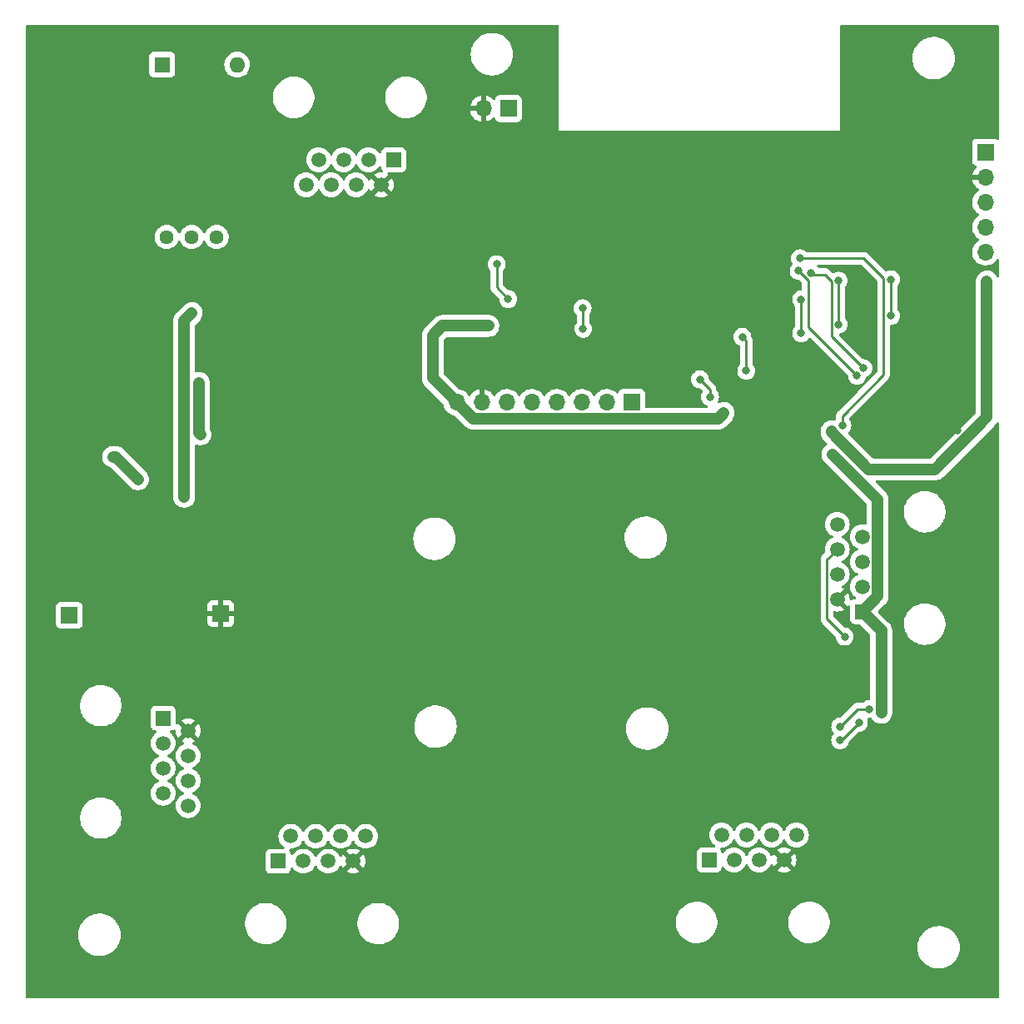
<source format=gbr>
%TF.GenerationSoftware,KiCad,Pcbnew,(6.0.1)*%
%TF.CreationDate,2022-05-21T12:13:39-05:00*%
%TF.ProjectId,esp32_2,65737033-325f-4322-9e6b-696361645f70,rev?*%
%TF.SameCoordinates,Original*%
%TF.FileFunction,Copper,L2,Bot*%
%TF.FilePolarity,Positive*%
%FSLAX46Y46*%
G04 Gerber Fmt 4.6, Leading zero omitted, Abs format (unit mm)*
G04 Created by KiCad (PCBNEW (6.0.1)) date 2022-05-21 12:13:39*
%MOMM*%
%LPD*%
G01*
G04 APERTURE LIST*
%TA.AperFunction,ComponentPad*%
%ADD10R,1.700000X1.700000*%
%TD*%
%TA.AperFunction,ComponentPad*%
%ADD11O,1.700000X1.700000*%
%TD*%
%TA.AperFunction,ComponentPad*%
%ADD12R,1.500000X1.500000*%
%TD*%
%TA.AperFunction,ComponentPad*%
%ADD13C,1.500000*%
%TD*%
%TA.AperFunction,ComponentPad*%
%ADD14R,1.600000X1.600000*%
%TD*%
%TA.AperFunction,ComponentPad*%
%ADD15O,1.600000X1.600000*%
%TD*%
%TA.AperFunction,ComponentPad*%
%ADD16C,1.440000*%
%TD*%
%TA.AperFunction,ViaPad*%
%ADD17C,0.800000*%
%TD*%
%TA.AperFunction,Conductor*%
%ADD18C,1.200000*%
%TD*%
%TA.AperFunction,Conductor*%
%ADD19C,0.250000*%
%TD*%
G04 APERTURE END LIST*
D10*
%TO.P,Espalda,1,Pin_1*%
%TO.N,unconnected-(Espalda1-Pad1)*%
X144561800Y-82854800D03*
D11*
%TO.P,Espalda,2,Pin_2*%
%TO.N,unconnected-(Espalda1-Pad2)*%
X142021800Y-82854800D03*
%TO.P,Espalda,3,Pin_3*%
%TO.N,unconnected-(Espalda1-Pad3)*%
X139481800Y-82854800D03*
%TO.P,Espalda,4,Pin_4*%
%TO.N,unconnected-(Espalda1-Pad4)*%
X136941800Y-82854800D03*
%TO.P,Espalda,5,Pin_5*%
%TO.N,/DATA_3*%
X134401800Y-82854800D03*
%TO.P,Espalda,6,Pin_6*%
%TO.N,/CLC_3*%
X131861800Y-82854800D03*
%TO.P,Espalda,7,Pin_7*%
%TO.N,GND*%
X129321800Y-82854800D03*
%TO.P,Espalda,8,Pin_8*%
%TO.N,+3V3*%
X126781800Y-82854800D03*
%TD*%
D10*
%TO.P,N_batt1,1,Pin_1*%
%TO.N,GND*%
X102768400Y-104343200D03*
%TD*%
D12*
%TO.P,M_izq1,1*%
%TO.N,+3V3*%
X96921000Y-114970500D03*
D13*
%TO.P,M_izq1,2*%
%TO.N,GND*%
X99461000Y-116240500D03*
%TO.P,M_izq1,3*%
%TO.N,/CLC_2*%
X96921000Y-117510500D03*
%TO.P,M_izq1,4*%
%TO.N,/DATA_2*%
X99461000Y-118780500D03*
%TO.P,M_izq1,5*%
%TO.N,/CLC_3*%
X96921000Y-120050500D03*
%TO.P,M_izq1,6*%
%TO.N,/DATA_3*%
X99461000Y-121320500D03*
%TO.P,M_izq1,7*%
%TO.N,unconnected-(M_izq1-Pad7)*%
X96921000Y-122590500D03*
%TO.P,M_izq1,8*%
%TO.N,unconnected-(M_izq1-Pad8)*%
X99461000Y-123860500D03*
%TD*%
D12*
%TO.P,Cabeza1,1*%
%TO.N,+3V3*%
X120360500Y-58186000D03*
D13*
%TO.P,Cabeza1,2*%
%TO.N,GND*%
X119090500Y-60726000D03*
%TO.P,Cabeza1,3*%
%TO.N,/CLC_1*%
X117820500Y-58186000D03*
%TO.P,Cabeza1,4*%
%TO.N,/DATA_1*%
X116550500Y-60726000D03*
%TO.P,Cabeza1,5*%
%TO.N,unconnected-(Cabeza1-Pad5)*%
X115280500Y-58186000D03*
%TO.P,Cabeza1,6*%
%TO.N,unconnected-(Cabeza1-Pad6)*%
X114010500Y-60726000D03*
%TO.P,Cabeza1,7*%
%TO.N,unconnected-(Cabeza1-Pad7)*%
X112740500Y-58186000D03*
%TO.P,Cabeza1,8*%
%TO.N,unconnected-(Cabeza1-Pad8)*%
X111470500Y-60726000D03*
%TD*%
D12*
%TO.P,M_der1,1*%
%TO.N,+3V3*%
X168021000Y-104140000D03*
D13*
%TO.P,M_der1,2*%
%TO.N,GND*%
X165481000Y-102870000D03*
%TO.P,M_der1,3*%
%TO.N,/CLC_6*%
X168021000Y-101600000D03*
%TO.P,M_der1,4*%
%TO.N,/DATA_6*%
X165481000Y-100330000D03*
%TO.P,M_der1,5*%
%TO.N,/CLC_7*%
X168021000Y-99060000D03*
%TO.P,M_der1,6*%
%TO.N,/DATA_7*%
X165481000Y-97790000D03*
%TO.P,M_der1,7*%
%TO.N,unconnected-(M_der1-Pad7)*%
X168021000Y-96520000D03*
%TO.P,M_der1,8*%
%TO.N,unconnected-(M_der1-Pad8)*%
X165481000Y-95250000D03*
%TD*%
D12*
%TO.P,P_izq1,1*%
%TO.N,unconnected-(P_izq1-Pad1)*%
X108620500Y-129520000D03*
D13*
%TO.P,P_izq1,2*%
%TO.N,unconnected-(P_izq1-Pad2)*%
X109890500Y-126980000D03*
%TO.P,P_izq1,3*%
%TO.N,/DATA_5*%
X111160500Y-129520000D03*
%TO.P,P_izq1,4*%
%TO.N,/CLC_5*%
X112430500Y-126980000D03*
%TO.P,P_izq1,5*%
%TO.N,/DATA_4*%
X113700500Y-129520000D03*
%TO.P,P_izq1,6*%
%TO.N,/CLC_4*%
X114970500Y-126980000D03*
%TO.P,P_izq1,7*%
%TO.N,GND*%
X116240500Y-129520000D03*
%TO.P,P_izq1,8*%
%TO.N,+3V3*%
X117510500Y-126980000D03*
%TD*%
D10*
%TO.P,Control_voltaje1,1,Pin_1*%
%TO.N,+3V3*%
X132029200Y-52984400D03*
D11*
%TO.P,Control_voltaje1,2,Pin_2*%
%TO.N,GND*%
X129489200Y-52984400D03*
%TD*%
D14*
%TO.P,off/on,1*%
%TO.N,Net-(CFF1-Pad2)*%
X96816500Y-48514000D03*
D15*
%TO.P,off/on,2*%
%TO.N,+3V3*%
X104436500Y-48514000D03*
%TD*%
D12*
%TO.P,P_der1,1*%
%TO.N,unconnected-(P_der1-Pad1)*%
X152435500Y-129393000D03*
D13*
%TO.P,P_der1,2*%
%TO.N,unconnected-(P_der1-Pad2)*%
X153705500Y-126853000D03*
%TO.P,P_der1,3*%
%TO.N,/DATA_8*%
X154975500Y-129393000D03*
%TO.P,P_der1,4*%
%TO.N,/CLC_8*%
X156245500Y-126853000D03*
%TO.P,P_der1,5*%
%TO.N,/DATA_7*%
X157515500Y-129393000D03*
%TO.P,P_der1,6*%
%TO.N,/CLC_7*%
X158785500Y-126853000D03*
%TO.P,P_der1,7*%
%TO.N,GND*%
X160055500Y-129393000D03*
%TO.P,P_der1,8*%
%TO.N,+3V3*%
X161325500Y-126853000D03*
%TD*%
D10*
%TO.P,P_Batt1,1,Pin_1*%
%TO.N,+5V*%
X87376000Y-104495600D03*
%TD*%
D16*
%TO.P,RV1,1,1*%
%TO.N,Net-(CFF1-Pad1)*%
X97272000Y-66040000D03*
%TO.P,RV1,2,2*%
%TO.N,Net-(CFF1-Pad2)*%
X99812000Y-66040000D03*
%TO.P,RV1,3,3*%
%TO.N,unconnected-(RV1-Pad3)*%
X102352000Y-66040000D03*
%TD*%
D10*
%TO.P,Programador1,1,Pin_1*%
%TO.N,unconnected-(Programador1-Pad1)*%
X180543200Y-57409000D03*
D11*
%TO.P,Programador1,2,Pin_2*%
%TO.N,GND*%
X180543200Y-59949000D03*
%TO.P,Programador1,3,Pin_3*%
%TO.N,Net-(ESP32-Pad35)*%
X180543200Y-62489000D03*
%TO.P,Programador1,4,Pin_4*%
%TO.N,Net-(ESP32-Pad34)*%
X180543200Y-65029000D03*
%TO.P,Programador1,5,Pin_5*%
%TO.N,+3V3*%
X180543200Y-67569000D03*
%TD*%
D17*
%TO.N,+3V3*%
X129997200Y-75082400D03*
%TO.N,GND*%
X142875000Y-107696000D03*
X175895000Y-85725000D03*
X130937000Y-135509000D03*
X169545000Y-88138000D03*
X89408000Y-64643000D03*
X169418000Y-86106000D03*
X169291000Y-52959000D03*
X171196000Y-52959000D03*
X174371000Y-85725000D03*
X125857000Y-61341000D03*
X147828000Y-107823000D03*
X95885000Y-104521000D03*
X128651000Y-61341000D03*
X112014000Y-73787000D03*
X109728000Y-73914000D03*
X97536000Y-104521000D03*
X174244000Y-123063000D03*
X145034000Y-107696000D03*
X127254000Y-61341000D03*
X177673000Y-85725000D03*
X132969000Y-135636000D03*
X85090000Y-64643000D03*
X114427000Y-73787000D03*
X99187000Y-104521000D03*
X169418000Y-84201000D03*
X128905000Y-135509000D03*
X87376000Y-64643000D03*
%TO.N,+5V*%
X100584000Y-80899000D03*
X100711000Y-86106000D03*
%TO.N,Net-(CFF1-Pad1)*%
X99822000Y-73787000D03*
X99060000Y-92456000D03*
%TO.N,+3V3*%
X124333000Y-76073000D03*
X153924000Y-83947000D03*
X169945011Y-114427000D03*
X180695600Y-70561200D03*
X164896800Y-85801200D03*
X164973000Y-88138000D03*
%TO.N,/EN*%
X130842000Y-68802000D03*
X132005828Y-72347207D03*
%TO.N,/DATA_7*%
X166221989Y-106680000D03*
X165608000Y-70485000D03*
X165608000Y-74930000D03*
%TO.N,/DATA_4*%
X156210000Y-79629000D03*
X155826850Y-76193552D03*
%TO.N,/DATA_5*%
X161798000Y-72390000D03*
X161798000Y-75819000D03*
%TO.N,/CLC_6*%
X162818299Y-69718701D03*
X168126803Y-79378838D03*
%TO.N,/DATA_6*%
X165989000Y-85217000D03*
X161671000Y-68199000D03*
%TO.N,/CLC_8*%
X170942000Y-74041000D03*
X167670989Y-115443000D03*
X170942000Y-70358000D03*
X165772469Y-117221000D03*
%TO.N,/DATA_8*%
X165772480Y-115824000D03*
X168745500Y-114046000D03*
%TO.N,Net-(D1SMD1-Pad2)*%
X94361000Y-90678000D03*
X91821000Y-88392000D03*
%TO.N,/CLC_7*%
X167475500Y-80137000D03*
X161544000Y-69469000D03*
%TO.N,/CLC_3*%
X139573000Y-73279000D03*
X139633289Y-75371289D03*
%TO.N,/CLC_4*%
X151506701Y-80513701D03*
X152527000Y-82296000D03*
%TD*%
D18*
%TO.N,+3V3*%
X128431311Y-84504311D02*
X126781800Y-82854800D01*
X153366689Y-84504311D02*
X128431311Y-84504311D01*
X153924000Y-83947000D02*
X153366689Y-84504311D01*
X129997200Y-75082400D02*
X125323600Y-75082400D01*
X125323600Y-75082400D02*
X124333000Y-76073000D01*
X124333000Y-80406000D02*
X126781800Y-82854800D01*
X124333000Y-76073000D02*
X124333000Y-80406000D01*
%TO.N,+5V*%
X100584000Y-85979000D02*
X100584000Y-80899000D01*
X100711000Y-86106000D02*
X100584000Y-85979000D01*
%TO.N,Net-(CFF1-Pad1)*%
X99822000Y-73787000D02*
X99060000Y-74549000D01*
X99060000Y-74549000D02*
X99060000Y-92456000D01*
%TO.N,+3V3*%
X169570511Y-102590489D02*
X168021000Y-104140000D01*
X169945011Y-114427000D02*
X169945011Y-106064011D01*
X168656000Y-89662000D02*
X175432366Y-89662000D01*
X169570511Y-92735511D02*
X169570511Y-102590489D01*
X164896800Y-85801200D02*
X164896800Y-85902800D01*
X169945011Y-106064011D02*
X168021000Y-104140000D01*
X175432366Y-89662000D02*
X180695600Y-84398766D01*
X164896800Y-85902800D02*
X168656000Y-89662000D01*
X164973000Y-88138000D02*
X169570511Y-92735511D01*
X180695600Y-84398766D02*
X180695600Y-70561200D01*
D19*
%TO.N,/EN*%
X132005828Y-72347207D02*
X130842000Y-71183379D01*
X130842000Y-71183379D02*
X130842000Y-68802000D01*
%TO.N,/DATA_7*%
X166221989Y-106680000D02*
X164406489Y-104864500D01*
X164406489Y-98864511D02*
X165481000Y-97790000D01*
X165608000Y-74930000D02*
X165608000Y-70485000D01*
X164406489Y-104864500D02*
X164406489Y-98864511D01*
%TO.N,/DATA_4*%
X156210000Y-79629000D02*
X156210000Y-76576702D01*
X156210000Y-76576702D02*
X155826850Y-76193552D01*
%TO.N,/DATA_5*%
X161798000Y-75819000D02*
X161798000Y-72390000D01*
%TO.N,/CLC_6*%
X164211000Y-69850000D02*
X162949598Y-69850000D01*
X164883489Y-70522489D02*
X164211000Y-69850000D01*
X168126803Y-79378838D02*
X164883489Y-76135524D01*
X164883489Y-76135524D02*
X164883489Y-70522489D01*
X162949598Y-69850000D02*
X162818299Y-69718701D01*
%TO.N,/DATA_6*%
X168148000Y-68199000D02*
X161671000Y-68199000D01*
X165989000Y-84238500D02*
X170180000Y-80047500D01*
X170180000Y-70231000D02*
X168148000Y-68199000D01*
X165989000Y-85217000D02*
X165989000Y-84238500D01*
X170180000Y-80047500D02*
X170180000Y-70231000D01*
%TO.N,/CLC_8*%
X170942000Y-74041000D02*
X170942000Y-70358000D01*
X165892989Y-117221000D02*
X167670989Y-115443000D01*
X165772469Y-117221000D02*
X165892989Y-117221000D01*
%TO.N,/DATA_8*%
X165772480Y-115824000D02*
X167550480Y-114046000D01*
X167550480Y-114046000D02*
X168745500Y-114046000D01*
D18*
%TO.N,Net-(D1SMD1-Pad2)*%
X92075000Y-88392000D02*
X94361000Y-90678000D01*
X91821000Y-88392000D02*
X92075000Y-88392000D01*
D19*
%TO.N,/CLC_7*%
X167475500Y-80137000D02*
X162522511Y-75184011D01*
X162522511Y-70447511D02*
X161544000Y-69469000D01*
X162522511Y-75184011D02*
X162522511Y-70447511D01*
%TO.N,/CLC_3*%
X139633289Y-73339289D02*
X139633289Y-75371289D01*
X139573000Y-73279000D02*
X139633289Y-73339289D01*
%TO.N,/CLC_4*%
X152527000Y-81534000D02*
X151506701Y-80513701D01*
X152527000Y-82296000D02*
X152527000Y-81534000D01*
%TD*%
%TA.AperFunction,Conductor*%
%TO.N,GND*%
G36*
X137102121Y-44508002D02*
G01*
X137148614Y-44561658D01*
X137160000Y-44614000D01*
X137160000Y-55245000D01*
X165735000Y-55245000D01*
X165735000Y-47830949D01*
X173097076Y-47830949D01*
X173114013Y-48124701D01*
X173114838Y-48128908D01*
X173114839Y-48128913D01*
X173127211Y-48191974D01*
X173170661Y-48413437D01*
X173172048Y-48417488D01*
X173237847Y-48609671D01*
X173265970Y-48691813D01*
X173398178Y-48954678D01*
X173468707Y-49057298D01*
X173543252Y-49165762D01*
X173564837Y-49197169D01*
X173762865Y-49414798D01*
X173766154Y-49417548D01*
X173985303Y-49600787D01*
X173985308Y-49600791D01*
X173988595Y-49603539D01*
X174106118Y-49677261D01*
X174234212Y-49757614D01*
X174234216Y-49757616D01*
X174237852Y-49759897D01*
X174506024Y-49880981D01*
X174510143Y-49882201D01*
X174784034Y-49963332D01*
X174784039Y-49963333D01*
X174788147Y-49964550D01*
X174792381Y-49965198D01*
X174792386Y-49965199D01*
X175048733Y-50004425D01*
X175079001Y-50009057D01*
X175228773Y-50011410D01*
X175368914Y-50013612D01*
X175368920Y-50013612D01*
X175373205Y-50013679D01*
X175665314Y-49978330D01*
X175807619Y-49940997D01*
X175945780Y-49904751D01*
X175945781Y-49904751D01*
X175949923Y-49903664D01*
X176221765Y-49791063D01*
X176261632Y-49767767D01*
X176472113Y-49644772D01*
X176472114Y-49644771D01*
X176475811Y-49642611D01*
X176571105Y-49567891D01*
X176703986Y-49463698D01*
X176707358Y-49461054D01*
X176912124Y-49249753D01*
X176914657Y-49246305D01*
X176914661Y-49246300D01*
X177083780Y-49016071D01*
X177086318Y-49012616D01*
X177113125Y-48963243D01*
X177224667Y-48757809D01*
X177224668Y-48757807D01*
X177226717Y-48754033D01*
X177317418Y-48514000D01*
X177329205Y-48482806D01*
X177329206Y-48482802D01*
X177330723Y-48478788D01*
X177375941Y-48281357D01*
X177395454Y-48196158D01*
X177395455Y-48196154D01*
X177396412Y-48191974D01*
X177402819Y-48120195D01*
X177422349Y-47901364D01*
X177422569Y-47898899D01*
X177423043Y-47853600D01*
X177418691Y-47789758D01*
X177403322Y-47564318D01*
X177403321Y-47564312D01*
X177403030Y-47560041D01*
X177385565Y-47475703D01*
X177373196Y-47415978D01*
X177343362Y-47271915D01*
X177245143Y-46994552D01*
X177110190Y-46733085D01*
X177099487Y-46717856D01*
X176943464Y-46495858D01*
X176943459Y-46495852D01*
X176941000Y-46492353D01*
X176803247Y-46344113D01*
X176743626Y-46279953D01*
X176743623Y-46279950D01*
X176740705Y-46276810D01*
X176513010Y-46090444D01*
X176262129Y-45936704D01*
X176258193Y-45934976D01*
X175996633Y-45820158D01*
X175996629Y-45820157D01*
X175992705Y-45818434D01*
X175709722Y-45737825D01*
X175705480Y-45737221D01*
X175705474Y-45737220D01*
X175422668Y-45696971D01*
X175418417Y-45696366D01*
X175263390Y-45695554D01*
X175128467Y-45694847D01*
X175128460Y-45694847D01*
X175124181Y-45694825D01*
X175119937Y-45695384D01*
X175119933Y-45695384D01*
X174991434Y-45712302D01*
X174832459Y-45733231D01*
X174828319Y-45734364D01*
X174828317Y-45734364D01*
X174749352Y-45755966D01*
X174548647Y-45810873D01*
X174277999Y-45926315D01*
X174025522Y-46077419D01*
X174022171Y-46080103D01*
X174022169Y-46080105D01*
X173799245Y-46258700D01*
X173799240Y-46258704D01*
X173795888Y-46261390D01*
X173593347Y-46474825D01*
X173421646Y-46713772D01*
X173419637Y-46717567D01*
X173419636Y-46717568D01*
X173402193Y-46750513D01*
X173283962Y-46973811D01*
X173282487Y-46977842D01*
X173197016Y-47211402D01*
X173182843Y-47250130D01*
X173120161Y-47537616D01*
X173119825Y-47541885D01*
X173114343Y-47611540D01*
X173097646Y-47823706D01*
X173097076Y-47830949D01*
X165735000Y-47830949D01*
X165735000Y-44614000D01*
X165755002Y-44545879D01*
X165808658Y-44499386D01*
X165861000Y-44488000D01*
X181789000Y-44488000D01*
X181857121Y-44508002D01*
X181903614Y-44561658D01*
X181915000Y-44614000D01*
X181915000Y-56062667D01*
X181894998Y-56130788D01*
X181841342Y-56177281D01*
X181771068Y-56187385D01*
X181713435Y-56163493D01*
X181669797Y-56130788D01*
X181639905Y-56108385D01*
X181503516Y-56057255D01*
X181441334Y-56050500D01*
X179645066Y-56050500D01*
X179582884Y-56057255D01*
X179446495Y-56108385D01*
X179329939Y-56195739D01*
X179242585Y-56312295D01*
X179191455Y-56448684D01*
X179184700Y-56510866D01*
X179184700Y-58307134D01*
X179191455Y-58369316D01*
X179242585Y-58505705D01*
X179329939Y-58622261D01*
X179446495Y-58709615D01*
X179454904Y-58712767D01*
X179454905Y-58712768D01*
X179564160Y-58753726D01*
X179620925Y-58796367D01*
X179645625Y-58862929D01*
X179630418Y-58932278D01*
X179611025Y-58958759D01*
X179487790Y-59087717D01*
X179481304Y-59095727D01*
X179361298Y-59271649D01*
X179356200Y-59280623D01*
X179266538Y-59473783D01*
X179262975Y-59483470D01*
X179207589Y-59683183D01*
X179209112Y-59691607D01*
X179221492Y-59695000D01*
X180671200Y-59695000D01*
X180739321Y-59715002D01*
X180785814Y-59768658D01*
X180797200Y-59821000D01*
X180797200Y-60077000D01*
X180777198Y-60145121D01*
X180723542Y-60191614D01*
X180671200Y-60203000D01*
X179226425Y-60203000D01*
X179212894Y-60206973D01*
X179211457Y-60216966D01*
X179241765Y-60351446D01*
X179244845Y-60361275D01*
X179324970Y-60558603D01*
X179329613Y-60567794D01*
X179440894Y-60749388D01*
X179446977Y-60757699D01*
X179586413Y-60918667D01*
X179593780Y-60925883D01*
X179757634Y-61061916D01*
X179766081Y-61067831D01*
X179835169Y-61108203D01*
X179883893Y-61159842D01*
X179896964Y-61229625D01*
X179870233Y-61295396D01*
X179829784Y-61328752D01*
X179816807Y-61335507D01*
X179812674Y-61338610D01*
X179812671Y-61338612D01*
X179724011Y-61405180D01*
X179638165Y-61469635D01*
X179483829Y-61631138D01*
X179357943Y-61815680D01*
X179314010Y-61910326D01*
X179277571Y-61988828D01*
X179263888Y-62018305D01*
X179204189Y-62233570D01*
X179180451Y-62455695D01*
X179193310Y-62678715D01*
X179194447Y-62683761D01*
X179194448Y-62683767D01*
X179215475Y-62777069D01*
X179242422Y-62896639D01*
X179326466Y-63103616D01*
X179443187Y-63294088D01*
X179589450Y-63462938D01*
X179761326Y-63605632D01*
X179831795Y-63646811D01*
X179834645Y-63648476D01*
X179883369Y-63700114D01*
X179896440Y-63769897D01*
X179869709Y-63835669D01*
X179829255Y-63869027D01*
X179816807Y-63875507D01*
X179812674Y-63878610D01*
X179812671Y-63878612D01*
X179788447Y-63896800D01*
X179638165Y-64009635D01*
X179483829Y-64171138D01*
X179357943Y-64355680D01*
X179263888Y-64558305D01*
X179204189Y-64773570D01*
X179180451Y-64995695D01*
X179193310Y-65218715D01*
X179194447Y-65223761D01*
X179194448Y-65223767D01*
X179198878Y-65243424D01*
X179242422Y-65436639D01*
X179326466Y-65643616D01*
X179351519Y-65684499D01*
X179438144Y-65825858D01*
X179443187Y-65834088D01*
X179589450Y-66002938D01*
X179761326Y-66145632D01*
X179831795Y-66186811D01*
X179834645Y-66188476D01*
X179883369Y-66240114D01*
X179896440Y-66309897D01*
X179869709Y-66375669D01*
X179829255Y-66409027D01*
X179816807Y-66415507D01*
X179812674Y-66418610D01*
X179812671Y-66418612D01*
X179642300Y-66546530D01*
X179638165Y-66549635D01*
X179634593Y-66553373D01*
X179531646Y-66661101D01*
X179483829Y-66711138D01*
X179357943Y-66895680D01*
X179263888Y-67098305D01*
X179204189Y-67313570D01*
X179180451Y-67535695D01*
X179180748Y-67540848D01*
X179180748Y-67540851D01*
X179190656Y-67712680D01*
X179193310Y-67758715D01*
X179194447Y-67763761D01*
X179194448Y-67763767D01*
X179207509Y-67821721D01*
X179242422Y-67976639D01*
X179326466Y-68183616D01*
X179443187Y-68374088D01*
X179589450Y-68542938D01*
X179761326Y-68685632D01*
X179954200Y-68798338D01*
X179959025Y-68800180D01*
X179959026Y-68800181D01*
X179980982Y-68808565D01*
X180162892Y-68878030D01*
X180167960Y-68879061D01*
X180167963Y-68879062D01*
X180265721Y-68898951D01*
X180381797Y-68922567D01*
X180386972Y-68922757D01*
X180386974Y-68922757D01*
X180599873Y-68930564D01*
X180599877Y-68930564D01*
X180605037Y-68930753D01*
X180610157Y-68930097D01*
X180610159Y-68930097D01*
X180821488Y-68903025D01*
X180821489Y-68903025D01*
X180826616Y-68902368D01*
X180831566Y-68900883D01*
X181035629Y-68839661D01*
X181035634Y-68839659D01*
X181040584Y-68838174D01*
X181241194Y-68739896D01*
X181423060Y-68610173D01*
X181427455Y-68605794D01*
X181577635Y-68456137D01*
X181581296Y-68452489D01*
X181633844Y-68379361D01*
X181686677Y-68305835D01*
X181742672Y-68262187D01*
X181813375Y-68255741D01*
X181876340Y-68288544D01*
X181911574Y-68350180D01*
X181915000Y-68379361D01*
X181915000Y-69987992D01*
X181894998Y-70056113D01*
X181841342Y-70102606D01*
X181771068Y-70112710D01*
X181706488Y-70083216D01*
X181676984Y-70045684D01*
X181635404Y-69964951D01*
X181635402Y-69964948D01*
X181632658Y-69959620D01*
X181501996Y-69793280D01*
X181497465Y-69789348D01*
X181497462Y-69789345D01*
X181346767Y-69658579D01*
X181342237Y-69654648D01*
X181337051Y-69651648D01*
X181337047Y-69651645D01*
X181164342Y-69551733D01*
X181159146Y-69548727D01*
X180959329Y-69479339D01*
X180953394Y-69478478D01*
X180953392Y-69478478D01*
X180755936Y-69449848D01*
X180755933Y-69449848D01*
X180749996Y-69448987D01*
X180538701Y-69458767D01*
X180433083Y-69484221D01*
X180338899Y-69506919D01*
X180338897Y-69506920D01*
X180333066Y-69508325D01*
X180327608Y-69510807D01*
X180327604Y-69510808D01*
X180212559Y-69563116D01*
X180140513Y-69595874D01*
X179967989Y-69718254D01*
X179821719Y-69871050D01*
X179706980Y-70048748D01*
X179704737Y-70054314D01*
X179667035Y-70147866D01*
X179627914Y-70244937D01*
X179587372Y-70452537D01*
X179587100Y-70458099D01*
X179587100Y-83887421D01*
X179567098Y-83955542D01*
X179550195Y-83976516D01*
X175010115Y-88516595D01*
X174947803Y-88550621D01*
X174921020Y-88553500D01*
X169167346Y-88553500D01*
X169099225Y-88533498D01*
X169078251Y-88516595D01*
X166617176Y-86055520D01*
X166583150Y-85993208D01*
X166588215Y-85922393D01*
X166612635Y-85882115D01*
X166723621Y-85758852D01*
X166723622Y-85758851D01*
X166728040Y-85753944D01*
X166809173Y-85613418D01*
X166820223Y-85594279D01*
X166820224Y-85594278D01*
X166823527Y-85588556D01*
X166882542Y-85406928D01*
X166883653Y-85396364D01*
X166901814Y-85223565D01*
X166902504Y-85217000D01*
X166898063Y-85174750D01*
X166883232Y-85033635D01*
X166883232Y-85033633D01*
X166882542Y-85027072D01*
X166823527Y-84845444D01*
X166820004Y-84839341D01*
X166735779Y-84693460D01*
X166728040Y-84680056D01*
X166673160Y-84619105D01*
X166642444Y-84555100D01*
X166651207Y-84484647D01*
X166677702Y-84445702D01*
X170572253Y-80551152D01*
X170580539Y-80543612D01*
X170587018Y-80539500D01*
X170633644Y-80489848D01*
X170636398Y-80487007D01*
X170656135Y-80467270D01*
X170658615Y-80464073D01*
X170666320Y-80455051D01*
X170691159Y-80428600D01*
X170696586Y-80422821D01*
X170700405Y-80415875D01*
X170700407Y-80415872D01*
X170706348Y-80405066D01*
X170717199Y-80388547D01*
X170724758Y-80378801D01*
X170729614Y-80372541D01*
X170732759Y-80365272D01*
X170732762Y-80365268D01*
X170747174Y-80331963D01*
X170752391Y-80321313D01*
X170773695Y-80282560D01*
X170778733Y-80262937D01*
X170785137Y-80244234D01*
X170790033Y-80232920D01*
X170790033Y-80232919D01*
X170793181Y-80225645D01*
X170794420Y-80217822D01*
X170794423Y-80217812D01*
X170800099Y-80181976D01*
X170802505Y-80170356D01*
X170811528Y-80135211D01*
X170811528Y-80135210D01*
X170813500Y-80127530D01*
X170813500Y-80107276D01*
X170815051Y-80087565D01*
X170816980Y-80075386D01*
X170818220Y-80067557D01*
X170814059Y-80023538D01*
X170813500Y-80011681D01*
X170813500Y-75075500D01*
X170833502Y-75007379D01*
X170887158Y-74960886D01*
X170939500Y-74949500D01*
X171037487Y-74949500D01*
X171043939Y-74948128D01*
X171043944Y-74948128D01*
X171130888Y-74929647D01*
X171224288Y-74909794D01*
X171314979Y-74869416D01*
X171392722Y-74834803D01*
X171392724Y-74834802D01*
X171398752Y-74832118D01*
X171553253Y-74719866D01*
X171580984Y-74689068D01*
X171676621Y-74582852D01*
X171676622Y-74582851D01*
X171681040Y-74577944D01*
X171776527Y-74412556D01*
X171835542Y-74230928D01*
X171836696Y-74219954D01*
X171854814Y-74047565D01*
X171855504Y-74041000D01*
X171848572Y-73975042D01*
X171836232Y-73857635D01*
X171836232Y-73857633D01*
X171835542Y-73851072D01*
X171776527Y-73669444D01*
X171681040Y-73504056D01*
X171607863Y-73422785D01*
X171577147Y-73358779D01*
X171575500Y-73338476D01*
X171575500Y-71060524D01*
X171595502Y-70992403D01*
X171607858Y-70976221D01*
X171681040Y-70894944D01*
X171776527Y-70729556D01*
X171835542Y-70547928D01*
X171839548Y-70509819D01*
X171854814Y-70364565D01*
X171855504Y-70358000D01*
X171854730Y-70350634D01*
X171836232Y-70174635D01*
X171836232Y-70174633D01*
X171835542Y-70168072D01*
X171776527Y-69986444D01*
X171681040Y-69821056D01*
X171656031Y-69793280D01*
X171557675Y-69684045D01*
X171557674Y-69684044D01*
X171553253Y-69679134D01*
X171438656Y-69595874D01*
X171404094Y-69570763D01*
X171404093Y-69570762D01*
X171398752Y-69566882D01*
X171392724Y-69564198D01*
X171392722Y-69564197D01*
X171230319Y-69491891D01*
X171230318Y-69491891D01*
X171224288Y-69489206D01*
X171129227Y-69469000D01*
X171043944Y-69450872D01*
X171043939Y-69450872D01*
X171037487Y-69449500D01*
X170846513Y-69449500D01*
X170840061Y-69450872D01*
X170840056Y-69450872D01*
X170754773Y-69469000D01*
X170659712Y-69489206D01*
X170653682Y-69491891D01*
X170653681Y-69491891D01*
X170513528Y-69554291D01*
X170443161Y-69563725D01*
X170378864Y-69533618D01*
X170373184Y-69528279D01*
X168651652Y-67806747D01*
X168644112Y-67798461D01*
X168640000Y-67791982D01*
X168590348Y-67745356D01*
X168587507Y-67742602D01*
X168567770Y-67722865D01*
X168564573Y-67720385D01*
X168555551Y-67712680D01*
X168529100Y-67687841D01*
X168523321Y-67682414D01*
X168516375Y-67678595D01*
X168516372Y-67678593D01*
X168505566Y-67672652D01*
X168489047Y-67661801D01*
X168483048Y-67657148D01*
X168473041Y-67649386D01*
X168465772Y-67646241D01*
X168465768Y-67646238D01*
X168432463Y-67631826D01*
X168421813Y-67626609D01*
X168383060Y-67605305D01*
X168363437Y-67600267D01*
X168344734Y-67593863D01*
X168333420Y-67588967D01*
X168333419Y-67588967D01*
X168326145Y-67585819D01*
X168318322Y-67584580D01*
X168318312Y-67584577D01*
X168282476Y-67578901D01*
X168270856Y-67576495D01*
X168235711Y-67567472D01*
X168235710Y-67567472D01*
X168228030Y-67565500D01*
X168207776Y-67565500D01*
X168188065Y-67563949D01*
X168175886Y-67562020D01*
X168168057Y-67560780D01*
X168160165Y-67561526D01*
X168124039Y-67564941D01*
X168112181Y-67565500D01*
X162379200Y-67565500D01*
X162311079Y-67545498D01*
X162291853Y-67529157D01*
X162291580Y-67529460D01*
X162286668Y-67525037D01*
X162282253Y-67520134D01*
X162127752Y-67407882D01*
X162121724Y-67405198D01*
X162121722Y-67405197D01*
X161959319Y-67332891D01*
X161959318Y-67332891D01*
X161953288Y-67330206D01*
X161851584Y-67308588D01*
X161772944Y-67291872D01*
X161772939Y-67291872D01*
X161766487Y-67290500D01*
X161575513Y-67290500D01*
X161569061Y-67291872D01*
X161569056Y-67291872D01*
X161490416Y-67308588D01*
X161388712Y-67330206D01*
X161382682Y-67332891D01*
X161382681Y-67332891D01*
X161220278Y-67405197D01*
X161220276Y-67405198D01*
X161214248Y-67407882D01*
X161059747Y-67520134D01*
X161055326Y-67525044D01*
X161055325Y-67525045D01*
X160946203Y-67646238D01*
X160931960Y-67662056D01*
X160836473Y-67827444D01*
X160777458Y-68009072D01*
X160757496Y-68199000D01*
X160758186Y-68205565D01*
X160765072Y-68271077D01*
X160777458Y-68388928D01*
X160836473Y-68570556D01*
X160905560Y-68690218D01*
X160922297Y-68759210D01*
X160899077Y-68826302D01*
X160890076Y-68837525D01*
X160831100Y-68903025D01*
X160804960Y-68932056D01*
X160709473Y-69097444D01*
X160650458Y-69279072D01*
X160649768Y-69285633D01*
X160649768Y-69285635D01*
X160632509Y-69449848D01*
X160630496Y-69469000D01*
X160631186Y-69475565D01*
X160649693Y-69651645D01*
X160650458Y-69658928D01*
X160709473Y-69840556D01*
X160804960Y-70005944D01*
X160809378Y-70010851D01*
X160809379Y-70010852D01*
X160840742Y-70045684D01*
X160932747Y-70147866D01*
X161087248Y-70260118D01*
X161093276Y-70262802D01*
X161093278Y-70262803D01*
X161165756Y-70295072D01*
X161261712Y-70337794D01*
X161325888Y-70351435D01*
X161442056Y-70376128D01*
X161442061Y-70376128D01*
X161448513Y-70377500D01*
X161504406Y-70377500D01*
X161572527Y-70397502D01*
X161593501Y-70414405D01*
X161852106Y-70673010D01*
X161886132Y-70735322D01*
X161889011Y-70762105D01*
X161889011Y-71355500D01*
X161869009Y-71423621D01*
X161815353Y-71470114D01*
X161763011Y-71481500D01*
X161702513Y-71481500D01*
X161696061Y-71482872D01*
X161696056Y-71482872D01*
X161609113Y-71501353D01*
X161515712Y-71521206D01*
X161509682Y-71523891D01*
X161509681Y-71523891D01*
X161347278Y-71596197D01*
X161347276Y-71596198D01*
X161341248Y-71598882D01*
X161335907Y-71602762D01*
X161335906Y-71602763D01*
X161320339Y-71614073D01*
X161186747Y-71711134D01*
X161058960Y-71853056D01*
X160963473Y-72018444D01*
X160904458Y-72200072D01*
X160903768Y-72206633D01*
X160903768Y-72206635D01*
X160886401Y-72371872D01*
X160884496Y-72390000D01*
X160885186Y-72396565D01*
X160899271Y-72530572D01*
X160904458Y-72579928D01*
X160963473Y-72761556D01*
X160966776Y-72767278D01*
X160966777Y-72767279D01*
X160977675Y-72786155D01*
X161058960Y-72926944D01*
X161132137Y-73008215D01*
X161162853Y-73072221D01*
X161164500Y-73092524D01*
X161164500Y-75116476D01*
X161144498Y-75184597D01*
X161132142Y-75200779D01*
X161058960Y-75282056D01*
X161025990Y-75339162D01*
X160977659Y-75422874D01*
X160963473Y-75447444D01*
X160904458Y-75629072D01*
X160903768Y-75635633D01*
X160903768Y-75635635D01*
X160886442Y-75800489D01*
X160884496Y-75819000D01*
X160885186Y-75825565D01*
X160903241Y-75997346D01*
X160904458Y-76008928D01*
X160963473Y-76190556D01*
X160966776Y-76196278D01*
X160966777Y-76196279D01*
X160984978Y-76227804D01*
X161058960Y-76355944D01*
X161063378Y-76360851D01*
X161063379Y-76360852D01*
X161182325Y-76492955D01*
X161186747Y-76497866D01*
X161341248Y-76610118D01*
X161347276Y-76612802D01*
X161347278Y-76612803D01*
X161509681Y-76685109D01*
X161515712Y-76687794D01*
X161609113Y-76707647D01*
X161696056Y-76726128D01*
X161696061Y-76726128D01*
X161702513Y-76727500D01*
X161893487Y-76727500D01*
X161899939Y-76726128D01*
X161899944Y-76726128D01*
X161986887Y-76707647D01*
X162080288Y-76687794D01*
X162086319Y-76685109D01*
X162248722Y-76612803D01*
X162248724Y-76612802D01*
X162254752Y-76610118D01*
X162409253Y-76497866D01*
X162413675Y-76492955D01*
X162532621Y-76360852D01*
X162532622Y-76360851D01*
X162537040Y-76355944D01*
X162550654Y-76332364D01*
X162602036Y-76283372D01*
X162671750Y-76269937D01*
X162737661Y-76296324D01*
X162748867Y-76306271D01*
X166528378Y-80085782D01*
X166562404Y-80148094D01*
X166564592Y-80161703D01*
X166572115Y-80233273D01*
X166580967Y-80317495D01*
X166581958Y-80326928D01*
X166640973Y-80508556D01*
X166644276Y-80514278D01*
X166644277Y-80514279D01*
X166660156Y-80541782D01*
X166736460Y-80673944D01*
X166740878Y-80678851D01*
X166740879Y-80678852D01*
X166757279Y-80697066D01*
X166864247Y-80815866D01*
X167018748Y-80928118D01*
X167024776Y-80930802D01*
X167024778Y-80930803D01*
X167130329Y-80977797D01*
X167193212Y-81005794D01*
X167286612Y-81025647D01*
X167373556Y-81044128D01*
X167373561Y-81044128D01*
X167380013Y-81045500D01*
X167570987Y-81045500D01*
X167577439Y-81044128D01*
X167577444Y-81044128D01*
X167664388Y-81025647D01*
X167757788Y-81005794D01*
X167820671Y-80977797D01*
X167926222Y-80930803D01*
X167926224Y-80930802D01*
X167932252Y-80928118D01*
X168086753Y-80815866D01*
X168193721Y-80697066D01*
X168210121Y-80678852D01*
X168210122Y-80678851D01*
X168214540Y-80673944D01*
X168290844Y-80541782D01*
X168306723Y-80514279D01*
X168306724Y-80514278D01*
X168310027Y-80508556D01*
X168354221Y-80372541D01*
X168367001Y-80333210D01*
X168367002Y-80333206D01*
X168369042Y-80326928D01*
X168369588Y-80321730D01*
X168403077Y-80259706D01*
X168441343Y-80233273D01*
X168577525Y-80172641D01*
X168577527Y-80172640D01*
X168583555Y-80169956D01*
X168621834Y-80142145D01*
X168699410Y-80085782D01*
X168738056Y-80057704D01*
X168804645Y-79983749D01*
X168861424Y-79920690D01*
X168861425Y-79920689D01*
X168865843Y-79915782D01*
X168940158Y-79787065D01*
X168958026Y-79756117D01*
X168958027Y-79756116D01*
X168961330Y-79750394D01*
X169020345Y-79568766D01*
X169033287Y-79445635D01*
X169039617Y-79385403D01*
X169040307Y-79378838D01*
X169020345Y-79188910D01*
X168961330Y-79007282D01*
X168865843Y-78841894D01*
X168738056Y-78699972D01*
X168583555Y-78587720D01*
X168577527Y-78585036D01*
X168577525Y-78585035D01*
X168415122Y-78512729D01*
X168415121Y-78512729D01*
X168409091Y-78510044D01*
X168315690Y-78490191D01*
X168228747Y-78471710D01*
X168228742Y-78471710D01*
X168222290Y-78470338D01*
X168166397Y-78470338D01*
X168098276Y-78450336D01*
X168077302Y-78433433D01*
X165685224Y-76041354D01*
X165651198Y-75979042D01*
X165656263Y-75908226D01*
X165698810Y-75851391D01*
X165748120Y-75829013D01*
X165890288Y-75798794D01*
X165896319Y-75796109D01*
X166058722Y-75723803D01*
X166058724Y-75723802D01*
X166064752Y-75721118D01*
X166219253Y-75608866D01*
X166256504Y-75567495D01*
X166342621Y-75471852D01*
X166342622Y-75471851D01*
X166347040Y-75466944D01*
X166416793Y-75346129D01*
X166439223Y-75307279D01*
X166439224Y-75307278D01*
X166442527Y-75301556D01*
X166501542Y-75119928D01*
X166519455Y-74949500D01*
X166520814Y-74936565D01*
X166521504Y-74930000D01*
X166520419Y-74919673D01*
X166502232Y-74746635D01*
X166502232Y-74746633D01*
X166501542Y-74740072D01*
X166442527Y-74558444D01*
X166428103Y-74533460D01*
X166371763Y-74435878D01*
X166347040Y-74393056D01*
X166273863Y-74311785D01*
X166243147Y-74247779D01*
X166241500Y-74227476D01*
X166241500Y-71187524D01*
X166261502Y-71119403D01*
X166273858Y-71103221D01*
X166347040Y-71021944D01*
X166442527Y-70856556D01*
X166501542Y-70674928D01*
X166521504Y-70485000D01*
X166518092Y-70452537D01*
X166502232Y-70301635D01*
X166502232Y-70301633D01*
X166501542Y-70295072D01*
X166442527Y-70113444D01*
X166347040Y-69948056D01*
X166219253Y-69806134D01*
X166064752Y-69693882D01*
X166058724Y-69691198D01*
X166058722Y-69691197D01*
X165896319Y-69618891D01*
X165896318Y-69618891D01*
X165890288Y-69616206D01*
X165782967Y-69593394D01*
X165709944Y-69577872D01*
X165709939Y-69577872D01*
X165703487Y-69576500D01*
X165512513Y-69576500D01*
X165506061Y-69577872D01*
X165506056Y-69577872D01*
X165433033Y-69593394D01*
X165325712Y-69616206D01*
X165319682Y-69618891D01*
X165319681Y-69618891D01*
X165157278Y-69691197D01*
X165157276Y-69691198D01*
X165151248Y-69693882D01*
X165122202Y-69714985D01*
X165055337Y-69738842D01*
X164986185Y-69722762D01*
X164959047Y-69702143D01*
X164871739Y-69614834D01*
X164714647Y-69457742D01*
X164707113Y-69449463D01*
X164703000Y-69442982D01*
X164653348Y-69396356D01*
X164650507Y-69393602D01*
X164630770Y-69373865D01*
X164627573Y-69371385D01*
X164618551Y-69363680D01*
X164592100Y-69338841D01*
X164586321Y-69333414D01*
X164579375Y-69329595D01*
X164579372Y-69329593D01*
X164568566Y-69323652D01*
X164552047Y-69312801D01*
X164551583Y-69312441D01*
X164536041Y-69300386D01*
X164528772Y-69297241D01*
X164528768Y-69297238D01*
X164495463Y-69282826D01*
X164484813Y-69277609D01*
X164446060Y-69256305D01*
X164426437Y-69251267D01*
X164407734Y-69244863D01*
X164396420Y-69239967D01*
X164396419Y-69239967D01*
X164389145Y-69236819D01*
X164381322Y-69235580D01*
X164381312Y-69235577D01*
X164345476Y-69229901D01*
X164333856Y-69227495D01*
X164298711Y-69218472D01*
X164298710Y-69218472D01*
X164291030Y-69216500D01*
X164270776Y-69216500D01*
X164251065Y-69214949D01*
X164238886Y-69213020D01*
X164231057Y-69211780D01*
X164223165Y-69212526D01*
X164187039Y-69215941D01*
X164175181Y-69216500D01*
X163644720Y-69216500D01*
X163576599Y-69196498D01*
X163551084Y-69174810D01*
X163432231Y-69042810D01*
X163401513Y-68978803D01*
X163410278Y-68908349D01*
X163455741Y-68853818D01*
X163525867Y-68832500D01*
X167833406Y-68832500D01*
X167901527Y-68852502D01*
X167922501Y-68869405D01*
X169509595Y-70456500D01*
X169543621Y-70518812D01*
X169546500Y-70545595D01*
X169546500Y-79732906D01*
X169526498Y-79801027D01*
X169509595Y-79822001D01*
X167551009Y-81780586D01*
X165596747Y-83734848D01*
X165588461Y-83742388D01*
X165581982Y-83746500D01*
X165576557Y-83752277D01*
X165535357Y-83796151D01*
X165532602Y-83798993D01*
X165512865Y-83818730D01*
X165510385Y-83821927D01*
X165502682Y-83830947D01*
X165472414Y-83863179D01*
X165468595Y-83870125D01*
X165468593Y-83870128D01*
X165462652Y-83880934D01*
X165451801Y-83897453D01*
X165439386Y-83913459D01*
X165436241Y-83920728D01*
X165436238Y-83920732D01*
X165421826Y-83954037D01*
X165416609Y-83964687D01*
X165395305Y-84003440D01*
X165393334Y-84011115D01*
X165393334Y-84011116D01*
X165390267Y-84023062D01*
X165383863Y-84041766D01*
X165375819Y-84060355D01*
X165374580Y-84068178D01*
X165374577Y-84068188D01*
X165368901Y-84104024D01*
X165366495Y-84115644D01*
X165355500Y-84158470D01*
X165355500Y-84178724D01*
X165353949Y-84198434D01*
X165350780Y-84218443D01*
X165351526Y-84226335D01*
X165354941Y-84262461D01*
X165355500Y-84274319D01*
X165355500Y-84514476D01*
X165335498Y-84582597D01*
X165323142Y-84598779D01*
X165253410Y-84676224D01*
X165192966Y-84713462D01*
X165141696Y-84716608D01*
X164957136Y-84689848D01*
X164957133Y-84689848D01*
X164951196Y-84688987D01*
X164739901Y-84698767D01*
X164608723Y-84730381D01*
X164540099Y-84746919D01*
X164540097Y-84746920D01*
X164534266Y-84748325D01*
X164528808Y-84750807D01*
X164528804Y-84750808D01*
X164413759Y-84803116D01*
X164341713Y-84835874D01*
X164169189Y-84958254D01*
X164022919Y-85111050D01*
X163908180Y-85288748D01*
X163905937Y-85294314D01*
X163837469Y-85464206D01*
X163829114Y-85484937D01*
X163788572Y-85692537D01*
X163788300Y-85698099D01*
X163788300Y-85798543D01*
X163787389Y-85809332D01*
X163787693Y-85809354D01*
X163787254Y-85815328D01*
X163786248Y-85821246D01*
X163786379Y-85827247D01*
X163788270Y-85913899D01*
X163788300Y-85916648D01*
X163788300Y-85955646D01*
X163788584Y-85958625D01*
X163788585Y-85958643D01*
X163789003Y-85963022D01*
X163789543Y-85972236D01*
X163790863Y-86032717D01*
X163792124Y-86038575D01*
X163792125Y-86038582D01*
X163797915Y-86065474D01*
X163800167Y-86080026D01*
X163803348Y-86113366D01*
X163805038Y-86119126D01*
X163805038Y-86119127D01*
X163820376Y-86171413D01*
X163822648Y-86180361D01*
X163834118Y-86233636D01*
X163834121Y-86233647D01*
X163835382Y-86239502D01*
X163837729Y-86245018D01*
X163837730Y-86245021D01*
X163848500Y-86270332D01*
X163853459Y-86284181D01*
X163862892Y-86316334D01*
X163890597Y-86370126D01*
X163894510Y-86378460D01*
X163918200Y-86434136D01*
X163936912Y-86461930D01*
X163944403Y-86474597D01*
X163956994Y-86499046D01*
X163956998Y-86499053D01*
X163959742Y-86504380D01*
X163980259Y-86530500D01*
X163997103Y-86551943D01*
X164002537Y-86559409D01*
X164033791Y-86605833D01*
X164033802Y-86605848D01*
X164036328Y-86609599D01*
X164040069Y-86613724D01*
X164060674Y-86634329D01*
X164070665Y-86645591D01*
X164086698Y-86666003D01*
X164086702Y-86666008D01*
X164090404Y-86670720D01*
X164094934Y-86674651D01*
X164094935Y-86674652D01*
X164137408Y-86711508D01*
X164143924Y-86717579D01*
X164417289Y-86990945D01*
X164451314Y-87053257D01*
X164446249Y-87124073D01*
X164403702Y-87180908D01*
X164397676Y-87184982D01*
X164394493Y-87186524D01*
X164389687Y-87190113D01*
X164389685Y-87190114D01*
X164351289Y-87218786D01*
X164225010Y-87313083D01*
X164082518Y-87469406D01*
X164079388Y-87474524D01*
X163975282Y-87644741D01*
X163975279Y-87644747D01*
X163972155Y-87649855D01*
X163897906Y-87847917D01*
X163862448Y-88056446D01*
X163867063Y-88267917D01*
X163911582Y-88474702D01*
X163913927Y-88480214D01*
X163913928Y-88480216D01*
X163943153Y-88548899D01*
X163994400Y-88669336D01*
X164112528Y-88844799D01*
X164116269Y-88848924D01*
X168425106Y-93157761D01*
X168459132Y-93220073D01*
X168462011Y-93246856D01*
X168462011Y-95171067D01*
X168442009Y-95239188D01*
X168388353Y-95285681D01*
X168318079Y-95295785D01*
X168303399Y-95292773D01*
X168245691Y-95277310D01*
X168245685Y-95277309D01*
X168240371Y-95275885D01*
X168021000Y-95256693D01*
X167801629Y-95275885D01*
X167588924Y-95332880D01*
X167526577Y-95361953D01*
X167394334Y-95423618D01*
X167394329Y-95423621D01*
X167389347Y-95425944D01*
X167384840Y-95429100D01*
X167384838Y-95429101D01*
X167213473Y-95549092D01*
X167213470Y-95549094D01*
X167208962Y-95552251D01*
X167053251Y-95707962D01*
X167050094Y-95712470D01*
X167050092Y-95712473D01*
X166941056Y-95868193D01*
X166926944Y-95888347D01*
X166924621Y-95893329D01*
X166924618Y-95893334D01*
X166893973Y-95959053D01*
X166833880Y-96087924D01*
X166776885Y-96300629D01*
X166757693Y-96520000D01*
X166776885Y-96739371D01*
X166833880Y-96952076D01*
X166851469Y-96989795D01*
X166924618Y-97146666D01*
X166924621Y-97146671D01*
X166926944Y-97151653D01*
X166930100Y-97156160D01*
X166930101Y-97156162D01*
X167026757Y-97294200D01*
X167053251Y-97332038D01*
X167208962Y-97487749D01*
X167213471Y-97490906D01*
X167213473Y-97490908D01*
X167252186Y-97518015D01*
X167389346Y-97614056D01*
X167394328Y-97616379D01*
X167394333Y-97616382D01*
X167521768Y-97675805D01*
X167575053Y-97722722D01*
X167594514Y-97790999D01*
X167573972Y-97858959D01*
X167521768Y-97904195D01*
X167394334Y-97963618D01*
X167394329Y-97963621D01*
X167389347Y-97965944D01*
X167384840Y-97969100D01*
X167384838Y-97969101D01*
X167213473Y-98089092D01*
X167213470Y-98089094D01*
X167208962Y-98092251D01*
X167053251Y-98247962D01*
X167050094Y-98252470D01*
X167050092Y-98252473D01*
X166935123Y-98416666D01*
X166926944Y-98428347D01*
X166924621Y-98433329D01*
X166924618Y-98433334D01*
X166895332Y-98496139D01*
X166833880Y-98627924D01*
X166776885Y-98840629D01*
X166757693Y-99060000D01*
X166776885Y-99279371D01*
X166833880Y-99492076D01*
X166877415Y-99585438D01*
X166924618Y-99686666D01*
X166924621Y-99686671D01*
X166926944Y-99691653D01*
X167053251Y-99872038D01*
X167208962Y-100027749D01*
X167389346Y-100154056D01*
X167394328Y-100156379D01*
X167394333Y-100156382D01*
X167521768Y-100215805D01*
X167575053Y-100262722D01*
X167594514Y-100330999D01*
X167573972Y-100398959D01*
X167521768Y-100444195D01*
X167394334Y-100503618D01*
X167394329Y-100503621D01*
X167389347Y-100505944D01*
X167384840Y-100509100D01*
X167384838Y-100509101D01*
X167213473Y-100629092D01*
X167213470Y-100629094D01*
X167208962Y-100632251D01*
X167053251Y-100787962D01*
X166926944Y-100968347D01*
X166924621Y-100973329D01*
X166924618Y-100973334D01*
X166877415Y-101074562D01*
X166833880Y-101167924D01*
X166776885Y-101380629D01*
X166757693Y-101600000D01*
X166776885Y-101819371D01*
X166833880Y-102032076D01*
X166836205Y-102037061D01*
X166924618Y-102226666D01*
X166924621Y-102226671D01*
X166926944Y-102231653D01*
X167053251Y-102412038D01*
X167208962Y-102567749D01*
X167213471Y-102570906D01*
X167213473Y-102570908D01*
X167329694Y-102652287D01*
X167374022Y-102707744D01*
X167381331Y-102778364D01*
X167349300Y-102841724D01*
X167288099Y-102877709D01*
X167257423Y-102881500D01*
X167222866Y-102881500D01*
X167160684Y-102888255D01*
X167024295Y-102939385D01*
X167017110Y-102944770D01*
X167017108Y-102944771D01*
X166943291Y-103000094D01*
X166876784Y-103024942D01*
X166807402Y-103009889D01*
X166757172Y-102959715D01*
X166742206Y-102888285D01*
X166743326Y-102875485D01*
X166743326Y-102864525D01*
X166725099Y-102656196D01*
X166723196Y-102645401D01*
X166669072Y-102443405D01*
X166665326Y-102433113D01*
X166576946Y-102243583D01*
X166571466Y-102234093D01*
X166542589Y-102192851D01*
X166532113Y-102184477D01*
X166518666Y-102191545D01*
X165853021Y-102857189D01*
X165845408Y-102871132D01*
X165845539Y-102872966D01*
X165849790Y-102879580D01*
X166519391Y-103549180D01*
X166531161Y-103555607D01*
X166558312Y-103534601D01*
X166561100Y-103538204D01*
X166588758Y-103516101D01*
X166659378Y-103508800D01*
X166722735Y-103540839D01*
X166758712Y-103602045D01*
X166762500Y-103632706D01*
X166762500Y-104938134D01*
X166769255Y-105000316D01*
X166820385Y-105136705D01*
X166907739Y-105253261D01*
X167024295Y-105340615D01*
X167160684Y-105391745D01*
X167222866Y-105398500D01*
X167659655Y-105398500D01*
X167727776Y-105418502D01*
X167748750Y-105435405D01*
X168799606Y-106486261D01*
X168833632Y-106548573D01*
X168836511Y-106575356D01*
X168836511Y-113011500D01*
X168816509Y-113079621D01*
X168762853Y-113126114D01*
X168710511Y-113137500D01*
X168650013Y-113137500D01*
X168643561Y-113138872D01*
X168643556Y-113138872D01*
X168556612Y-113157353D01*
X168463212Y-113177206D01*
X168457182Y-113179891D01*
X168457181Y-113179891D01*
X168294778Y-113252197D01*
X168294776Y-113252198D01*
X168288748Y-113254882D01*
X168134247Y-113367134D01*
X168129832Y-113372037D01*
X168124920Y-113376460D01*
X168123795Y-113375211D01*
X168070486Y-113408051D01*
X168037300Y-113412500D01*
X167629248Y-113412500D01*
X167618065Y-113411973D01*
X167610572Y-113410298D01*
X167602646Y-113410547D01*
X167602645Y-113410547D01*
X167542482Y-113412438D01*
X167538524Y-113412500D01*
X167510624Y-113412500D01*
X167506634Y-113413004D01*
X167494800Y-113413936D01*
X167450591Y-113415326D01*
X167442977Y-113417538D01*
X167442972Y-113417539D01*
X167431139Y-113420977D01*
X167411776Y-113424988D01*
X167391683Y-113427526D01*
X167384316Y-113430443D01*
X167384311Y-113430444D01*
X167350572Y-113443802D01*
X167339345Y-113447646D01*
X167296887Y-113459982D01*
X167290061Y-113464019D01*
X167279452Y-113470293D01*
X167261704Y-113478988D01*
X167242863Y-113486448D01*
X167236447Y-113491110D01*
X167236446Y-113491110D01*
X167207093Y-113512436D01*
X167197173Y-113518952D01*
X167165945Y-113537420D01*
X167165942Y-113537422D01*
X167159118Y-113541458D01*
X167144797Y-113555779D01*
X167129764Y-113568619D01*
X167113373Y-113580528D01*
X167108322Y-113586634D01*
X167085182Y-113614605D01*
X167077192Y-113623384D01*
X165821980Y-114878595D01*
X165759668Y-114912621D01*
X165732885Y-114915500D01*
X165676993Y-114915500D01*
X165670541Y-114916872D01*
X165670536Y-114916872D01*
X165598294Y-114932228D01*
X165490192Y-114955206D01*
X165484162Y-114957891D01*
X165484161Y-114957891D01*
X165321758Y-115030197D01*
X165321756Y-115030198D01*
X165315728Y-115032882D01*
X165310387Y-115036762D01*
X165310386Y-115036763D01*
X165295633Y-115047482D01*
X165161227Y-115145134D01*
X165156806Y-115150044D01*
X165156805Y-115150045D01*
X165109927Y-115202109D01*
X165033440Y-115287056D01*
X165004862Y-115336555D01*
X164943406Y-115443000D01*
X164937953Y-115452444D01*
X164878938Y-115634072D01*
X164878248Y-115640633D01*
X164878248Y-115640635D01*
X164868217Y-115736074D01*
X164858976Y-115824000D01*
X164859666Y-115830565D01*
X164874783Y-115974391D01*
X164878938Y-116013928D01*
X164937953Y-116195556D01*
X164941256Y-116201278D01*
X164941257Y-116201279D01*
X164971298Y-116253311D01*
X165033440Y-116360944D01*
X165037858Y-116365851D01*
X165037859Y-116365852D01*
X165102987Y-116438184D01*
X165133705Y-116502191D01*
X165124940Y-116572645D01*
X165102987Y-116606804D01*
X165053097Y-116662213D01*
X165033429Y-116684056D01*
X164937942Y-116849444D01*
X164878927Y-117031072D01*
X164858965Y-117221000D01*
X164859655Y-117227565D01*
X164875717Y-117380383D01*
X164878927Y-117410928D01*
X164937942Y-117592556D01*
X164941245Y-117598278D01*
X164941246Y-117598279D01*
X164949752Y-117613011D01*
X165033429Y-117757944D01*
X165037847Y-117762851D01*
X165037848Y-117762852D01*
X165156794Y-117894955D01*
X165161216Y-117899866D01*
X165209505Y-117934950D01*
X165277033Y-117984012D01*
X165315717Y-118012118D01*
X165321745Y-118014802D01*
X165321747Y-118014803D01*
X165462038Y-118077264D01*
X165490181Y-118089794D01*
X165583582Y-118109647D01*
X165670525Y-118128128D01*
X165670530Y-118128128D01*
X165676982Y-118129500D01*
X165867956Y-118129500D01*
X165874408Y-118128128D01*
X165874413Y-118128128D01*
X165961356Y-118109647D01*
X166054757Y-118089794D01*
X166082900Y-118077264D01*
X166223191Y-118014803D01*
X166223193Y-118014802D01*
X166229221Y-118012118D01*
X166267906Y-117984012D01*
X166335433Y-117934950D01*
X166383722Y-117899866D01*
X166388144Y-117894955D01*
X166507090Y-117762852D01*
X166507091Y-117762851D01*
X166511509Y-117757944D01*
X166595186Y-117613011D01*
X166603692Y-117598279D01*
X166603693Y-117598278D01*
X166606996Y-117592556D01*
X166666011Y-117410928D01*
X166669221Y-117380382D01*
X166696233Y-117314726D01*
X166705436Y-117304457D01*
X167621488Y-116388405D01*
X167683800Y-116354379D01*
X167710583Y-116351500D01*
X167766476Y-116351500D01*
X167772928Y-116350128D01*
X167772933Y-116350128D01*
X167859876Y-116331647D01*
X167953277Y-116311794D01*
X167993704Y-116293795D01*
X168121711Y-116236803D01*
X168121713Y-116236802D01*
X168127741Y-116234118D01*
X168134786Y-116229000D01*
X168189467Y-116189271D01*
X168282242Y-116121866D01*
X168367480Y-116027200D01*
X168405610Y-115984852D01*
X168405611Y-115984851D01*
X168410029Y-115979944D01*
X168473910Y-115869299D01*
X168502212Y-115820279D01*
X168502213Y-115820278D01*
X168505516Y-115814556D01*
X168564531Y-115632928D01*
X168569025Y-115590176D01*
X168583803Y-115449565D01*
X168584493Y-115443000D01*
X168564531Y-115253072D01*
X168520789Y-115118449D01*
X168518761Y-115047482D01*
X168555424Y-114986684D01*
X168619136Y-114955358D01*
X168649317Y-114954352D01*
X168650013Y-114954500D01*
X168840987Y-114954500D01*
X168847444Y-114953128D01*
X168847449Y-114953127D01*
X168862947Y-114949833D01*
X168933738Y-114955236D01*
X168990370Y-114998053D01*
X169001156Y-115015383D01*
X169007953Y-115028580D01*
X169138615Y-115194920D01*
X169143146Y-115198852D01*
X169143149Y-115198855D01*
X169279813Y-115317446D01*
X169298374Y-115333552D01*
X169303560Y-115336552D01*
X169303564Y-115336555D01*
X169399968Y-115392326D01*
X169481465Y-115439473D01*
X169681282Y-115508861D01*
X169687217Y-115509722D01*
X169687219Y-115509722D01*
X169884675Y-115538352D01*
X169884678Y-115538352D01*
X169890615Y-115539213D01*
X170101910Y-115529433D01*
X170248192Y-115494179D01*
X170301712Y-115481281D01*
X170301714Y-115481280D01*
X170307545Y-115479875D01*
X170313003Y-115477393D01*
X170313007Y-115477392D01*
X170431029Y-115423730D01*
X170500098Y-115392326D01*
X170672622Y-115269946D01*
X170787411Y-115150036D01*
X170814747Y-115121480D01*
X170818892Y-115117150D01*
X170933631Y-114939452D01*
X171012697Y-114743263D01*
X171053239Y-114535663D01*
X171053511Y-114530101D01*
X171053511Y-106168263D01*
X171054421Y-106157480D01*
X171054117Y-106157458D01*
X171054556Y-106151482D01*
X171055562Y-106145565D01*
X171053541Y-106052937D01*
X171053511Y-106050189D01*
X171053511Y-106011165D01*
X171052806Y-106003780D01*
X171052267Y-105994567D01*
X171051079Y-105940090D01*
X171051079Y-105940088D01*
X171050948Y-105934093D01*
X171043896Y-105901336D01*
X171041644Y-105886785D01*
X171039033Y-105859421D01*
X171038463Y-105853445D01*
X171036773Y-105847684D01*
X171021435Y-105795399D01*
X171019163Y-105786451D01*
X171007694Y-105733179D01*
X171007690Y-105733167D01*
X171006429Y-105727309D01*
X170993315Y-105696489D01*
X170988350Y-105682625D01*
X170980605Y-105656225D01*
X170978919Y-105650477D01*
X170951215Y-105596686D01*
X170947294Y-105588334D01*
X170945406Y-105583897D01*
X170927877Y-105542703D01*
X172261743Y-105542703D01*
X172262302Y-105546947D01*
X172262302Y-105546951D01*
X172269219Y-105599491D01*
X172299268Y-105827734D01*
X172300401Y-105831874D01*
X172300401Y-105831876D01*
X172315262Y-105886197D01*
X172375129Y-106105036D01*
X172487923Y-106369476D01*
X172499693Y-106389142D01*
X172611140Y-106575356D01*
X172635561Y-106616161D01*
X172815313Y-106840528D01*
X173023851Y-107038423D01*
X173257317Y-107206186D01*
X173261112Y-107208195D01*
X173261113Y-107208196D01*
X173282869Y-107219715D01*
X173511392Y-107340712D01*
X173781373Y-107439511D01*
X174062264Y-107500755D01*
X174090841Y-107503004D01*
X174285282Y-107518307D01*
X174285291Y-107518307D01*
X174287739Y-107518500D01*
X174443271Y-107518500D01*
X174445407Y-107518354D01*
X174445418Y-107518354D01*
X174653548Y-107504165D01*
X174653554Y-107504164D01*
X174657825Y-107503873D01*
X174662020Y-107503004D01*
X174662022Y-107503004D01*
X174815994Y-107471118D01*
X174939342Y-107445574D01*
X175210343Y-107349607D01*
X175298362Y-107304177D01*
X175462005Y-107219715D01*
X175462006Y-107219715D01*
X175465812Y-107217750D01*
X175469313Y-107215289D01*
X175469317Y-107215287D01*
X175694139Y-107057279D01*
X175701023Y-107052441D01*
X175911622Y-106856740D01*
X176093713Y-106634268D01*
X176243927Y-106389142D01*
X176345620Y-106157480D01*
X176357757Y-106129830D01*
X176359483Y-106125898D01*
X176438244Y-105849406D01*
X176478751Y-105564784D01*
X176478835Y-105548924D01*
X176480235Y-105281583D01*
X176480235Y-105281576D01*
X176480257Y-105277297D01*
X176479321Y-105270183D01*
X176459297Y-105118093D01*
X176442732Y-104992266D01*
X176366871Y-104714964D01*
X176254077Y-104450524D01*
X176179527Y-104325960D01*
X176108643Y-104207521D01*
X176108640Y-104207517D01*
X176106439Y-104203839D01*
X175926687Y-103979472D01*
X175718149Y-103781577D01*
X175484683Y-103613814D01*
X175462843Y-103602250D01*
X175374749Y-103555607D01*
X175230608Y-103479288D01*
X174988937Y-103390849D01*
X174964658Y-103381964D01*
X174964656Y-103381963D01*
X174960627Y-103380489D01*
X174679736Y-103319245D01*
X174648685Y-103316801D01*
X174456718Y-103301693D01*
X174456709Y-103301693D01*
X174454261Y-103301500D01*
X174298729Y-103301500D01*
X174296593Y-103301646D01*
X174296582Y-103301646D01*
X174088452Y-103315835D01*
X174088446Y-103315836D01*
X174084175Y-103316127D01*
X174079980Y-103316996D01*
X174079978Y-103316996D01*
X173994769Y-103334642D01*
X173802658Y-103374426D01*
X173531657Y-103470393D01*
X173527848Y-103472359D01*
X173379010Y-103549180D01*
X173276188Y-103602250D01*
X173272687Y-103604711D01*
X173272683Y-103604713D01*
X173262594Y-103611804D01*
X173040977Y-103767559D01*
X172830378Y-103963260D01*
X172648287Y-104185732D01*
X172498073Y-104430858D01*
X172496347Y-104434791D01*
X172496346Y-104434792D01*
X172423090Y-104601675D01*
X172382517Y-104694102D01*
X172303756Y-104970594D01*
X172288806Y-105075642D01*
X172264101Y-105249232D01*
X172263249Y-105255216D01*
X172263227Y-105259505D01*
X172263226Y-105259512D01*
X172261765Y-105538417D01*
X172261743Y-105542703D01*
X170927877Y-105542703D01*
X170923610Y-105532674D01*
X170904904Y-105504888D01*
X170897408Y-105492214D01*
X170882069Y-105462431D01*
X170844708Y-105414869D01*
X170839272Y-105407401D01*
X170808020Y-105360979D01*
X170808018Y-105360976D01*
X170805483Y-105357211D01*
X170801742Y-105353086D01*
X170781134Y-105332478D01*
X170771143Y-105321216D01*
X170755113Y-105300808D01*
X170755109Y-105300804D01*
X170751407Y-105296091D01*
X170724854Y-105273049D01*
X170704402Y-105255302D01*
X170697888Y-105249232D01*
X169677751Y-104229095D01*
X169643725Y-104166783D01*
X169648790Y-104095968D01*
X169677751Y-104050905D01*
X170280617Y-103448039D01*
X170288892Y-103441052D01*
X170288693Y-103440822D01*
X170293234Y-103436903D01*
X170298122Y-103433435D01*
X170362247Y-103366449D01*
X170364170Y-103364485D01*
X170391706Y-103336949D01*
X170396425Y-103331235D01*
X170402558Y-103324341D01*
X170440243Y-103284974D01*
X170440247Y-103284969D01*
X170444392Y-103280639D01*
X170462565Y-103252494D01*
X170471259Y-103240616D01*
X170488774Y-103219406D01*
X170492591Y-103214784D01*
X170521598Y-103161692D01*
X170526309Y-103153772D01*
X170559131Y-103102941D01*
X170571653Y-103071870D01*
X170577946Y-103058557D01*
X170578850Y-103056902D01*
X170594007Y-103029160D01*
X170595835Y-103023448D01*
X170595838Y-103023442D01*
X170612452Y-102971538D01*
X170615583Y-102962864D01*
X170638197Y-102906752D01*
X170644616Y-102873881D01*
X170648279Y-102859614D01*
X170656663Y-102833425D01*
X170656665Y-102833414D01*
X170658492Y-102827708D01*
X170664114Y-102780905D01*
X170665707Y-102767648D01*
X170667144Y-102758527D01*
X170677868Y-102703611D01*
X170678739Y-102699152D01*
X170679011Y-102693590D01*
X170679011Y-102664440D01*
X170679910Y-102649412D01*
X170683006Y-102623643D01*
X170683006Y-102623639D01*
X170683720Y-102617696D01*
X170679326Y-102555636D01*
X170679011Y-102546737D01*
X170679011Y-94112703D01*
X172261743Y-94112703D01*
X172262302Y-94116947D01*
X172262302Y-94116951D01*
X172267130Y-94153619D01*
X172299268Y-94397734D01*
X172375129Y-94675036D01*
X172376813Y-94678984D01*
X172453360Y-94858444D01*
X172487923Y-94939476D01*
X172542477Y-95030629D01*
X172613652Y-95149553D01*
X172635561Y-95186161D01*
X172815313Y-95410528D01*
X172832397Y-95426740D01*
X172997453Y-95583372D01*
X173023851Y-95608423D01*
X173257317Y-95776186D01*
X173261112Y-95778195D01*
X173261113Y-95778196D01*
X173282869Y-95789715D01*
X173511392Y-95910712D01*
X173781373Y-96009511D01*
X174062264Y-96070755D01*
X174090841Y-96073004D01*
X174285282Y-96088307D01*
X174285291Y-96088307D01*
X174287739Y-96088500D01*
X174443271Y-96088500D01*
X174445407Y-96088354D01*
X174445418Y-96088354D01*
X174653548Y-96074165D01*
X174653554Y-96074164D01*
X174657825Y-96073873D01*
X174662020Y-96073004D01*
X174662022Y-96073004D01*
X174894274Y-96024907D01*
X174939342Y-96015574D01*
X175210343Y-95919607D01*
X175350161Y-95847442D01*
X175462005Y-95789715D01*
X175462006Y-95789715D01*
X175465812Y-95787750D01*
X175469313Y-95785289D01*
X175469317Y-95785287D01*
X175623728Y-95676765D01*
X175701023Y-95622441D01*
X175827521Y-95504892D01*
X175908479Y-95429661D01*
X175908481Y-95429658D01*
X175911622Y-95426740D01*
X176093713Y-95204268D01*
X176243927Y-94959142D01*
X176359483Y-94695898D01*
X176382859Y-94613838D01*
X176425443Y-94464344D01*
X176438244Y-94419406D01*
X176475740Y-94155944D01*
X176478146Y-94139036D01*
X176478146Y-94139034D01*
X176478751Y-94134784D01*
X176478845Y-94116951D01*
X176480235Y-93851583D01*
X176480235Y-93851576D01*
X176480257Y-93847297D01*
X176442732Y-93562266D01*
X176435518Y-93535894D01*
X176388918Y-93365555D01*
X176366871Y-93284964D01*
X176340833Y-93223920D01*
X176255763Y-93024476D01*
X176255761Y-93024472D01*
X176254077Y-93020524D01*
X176132309Y-92817065D01*
X176108643Y-92777521D01*
X176108640Y-92777517D01*
X176106439Y-92773839D01*
X175926687Y-92549472D01*
X175735445Y-92367990D01*
X175721258Y-92354527D01*
X175721255Y-92354525D01*
X175718149Y-92351577D01*
X175484683Y-92183814D01*
X175462843Y-92172250D01*
X175400541Y-92139263D01*
X175230608Y-92049288D01*
X175020250Y-91972308D01*
X174964658Y-91951964D01*
X174964656Y-91951963D01*
X174960627Y-91950489D01*
X174679736Y-91889245D01*
X174648685Y-91886801D01*
X174456718Y-91871693D01*
X174456709Y-91871693D01*
X174454261Y-91871500D01*
X174298729Y-91871500D01*
X174296593Y-91871646D01*
X174296582Y-91871646D01*
X174088452Y-91885835D01*
X174088446Y-91885836D01*
X174084175Y-91886127D01*
X174079980Y-91886996D01*
X174079978Y-91886996D01*
X173943416Y-91915277D01*
X173802658Y-91944426D01*
X173531657Y-92040393D01*
X173276188Y-92172250D01*
X173272687Y-92174711D01*
X173272683Y-92174713D01*
X173222913Y-92209692D01*
X173040977Y-92337559D01*
X172975064Y-92398809D01*
X172845526Y-92519184D01*
X172830378Y-92533260D01*
X172648287Y-92755732D01*
X172498073Y-93000858D01*
X172496347Y-93004791D01*
X172496346Y-93004792D01*
X172429197Y-93157761D01*
X172382517Y-93264102D01*
X172303756Y-93540594D01*
X172263249Y-93825216D01*
X172263227Y-93829505D01*
X172263226Y-93829512D01*
X172261765Y-94108417D01*
X172261743Y-94112703D01*
X170679011Y-94112703D01*
X170679011Y-92839763D01*
X170679921Y-92828980D01*
X170679617Y-92828958D01*
X170680056Y-92822982D01*
X170681062Y-92817065D01*
X170679041Y-92724437D01*
X170679011Y-92721689D01*
X170679011Y-92682665D01*
X170678306Y-92675280D01*
X170677767Y-92666067D01*
X170676579Y-92611590D01*
X170676579Y-92611588D01*
X170676448Y-92605593D01*
X170669396Y-92572836D01*
X170667144Y-92558285D01*
X170664533Y-92530921D01*
X170663963Y-92524945D01*
X170662273Y-92519184D01*
X170646935Y-92466899D01*
X170644663Y-92457951D01*
X170633194Y-92404679D01*
X170633190Y-92404667D01*
X170631929Y-92398809D01*
X170618815Y-92367989D01*
X170613850Y-92354125D01*
X170604419Y-92321977D01*
X170576715Y-92268186D01*
X170572794Y-92259834D01*
X170549110Y-92204174D01*
X170530400Y-92176383D01*
X170522909Y-92163716D01*
X170510316Y-92139263D01*
X170510312Y-92139256D01*
X170507569Y-92133931D01*
X170470202Y-92086361D01*
X170464768Y-92078896D01*
X170440171Y-92042359D01*
X170430983Y-92028712D01*
X170427242Y-92024586D01*
X170406634Y-92003978D01*
X170396643Y-91992716D01*
X170380613Y-91972308D01*
X170380609Y-91972304D01*
X170376907Y-91967591D01*
X170356146Y-91949575D01*
X170329902Y-91926802D01*
X170323388Y-91920732D01*
X169388251Y-90985595D01*
X169354225Y-90923283D01*
X169359290Y-90852468D01*
X169401837Y-90795632D01*
X169468357Y-90770821D01*
X169477346Y-90770500D01*
X175328109Y-90770500D01*
X175338898Y-90771411D01*
X175338920Y-90771107D01*
X175344894Y-90771546D01*
X175350812Y-90772552D01*
X175443466Y-90770530D01*
X175446214Y-90770500D01*
X175485212Y-90770500D01*
X175488191Y-90770216D01*
X175488209Y-90770215D01*
X175492588Y-90769797D01*
X175501802Y-90769257D01*
X175533454Y-90768566D01*
X175556286Y-90768068D01*
X175556287Y-90768068D01*
X175562283Y-90767937D01*
X175568141Y-90766676D01*
X175568148Y-90766675D01*
X175595040Y-90760885D01*
X175609592Y-90758633D01*
X175622973Y-90757356D01*
X175642932Y-90755452D01*
X175649405Y-90753553D01*
X175700979Y-90738424D01*
X175709927Y-90736152D01*
X175763202Y-90724682D01*
X175763213Y-90724679D01*
X175769068Y-90723418D01*
X175774584Y-90721071D01*
X175774587Y-90721070D01*
X175799898Y-90710300D01*
X175813747Y-90705341D01*
X175845900Y-90695908D01*
X175899692Y-90668203D01*
X175908026Y-90664290D01*
X175963702Y-90640600D01*
X175991496Y-90621888D01*
X176004163Y-90614397D01*
X176028612Y-90601806D01*
X176028619Y-90601802D01*
X176033946Y-90599058D01*
X176060066Y-90578541D01*
X176081509Y-90561697D01*
X176088975Y-90556263D01*
X176135399Y-90525009D01*
X176135414Y-90524998D01*
X176139165Y-90522472D01*
X176143290Y-90518731D01*
X176163895Y-90498126D01*
X176175157Y-90488135D01*
X176195569Y-90472102D01*
X176195574Y-90472098D01*
X176200286Y-90468396D01*
X176204218Y-90463865D01*
X176204223Y-90463860D01*
X176241082Y-90421384D01*
X176247152Y-90414869D01*
X181405705Y-85256317D01*
X181413979Y-85249331D01*
X181413780Y-85249101D01*
X181418325Y-85245178D01*
X181423211Y-85241712D01*
X181487313Y-85174750D01*
X181489236Y-85172786D01*
X181516796Y-85145226D01*
X181521521Y-85139505D01*
X181527643Y-85132621D01*
X181569481Y-85088916D01*
X181572733Y-85083880D01*
X181572736Y-85083876D01*
X181587653Y-85060774D01*
X181596349Y-85048892D01*
X181613862Y-85027685D01*
X181613864Y-85027682D01*
X181617680Y-85023061D01*
X181646687Y-84969969D01*
X181651409Y-84962033D01*
X181683149Y-84912877D01*
X181736904Y-84866499D01*
X181807199Y-84856546D01*
X181871717Y-84886178D01*
X181909972Y-84945986D01*
X181915000Y-84981225D01*
X181915000Y-143346000D01*
X181894998Y-143414121D01*
X181841342Y-143460614D01*
X181789000Y-143472000D01*
X83057000Y-143472000D01*
X82988879Y-143451998D01*
X82942386Y-143398342D01*
X82931000Y-143346000D01*
X82931000Y-136984949D01*
X88261076Y-136984949D01*
X88278013Y-137278701D01*
X88278838Y-137282908D01*
X88278839Y-137282913D01*
X88302172Y-137401842D01*
X88334661Y-137567437D01*
X88336048Y-137571488D01*
X88426612Y-137836004D01*
X88429970Y-137845813D01*
X88562178Y-138108678D01*
X88599408Y-138162848D01*
X88719352Y-138337368D01*
X88728837Y-138351169D01*
X88926865Y-138568798D01*
X88930154Y-138571548D01*
X89149303Y-138754787D01*
X89149308Y-138754791D01*
X89152595Y-138757539D01*
X89273267Y-138833236D01*
X89398212Y-138911614D01*
X89398216Y-138911616D01*
X89401852Y-138913897D01*
X89670024Y-139034981D01*
X89674143Y-139036201D01*
X89948034Y-139117332D01*
X89948039Y-139117333D01*
X89952147Y-139118550D01*
X89956381Y-139119198D01*
X89956386Y-139119199D01*
X90212733Y-139158425D01*
X90243001Y-139163057D01*
X90392773Y-139165410D01*
X90532914Y-139167612D01*
X90532920Y-139167612D01*
X90537205Y-139167679D01*
X90829314Y-139132330D01*
X91113923Y-139057664D01*
X91385765Y-138945063D01*
X91436078Y-138915663D01*
X91636113Y-138798772D01*
X91636114Y-138798771D01*
X91639811Y-138796611D01*
X91871358Y-138615054D01*
X92076124Y-138403753D01*
X92078657Y-138400305D01*
X92078661Y-138400300D01*
X92185431Y-138254949D01*
X173605076Y-138254949D01*
X173622013Y-138548701D01*
X173622838Y-138552908D01*
X173622839Y-138552913D01*
X173636032Y-138620158D01*
X173678661Y-138837437D01*
X173680048Y-138841488D01*
X173753500Y-139056024D01*
X173773970Y-139115813D01*
X173906178Y-139378678D01*
X174072837Y-139621169D01*
X174270865Y-139838798D01*
X174274154Y-139841548D01*
X174493303Y-140024787D01*
X174493308Y-140024791D01*
X174496595Y-140027539D01*
X174621224Y-140105718D01*
X174742212Y-140181614D01*
X174742216Y-140181616D01*
X174745852Y-140183897D01*
X175014024Y-140304981D01*
X175018143Y-140306201D01*
X175292034Y-140387332D01*
X175292039Y-140387333D01*
X175296147Y-140388550D01*
X175300381Y-140389198D01*
X175300386Y-140389199D01*
X175556733Y-140428425D01*
X175587001Y-140433057D01*
X175736773Y-140435410D01*
X175876914Y-140437612D01*
X175876920Y-140437612D01*
X175881205Y-140437679D01*
X176173314Y-140402330D01*
X176457923Y-140327664D01*
X176729765Y-140215063D01*
X176780078Y-140185663D01*
X176980113Y-140068772D01*
X176980114Y-140068771D01*
X176983811Y-140066611D01*
X177215358Y-139885054D01*
X177420124Y-139673753D01*
X177422657Y-139670305D01*
X177422661Y-139670300D01*
X177591780Y-139440071D01*
X177594318Y-139436616D01*
X177620689Y-139388046D01*
X177732667Y-139181809D01*
X177732668Y-139181807D01*
X177734717Y-139178033D01*
X177833858Y-138915663D01*
X177837205Y-138906806D01*
X177837206Y-138906802D01*
X177838723Y-138902788D01*
X177865474Y-138785989D01*
X177903454Y-138620158D01*
X177903455Y-138620154D01*
X177904412Y-138615974D01*
X177908623Y-138568798D01*
X177930349Y-138325364D01*
X177930569Y-138322899D01*
X177931043Y-138277600D01*
X177929005Y-138247706D01*
X177911322Y-137988318D01*
X177911321Y-137988312D01*
X177911030Y-137984041D01*
X177906854Y-137963873D01*
X177868184Y-137777144D01*
X177851362Y-137695915D01*
X177753143Y-137418552D01*
X177636552Y-137192661D01*
X177620155Y-137160892D01*
X177620155Y-137160891D01*
X177618190Y-137157085D01*
X177607487Y-137141856D01*
X177451464Y-136919858D01*
X177451459Y-136919852D01*
X177449000Y-136916353D01*
X177313154Y-136770165D01*
X177251626Y-136703953D01*
X177251623Y-136703950D01*
X177248705Y-136700810D01*
X177021010Y-136514444D01*
X176770129Y-136360704D01*
X176766193Y-136358976D01*
X176504633Y-136244158D01*
X176504629Y-136244157D01*
X176500705Y-136242434D01*
X176217722Y-136161825D01*
X176213480Y-136161221D01*
X176213474Y-136161220D01*
X175930668Y-136120971D01*
X175926417Y-136120366D01*
X175771390Y-136119554D01*
X175636467Y-136118847D01*
X175636460Y-136118847D01*
X175632181Y-136118825D01*
X175627937Y-136119384D01*
X175627933Y-136119384D01*
X175533307Y-136131842D01*
X175340459Y-136157231D01*
X175336319Y-136158364D01*
X175336317Y-136158364D01*
X175263959Y-136178159D01*
X175056647Y-136234873D01*
X174785999Y-136350315D01*
X174533522Y-136501419D01*
X174530171Y-136504103D01*
X174530169Y-136504105D01*
X174307245Y-136682700D01*
X174307240Y-136682704D01*
X174303888Y-136685390D01*
X174272641Y-136718318D01*
X174163658Y-136833163D01*
X174101347Y-136898825D01*
X173929646Y-137137772D01*
X173927637Y-137141567D01*
X173927636Y-137141568D01*
X173912484Y-137170186D01*
X173791962Y-137397811D01*
X173757677Y-137491499D01*
X173693015Y-137668196D01*
X173690843Y-137674130D01*
X173628161Y-137961616D01*
X173605646Y-138247706D01*
X173605076Y-138254949D01*
X92185431Y-138254949D01*
X92247780Y-138170071D01*
X92250318Y-138166616D01*
X92276689Y-138118046D01*
X92388667Y-137911809D01*
X92388668Y-137911807D01*
X92390717Y-137908033D01*
X92450708Y-137749270D01*
X92493205Y-137636806D01*
X92493206Y-137636802D01*
X92494723Y-137632788D01*
X92542864Y-137422593D01*
X92559454Y-137350158D01*
X92559455Y-137350154D01*
X92560412Y-137345974D01*
X92562761Y-137319661D01*
X92586349Y-137055364D01*
X92586569Y-137052899D01*
X92587043Y-137007600D01*
X92584520Y-136970586D01*
X92567322Y-136718318D01*
X92567321Y-136718312D01*
X92567030Y-136714041D01*
X92507362Y-136425915D01*
X92409143Y-136148552D01*
X92333865Y-136002703D01*
X105241243Y-136002703D01*
X105278768Y-136287734D01*
X105354629Y-136565036D01*
X105356313Y-136568984D01*
X105454632Y-136799487D01*
X105467423Y-136829476D01*
X105479193Y-136849142D01*
X105557916Y-136980678D01*
X105615061Y-137076161D01*
X105794813Y-137300528D01*
X105881217Y-137382522D01*
X105996055Y-137491499D01*
X106003351Y-137498423D01*
X106236817Y-137666186D01*
X106240612Y-137668195D01*
X106240613Y-137668196D01*
X106281846Y-137690028D01*
X106490892Y-137800712D01*
X106760873Y-137899511D01*
X107041764Y-137960755D01*
X107070341Y-137963004D01*
X107264782Y-137978307D01*
X107264791Y-137978307D01*
X107267239Y-137978500D01*
X107422771Y-137978500D01*
X107424907Y-137978354D01*
X107424918Y-137978354D01*
X107633048Y-137964165D01*
X107633054Y-137964164D01*
X107637325Y-137963873D01*
X107641520Y-137963004D01*
X107641522Y-137963004D01*
X107888734Y-137911809D01*
X107918842Y-137905574D01*
X108189843Y-137809607D01*
X108435902Y-137682607D01*
X108441505Y-137679715D01*
X108441506Y-137679715D01*
X108445312Y-137677750D01*
X108448813Y-137675289D01*
X108448817Y-137675287D01*
X108586388Y-137578600D01*
X108680523Y-137512441D01*
X108785658Y-137414743D01*
X108887979Y-137319661D01*
X108887981Y-137319658D01*
X108891122Y-137316740D01*
X109073213Y-137094268D01*
X109223427Y-136849142D01*
X109258096Y-136770165D01*
X109337257Y-136589830D01*
X109338983Y-136585898D01*
X109417744Y-136309406D01*
X109458251Y-136024784D01*
X109458345Y-136006951D01*
X109458367Y-136002703D01*
X116671243Y-136002703D01*
X116708768Y-136287734D01*
X116784629Y-136565036D01*
X116786313Y-136568984D01*
X116884632Y-136799487D01*
X116897423Y-136829476D01*
X116909193Y-136849142D01*
X116987916Y-136980678D01*
X117045061Y-137076161D01*
X117224813Y-137300528D01*
X117311217Y-137382522D01*
X117426055Y-137491499D01*
X117433351Y-137498423D01*
X117666817Y-137666186D01*
X117670612Y-137668195D01*
X117670613Y-137668196D01*
X117711846Y-137690028D01*
X117920892Y-137800712D01*
X118190873Y-137899511D01*
X118471764Y-137960755D01*
X118500341Y-137963004D01*
X118694782Y-137978307D01*
X118694791Y-137978307D01*
X118697239Y-137978500D01*
X118852771Y-137978500D01*
X118854907Y-137978354D01*
X118854918Y-137978354D01*
X119063048Y-137964165D01*
X119063054Y-137964164D01*
X119067325Y-137963873D01*
X119071520Y-137963004D01*
X119071522Y-137963004D01*
X119318734Y-137911809D01*
X119348842Y-137905574D01*
X119619843Y-137809607D01*
X119865902Y-137682607D01*
X119871505Y-137679715D01*
X119871506Y-137679715D01*
X119875312Y-137677750D01*
X119878813Y-137675289D01*
X119878817Y-137675287D01*
X120016388Y-137578600D01*
X120110523Y-137512441D01*
X120215658Y-137414743D01*
X120317979Y-137319661D01*
X120317981Y-137319658D01*
X120321122Y-137316740D01*
X120503213Y-137094268D01*
X120653427Y-136849142D01*
X120688096Y-136770165D01*
X120767257Y-136589830D01*
X120768983Y-136585898D01*
X120847744Y-136309406D01*
X120888251Y-136024784D01*
X120888345Y-136006951D01*
X120889032Y-135875703D01*
X149056243Y-135875703D01*
X149056802Y-135879947D01*
X149056802Y-135879951D01*
X149058584Y-135893488D01*
X149093768Y-136160734D01*
X149169629Y-136438036D01*
X149171313Y-136441984D01*
X149279612Y-136695885D01*
X149282423Y-136702476D01*
X149294193Y-136722142D01*
X149412524Y-136919858D01*
X149430061Y-136949161D01*
X149609813Y-137173528D01*
X149715894Y-137274195D01*
X149757230Y-137313421D01*
X149818351Y-137371423D01*
X150051817Y-137539186D01*
X150055612Y-137541195D01*
X150055613Y-137541196D01*
X150077369Y-137552715D01*
X150305892Y-137673712D01*
X150575873Y-137772511D01*
X150856764Y-137833755D01*
X150885341Y-137836004D01*
X151079782Y-137851307D01*
X151079791Y-137851307D01*
X151082239Y-137851500D01*
X151237771Y-137851500D01*
X151239907Y-137851354D01*
X151239918Y-137851354D01*
X151448048Y-137837165D01*
X151448054Y-137837164D01*
X151452325Y-137836873D01*
X151456520Y-137836004D01*
X151456522Y-137836004D01*
X151636652Y-137798701D01*
X151733842Y-137778574D01*
X152004843Y-137682607D01*
X152109480Y-137628600D01*
X152256505Y-137552715D01*
X152256506Y-137552715D01*
X152260312Y-137550750D01*
X152263813Y-137548289D01*
X152263817Y-137548287D01*
X152442661Y-137422593D01*
X152495523Y-137385441D01*
X152706122Y-137189740D01*
X152888213Y-136967268D01*
X153038427Y-136722142D01*
X153043826Y-136709844D01*
X153152257Y-136462830D01*
X153153983Y-136458898D01*
X153163379Y-136425915D01*
X153215354Y-136243453D01*
X153232744Y-136182406D01*
X153263015Y-135969704D01*
X153272646Y-135902036D01*
X153272646Y-135902034D01*
X153273251Y-135897784D01*
X153273288Y-135890892D01*
X153273368Y-135875703D01*
X160486243Y-135875703D01*
X160486802Y-135879947D01*
X160486802Y-135879951D01*
X160488584Y-135893488D01*
X160523768Y-136160734D01*
X160599629Y-136438036D01*
X160601313Y-136441984D01*
X160709612Y-136695885D01*
X160712423Y-136702476D01*
X160724193Y-136722142D01*
X160842524Y-136919858D01*
X160860061Y-136949161D01*
X161039813Y-137173528D01*
X161145894Y-137274195D01*
X161187230Y-137313421D01*
X161248351Y-137371423D01*
X161481817Y-137539186D01*
X161485612Y-137541195D01*
X161485613Y-137541196D01*
X161507369Y-137552715D01*
X161735892Y-137673712D01*
X162005873Y-137772511D01*
X162286764Y-137833755D01*
X162315341Y-137836004D01*
X162509782Y-137851307D01*
X162509791Y-137851307D01*
X162512239Y-137851500D01*
X162667771Y-137851500D01*
X162669907Y-137851354D01*
X162669918Y-137851354D01*
X162878048Y-137837165D01*
X162878054Y-137837164D01*
X162882325Y-137836873D01*
X162886520Y-137836004D01*
X162886522Y-137836004D01*
X163066652Y-137798701D01*
X163163842Y-137778574D01*
X163434843Y-137682607D01*
X163539480Y-137628600D01*
X163686505Y-137552715D01*
X163686506Y-137552715D01*
X163690312Y-137550750D01*
X163693813Y-137548289D01*
X163693817Y-137548287D01*
X163872661Y-137422593D01*
X163925523Y-137385441D01*
X164136122Y-137189740D01*
X164318213Y-136967268D01*
X164468427Y-136722142D01*
X164473826Y-136709844D01*
X164582257Y-136462830D01*
X164583983Y-136458898D01*
X164593379Y-136425915D01*
X164645354Y-136243453D01*
X164662744Y-136182406D01*
X164693015Y-135969704D01*
X164702646Y-135902036D01*
X164702646Y-135902034D01*
X164703251Y-135897784D01*
X164703288Y-135890892D01*
X164704735Y-135614583D01*
X164704735Y-135614576D01*
X164704757Y-135610297D01*
X164667232Y-135325266D01*
X164591371Y-135047964D01*
X164556648Y-134966557D01*
X164480263Y-134787476D01*
X164480261Y-134787472D01*
X164478577Y-134783524D01*
X164330939Y-134536839D01*
X164151187Y-134312472D01*
X163942649Y-134114577D01*
X163709183Y-133946814D01*
X163687343Y-133935250D01*
X163664154Y-133922972D01*
X163455108Y-133812288D01*
X163185127Y-133713489D01*
X162904236Y-133652245D01*
X162873185Y-133649801D01*
X162681218Y-133634693D01*
X162681209Y-133634693D01*
X162678761Y-133634500D01*
X162523229Y-133634500D01*
X162521093Y-133634646D01*
X162521082Y-133634646D01*
X162312952Y-133648835D01*
X162312946Y-133648836D01*
X162308675Y-133649127D01*
X162304480Y-133649996D01*
X162304478Y-133649996D01*
X162167917Y-133678276D01*
X162027158Y-133707426D01*
X161756157Y-133803393D01*
X161500688Y-133935250D01*
X161497187Y-133937711D01*
X161497183Y-133937713D01*
X161492081Y-133941299D01*
X161265477Y-134100559D01*
X161054878Y-134296260D01*
X160872787Y-134518732D01*
X160722573Y-134763858D01*
X160720847Y-134767791D01*
X160720846Y-134767792D01*
X160634334Y-134964873D01*
X160607017Y-135027102D01*
X160528256Y-135303594D01*
X160487749Y-135588216D01*
X160487727Y-135592505D01*
X160487726Y-135592512D01*
X160486277Y-135869120D01*
X160486243Y-135875703D01*
X153273368Y-135875703D01*
X153274735Y-135614583D01*
X153274735Y-135614576D01*
X153274757Y-135610297D01*
X153237232Y-135325266D01*
X153161371Y-135047964D01*
X153126648Y-134966557D01*
X153050263Y-134787476D01*
X153050261Y-134787472D01*
X153048577Y-134783524D01*
X152900939Y-134536839D01*
X152721187Y-134312472D01*
X152512649Y-134114577D01*
X152279183Y-133946814D01*
X152257343Y-133935250D01*
X152234154Y-133922972D01*
X152025108Y-133812288D01*
X151755127Y-133713489D01*
X151474236Y-133652245D01*
X151443185Y-133649801D01*
X151251218Y-133634693D01*
X151251209Y-133634693D01*
X151248761Y-133634500D01*
X151093229Y-133634500D01*
X151091093Y-133634646D01*
X151091082Y-133634646D01*
X150882952Y-133648835D01*
X150882946Y-133648836D01*
X150878675Y-133649127D01*
X150874480Y-133649996D01*
X150874478Y-133649996D01*
X150737917Y-133678276D01*
X150597158Y-133707426D01*
X150326157Y-133803393D01*
X150070688Y-133935250D01*
X150067187Y-133937711D01*
X150067183Y-133937713D01*
X150062081Y-133941299D01*
X149835477Y-134100559D01*
X149624878Y-134296260D01*
X149442787Y-134518732D01*
X149292573Y-134763858D01*
X149290847Y-134767791D01*
X149290846Y-134767792D01*
X149204334Y-134964873D01*
X149177017Y-135027102D01*
X149098256Y-135303594D01*
X149057749Y-135588216D01*
X149057727Y-135592505D01*
X149057726Y-135592512D01*
X149056277Y-135869120D01*
X149056243Y-135875703D01*
X120889032Y-135875703D01*
X120889735Y-135741583D01*
X120889735Y-135741576D01*
X120889757Y-135737297D01*
X120878246Y-135649858D01*
X120852792Y-135456522D01*
X120852232Y-135452266D01*
X120776371Y-135174964D01*
X120711625Y-135023170D01*
X120665263Y-134914476D01*
X120665261Y-134914472D01*
X120663577Y-134910524D01*
X120575799Y-134763858D01*
X120518143Y-134667521D01*
X120518140Y-134667517D01*
X120515939Y-134663839D01*
X120336187Y-134439472D01*
X120199251Y-134309525D01*
X120130758Y-134244527D01*
X120130755Y-134244525D01*
X120127649Y-134241577D01*
X119894183Y-134073814D01*
X119872343Y-134062250D01*
X119849154Y-134049972D01*
X119640108Y-133939288D01*
X119370127Y-133840489D01*
X119089236Y-133779245D01*
X119058185Y-133776801D01*
X118866218Y-133761693D01*
X118866209Y-133761693D01*
X118863761Y-133761500D01*
X118708229Y-133761500D01*
X118706093Y-133761646D01*
X118706082Y-133761646D01*
X118497952Y-133775835D01*
X118497946Y-133775836D01*
X118493675Y-133776127D01*
X118489480Y-133776996D01*
X118489478Y-133776996D01*
X118368922Y-133801962D01*
X118212158Y-133834426D01*
X117941157Y-133930393D01*
X117685688Y-134062250D01*
X117682187Y-134064711D01*
X117682183Y-134064713D01*
X117611234Y-134114577D01*
X117450477Y-134227559D01*
X117239878Y-134423260D01*
X117057787Y-134645732D01*
X116907573Y-134890858D01*
X116792017Y-135154102D01*
X116713256Y-135430594D01*
X116672749Y-135715216D01*
X116672727Y-135719505D01*
X116672726Y-135719512D01*
X116671378Y-135976848D01*
X116671243Y-136002703D01*
X109458367Y-136002703D01*
X109459735Y-135741583D01*
X109459735Y-135741576D01*
X109459757Y-135737297D01*
X109448246Y-135649858D01*
X109422792Y-135456522D01*
X109422232Y-135452266D01*
X109346371Y-135174964D01*
X109281625Y-135023170D01*
X109235263Y-134914476D01*
X109235261Y-134914472D01*
X109233577Y-134910524D01*
X109145799Y-134763858D01*
X109088143Y-134667521D01*
X109088140Y-134667517D01*
X109085939Y-134663839D01*
X108906187Y-134439472D01*
X108769251Y-134309525D01*
X108700758Y-134244527D01*
X108700755Y-134244525D01*
X108697649Y-134241577D01*
X108464183Y-134073814D01*
X108442343Y-134062250D01*
X108419154Y-134049972D01*
X108210108Y-133939288D01*
X107940127Y-133840489D01*
X107659236Y-133779245D01*
X107628185Y-133776801D01*
X107436218Y-133761693D01*
X107436209Y-133761693D01*
X107433761Y-133761500D01*
X107278229Y-133761500D01*
X107276093Y-133761646D01*
X107276082Y-133761646D01*
X107067952Y-133775835D01*
X107067946Y-133775836D01*
X107063675Y-133776127D01*
X107059480Y-133776996D01*
X107059478Y-133776996D01*
X106938922Y-133801962D01*
X106782158Y-133834426D01*
X106511157Y-133930393D01*
X106255688Y-134062250D01*
X106252187Y-134064711D01*
X106252183Y-134064713D01*
X106181234Y-134114577D01*
X106020477Y-134227559D01*
X105809878Y-134423260D01*
X105627787Y-134645732D01*
X105477573Y-134890858D01*
X105362017Y-135154102D01*
X105283256Y-135430594D01*
X105242749Y-135715216D01*
X105242727Y-135719505D01*
X105242726Y-135719512D01*
X105241378Y-135976848D01*
X105241243Y-136002703D01*
X92333865Y-136002703D01*
X92274190Y-135887085D01*
X92263487Y-135871856D01*
X92107464Y-135649858D01*
X92107459Y-135649852D01*
X92105000Y-135646353D01*
X91904705Y-135430810D01*
X91677010Y-135244444D01*
X91426129Y-135090704D01*
X91422193Y-135088976D01*
X91160633Y-134974158D01*
X91160629Y-134974157D01*
X91156705Y-134972434D01*
X90873722Y-134891825D01*
X90869480Y-134891221D01*
X90869474Y-134891220D01*
X90586668Y-134850971D01*
X90582417Y-134850366D01*
X90427390Y-134849554D01*
X90292467Y-134848847D01*
X90292460Y-134848847D01*
X90288181Y-134848825D01*
X90283937Y-134849384D01*
X90283933Y-134849384D01*
X90155434Y-134866302D01*
X89996459Y-134887231D01*
X89992319Y-134888364D01*
X89992317Y-134888364D01*
X89924791Y-134906837D01*
X89712647Y-134964873D01*
X89441999Y-135080315D01*
X89189522Y-135231419D01*
X89186171Y-135234103D01*
X89186169Y-135234105D01*
X88963245Y-135412700D01*
X88963240Y-135412704D01*
X88959888Y-135415390D01*
X88841838Y-135539789D01*
X88791807Y-135592512D01*
X88757347Y-135628825D01*
X88585646Y-135867772D01*
X88583637Y-135871567D01*
X88583636Y-135871568D01*
X88572030Y-135893488D01*
X88447962Y-136127811D01*
X88446487Y-136131842D01*
X88361914Y-136362948D01*
X88346843Y-136404130D01*
X88284161Y-136691616D01*
X88261646Y-136977706D01*
X88261076Y-136984949D01*
X82931000Y-136984949D01*
X82931000Y-130318134D01*
X107362000Y-130318134D01*
X107368755Y-130380316D01*
X107419885Y-130516705D01*
X107507239Y-130633261D01*
X107623795Y-130720615D01*
X107760184Y-130771745D01*
X107822366Y-130778500D01*
X109418634Y-130778500D01*
X109480816Y-130771745D01*
X109617205Y-130720615D01*
X109733761Y-130633261D01*
X109821115Y-130516705D01*
X109872245Y-130380316D01*
X109879000Y-130318134D01*
X109879000Y-130283576D01*
X109899002Y-130215455D01*
X109952658Y-130168962D01*
X110022932Y-130158858D01*
X110087512Y-130188352D01*
X110108213Y-130211305D01*
X110180623Y-130314717D01*
X110192751Y-130332038D01*
X110348462Y-130487749D01*
X110352971Y-130490906D01*
X110352973Y-130490908D01*
X110389815Y-130516705D01*
X110528846Y-130614056D01*
X110728424Y-130707120D01*
X110941129Y-130764115D01*
X111160500Y-130783307D01*
X111379871Y-130764115D01*
X111592576Y-130707120D01*
X111792154Y-130614056D01*
X111931185Y-130516705D01*
X111968027Y-130490908D01*
X111968029Y-130490906D01*
X111972538Y-130487749D01*
X112128249Y-130332038D01*
X112140378Y-130314717D01*
X112251399Y-130156162D01*
X112251400Y-130156160D01*
X112254556Y-130151653D01*
X112256879Y-130146671D01*
X112256882Y-130146666D01*
X112316305Y-130019231D01*
X112363222Y-129965946D01*
X112431499Y-129946485D01*
X112499459Y-129967027D01*
X112544695Y-130019231D01*
X112604118Y-130146666D01*
X112604121Y-130146671D01*
X112606444Y-130151653D01*
X112609600Y-130156160D01*
X112609601Y-130156162D01*
X112720623Y-130314717D01*
X112732751Y-130332038D01*
X112888462Y-130487749D01*
X112892971Y-130490906D01*
X112892973Y-130490908D01*
X112929815Y-130516705D01*
X113068846Y-130614056D01*
X113268424Y-130707120D01*
X113481129Y-130764115D01*
X113700500Y-130783307D01*
X113919871Y-130764115D01*
X114132576Y-130707120D01*
X114332154Y-130614056D01*
X114394842Y-130570161D01*
X115554893Y-130570161D01*
X115564187Y-130582175D01*
X115604588Y-130610464D01*
X115614084Y-130615947D01*
X115803613Y-130704326D01*
X115813905Y-130708072D01*
X116015901Y-130762196D01*
X116026696Y-130764099D01*
X116235025Y-130782326D01*
X116245975Y-130782326D01*
X116454304Y-130764099D01*
X116465099Y-130762196D01*
X116667095Y-130708072D01*
X116677387Y-130704326D01*
X116866916Y-130615947D01*
X116876412Y-130610464D01*
X116917648Y-130581590D01*
X116926023Y-130571112D01*
X116918957Y-130557668D01*
X116253311Y-129892021D01*
X116239368Y-129884408D01*
X116237534Y-129884539D01*
X116230920Y-129888790D01*
X115561320Y-130558391D01*
X115554893Y-130570161D01*
X114394842Y-130570161D01*
X114471185Y-130516705D01*
X114508027Y-130490908D01*
X114508029Y-130490906D01*
X114512538Y-130487749D01*
X114668249Y-130332038D01*
X114680378Y-130314717D01*
X114791399Y-130156162D01*
X114791400Y-130156160D01*
X114794556Y-130151653D01*
X114796879Y-130146671D01*
X114796882Y-130146666D01*
X114856581Y-130018640D01*
X114903498Y-129965355D01*
X114971776Y-129945894D01*
X115039736Y-129966436D01*
X115084971Y-130018640D01*
X115144554Y-130146417D01*
X115150034Y-130155907D01*
X115178911Y-130197149D01*
X115189387Y-130205523D01*
X115202834Y-130198455D01*
X115868479Y-129532811D01*
X115874856Y-129521132D01*
X116604908Y-129521132D01*
X116605039Y-129522966D01*
X116609290Y-129529580D01*
X117278891Y-130199180D01*
X117290661Y-130205607D01*
X117302676Y-130196311D01*
X117306301Y-130191134D01*
X151177000Y-130191134D01*
X151183755Y-130253316D01*
X151234885Y-130389705D01*
X151322239Y-130506261D01*
X151438795Y-130593615D01*
X151575184Y-130644745D01*
X151637366Y-130651500D01*
X153233634Y-130651500D01*
X153295816Y-130644745D01*
X153432205Y-130593615D01*
X153548761Y-130506261D01*
X153636115Y-130389705D01*
X153687245Y-130253316D01*
X153694000Y-130191134D01*
X153694000Y-130156576D01*
X153714002Y-130088455D01*
X153767658Y-130041962D01*
X153837932Y-130031858D01*
X153902512Y-130061352D01*
X153923213Y-130084305D01*
X154003142Y-130198455D01*
X154007751Y-130205038D01*
X154163462Y-130360749D01*
X154343846Y-130487056D01*
X154543424Y-130580120D01*
X154756129Y-130637115D01*
X154975500Y-130656307D01*
X155194871Y-130637115D01*
X155407576Y-130580120D01*
X155607154Y-130487056D01*
X155787538Y-130360749D01*
X155943249Y-130205038D01*
X155947859Y-130198455D01*
X156066399Y-130029162D01*
X156066400Y-130029160D01*
X156069556Y-130024653D01*
X156071879Y-130019671D01*
X156071882Y-130019666D01*
X156131305Y-129892231D01*
X156178222Y-129838946D01*
X156246499Y-129819485D01*
X156314459Y-129840027D01*
X156359695Y-129892231D01*
X156419118Y-130019666D01*
X156419121Y-130019671D01*
X156421444Y-130024653D01*
X156424600Y-130029160D01*
X156424601Y-130029162D01*
X156543142Y-130198455D01*
X156547751Y-130205038D01*
X156703462Y-130360749D01*
X156883846Y-130487056D01*
X157083424Y-130580120D01*
X157296129Y-130637115D01*
X157515500Y-130656307D01*
X157734871Y-130637115D01*
X157947576Y-130580120D01*
X158147154Y-130487056D01*
X158209842Y-130443161D01*
X159369893Y-130443161D01*
X159379187Y-130455175D01*
X159419588Y-130483464D01*
X159429084Y-130488947D01*
X159618613Y-130577326D01*
X159628905Y-130581072D01*
X159830901Y-130635196D01*
X159841696Y-130637099D01*
X160050025Y-130655326D01*
X160060975Y-130655326D01*
X160269304Y-130637099D01*
X160280099Y-130635196D01*
X160482095Y-130581072D01*
X160492387Y-130577326D01*
X160681916Y-130488947D01*
X160691412Y-130483464D01*
X160732648Y-130454590D01*
X160741023Y-130444112D01*
X160733957Y-130430668D01*
X160068311Y-129765021D01*
X160054368Y-129757408D01*
X160052534Y-129757539D01*
X160045920Y-129761790D01*
X159376320Y-130431391D01*
X159369893Y-130443161D01*
X158209842Y-130443161D01*
X158327538Y-130360749D01*
X158483249Y-130205038D01*
X158487859Y-130198455D01*
X158606399Y-130029162D01*
X158606400Y-130029160D01*
X158609556Y-130024653D01*
X158611879Y-130019671D01*
X158611882Y-130019666D01*
X158671581Y-129891640D01*
X158718498Y-129838355D01*
X158786776Y-129818894D01*
X158854736Y-129839436D01*
X158899971Y-129891640D01*
X158959554Y-130019417D01*
X158965034Y-130028907D01*
X158993911Y-130070149D01*
X159004387Y-130078523D01*
X159017834Y-130071455D01*
X159683479Y-129405811D01*
X159689856Y-129394132D01*
X160419908Y-129394132D01*
X160420039Y-129395966D01*
X160424290Y-129402580D01*
X161093891Y-130072180D01*
X161105661Y-130078607D01*
X161117676Y-130069311D01*
X161145966Y-130028907D01*
X161151446Y-130019417D01*
X161239826Y-129829887D01*
X161243572Y-129819595D01*
X161297696Y-129617599D01*
X161299599Y-129606804D01*
X161317826Y-129398475D01*
X161317826Y-129387525D01*
X161299599Y-129179196D01*
X161297696Y-129168401D01*
X161243572Y-128966405D01*
X161239826Y-128956113D01*
X161151446Y-128766583D01*
X161145966Y-128757093D01*
X161117089Y-128715851D01*
X161106613Y-128707477D01*
X161093166Y-128714545D01*
X160427521Y-129380189D01*
X160419908Y-129394132D01*
X159689856Y-129394132D01*
X159691092Y-129391868D01*
X159690961Y-129390034D01*
X159686710Y-129383420D01*
X159017109Y-128713820D01*
X159005339Y-128707393D01*
X158993324Y-128716689D01*
X158965034Y-128757093D01*
X158959554Y-128766583D01*
X158899971Y-128894360D01*
X158853054Y-128947645D01*
X158784776Y-128967106D01*
X158716816Y-128946564D01*
X158671581Y-128894360D01*
X158611882Y-128766334D01*
X158611879Y-128766329D01*
X158609556Y-128761347D01*
X158581911Y-128721866D01*
X158486408Y-128585473D01*
X158486406Y-128585470D01*
X158483249Y-128580962D01*
X158327538Y-128425251D01*
X158311355Y-128413919D01*
X158209842Y-128342839D01*
X158208482Y-128341887D01*
X159369977Y-128341887D01*
X159377045Y-128355334D01*
X160042689Y-129020979D01*
X160056632Y-129028592D01*
X160058466Y-129028461D01*
X160065080Y-129024210D01*
X160734680Y-128354609D01*
X160741107Y-128342839D01*
X160731813Y-128330825D01*
X160691412Y-128302536D01*
X160681916Y-128297053D01*
X160492387Y-128208674D01*
X160482095Y-128204928D01*
X160280099Y-128150804D01*
X160269304Y-128148901D01*
X160060975Y-128130674D01*
X160050025Y-128130674D01*
X159841696Y-128148901D01*
X159830901Y-128150804D01*
X159628905Y-128204928D01*
X159618613Y-128208674D01*
X159429083Y-128297054D01*
X159419593Y-128302534D01*
X159378351Y-128331411D01*
X159369977Y-128341887D01*
X158208482Y-128341887D01*
X158147154Y-128298944D01*
X157947576Y-128205880D01*
X157734871Y-128148885D01*
X157515500Y-128129693D01*
X157296129Y-128148885D01*
X157083424Y-128205880D01*
X157044319Y-128224115D01*
X156888834Y-128296618D01*
X156888829Y-128296621D01*
X156883847Y-128298944D01*
X156879340Y-128302100D01*
X156879338Y-128302101D01*
X156707973Y-128422092D01*
X156707970Y-128422094D01*
X156703462Y-128425251D01*
X156547751Y-128580962D01*
X156544594Y-128585470D01*
X156544592Y-128585473D01*
X156449089Y-128721866D01*
X156421444Y-128761347D01*
X156419121Y-128766329D01*
X156419118Y-128766334D01*
X156359695Y-128893769D01*
X156312778Y-128947054D01*
X156244501Y-128966515D01*
X156176541Y-128945973D01*
X156131305Y-128893769D01*
X156071882Y-128766334D01*
X156071879Y-128766329D01*
X156069556Y-128761347D01*
X156041911Y-128721866D01*
X155946408Y-128585473D01*
X155946406Y-128585470D01*
X155943249Y-128580962D01*
X155787538Y-128425251D01*
X155771355Y-128413919D01*
X155669842Y-128342839D01*
X155607154Y-128298944D01*
X155407576Y-128205880D01*
X155194871Y-128148885D01*
X154975500Y-128129693D01*
X154756129Y-128148885D01*
X154543424Y-128205880D01*
X154504319Y-128224115D01*
X154348834Y-128296618D01*
X154348829Y-128296621D01*
X154343847Y-128298944D01*
X154339340Y-128302100D01*
X154339338Y-128302101D01*
X154167973Y-128422092D01*
X154167970Y-128422094D01*
X154163462Y-128425251D01*
X154007751Y-128580962D01*
X154004594Y-128585470D01*
X154004592Y-128585473D01*
X153923213Y-128701695D01*
X153867756Y-128746023D01*
X153797137Y-128753332D01*
X153733776Y-128721301D01*
X153697791Y-128660100D01*
X153694000Y-128629424D01*
X153694000Y-128594866D01*
X153687245Y-128532684D01*
X153636115Y-128396295D01*
X153575808Y-128315827D01*
X153550961Y-128249321D01*
X153566014Y-128179939D01*
X153616189Y-128129709D01*
X153687619Y-128114743D01*
X153700018Y-128115828D01*
X153700025Y-128115828D01*
X153705500Y-128116307D01*
X153924871Y-128097115D01*
X154137576Y-128040120D01*
X154337154Y-127947056D01*
X154517538Y-127820749D01*
X154673249Y-127665038D01*
X154707473Y-127616162D01*
X154796399Y-127489162D01*
X154796400Y-127489160D01*
X154799556Y-127484653D01*
X154801879Y-127479671D01*
X154801882Y-127479666D01*
X154861305Y-127352231D01*
X154908222Y-127298946D01*
X154976499Y-127279485D01*
X155044459Y-127300027D01*
X155089695Y-127352231D01*
X155149118Y-127479666D01*
X155149121Y-127479671D01*
X155151444Y-127484653D01*
X155154600Y-127489160D01*
X155154601Y-127489162D01*
X155243528Y-127616162D01*
X155277751Y-127665038D01*
X155433462Y-127820749D01*
X155613846Y-127947056D01*
X155813424Y-128040120D01*
X156026129Y-128097115D01*
X156245500Y-128116307D01*
X156464871Y-128097115D01*
X156677576Y-128040120D01*
X156877154Y-127947056D01*
X157057538Y-127820749D01*
X157213249Y-127665038D01*
X157247473Y-127616162D01*
X157336399Y-127489162D01*
X157336400Y-127489160D01*
X157339556Y-127484653D01*
X157341879Y-127479671D01*
X157341882Y-127479666D01*
X157401305Y-127352231D01*
X157448222Y-127298946D01*
X157516499Y-127279485D01*
X157584459Y-127300027D01*
X157629695Y-127352231D01*
X157689118Y-127479666D01*
X157689121Y-127479671D01*
X157691444Y-127484653D01*
X157694600Y-127489160D01*
X157694601Y-127489162D01*
X157783528Y-127616162D01*
X157817751Y-127665038D01*
X157973462Y-127820749D01*
X158153846Y-127947056D01*
X158353424Y-128040120D01*
X158566129Y-128097115D01*
X158785500Y-128116307D01*
X159004871Y-128097115D01*
X159217576Y-128040120D01*
X159417154Y-127947056D01*
X159597538Y-127820749D01*
X159753249Y-127665038D01*
X159787473Y-127616162D01*
X159876399Y-127489162D01*
X159876400Y-127489160D01*
X159879556Y-127484653D01*
X159881879Y-127479671D01*
X159881882Y-127479666D01*
X159941305Y-127352231D01*
X159988222Y-127298946D01*
X160056499Y-127279485D01*
X160124459Y-127300027D01*
X160169695Y-127352231D01*
X160229118Y-127479666D01*
X160229121Y-127479671D01*
X160231444Y-127484653D01*
X160234600Y-127489160D01*
X160234601Y-127489162D01*
X160323528Y-127616162D01*
X160357751Y-127665038D01*
X160513462Y-127820749D01*
X160693846Y-127947056D01*
X160893424Y-128040120D01*
X161106129Y-128097115D01*
X161325500Y-128116307D01*
X161544871Y-128097115D01*
X161757576Y-128040120D01*
X161957154Y-127947056D01*
X162137538Y-127820749D01*
X162293249Y-127665038D01*
X162327473Y-127616162D01*
X162416399Y-127489162D01*
X162416400Y-127489160D01*
X162419556Y-127484653D01*
X162421879Y-127479671D01*
X162421882Y-127479666D01*
X162510295Y-127290061D01*
X162512620Y-127285076D01*
X162569615Y-127072371D01*
X162588807Y-126853000D01*
X162569615Y-126633629D01*
X162512620Y-126420924D01*
X162469085Y-126327562D01*
X162421882Y-126226334D01*
X162421879Y-126226329D01*
X162419556Y-126221347D01*
X162385334Y-126172473D01*
X162296408Y-126045473D01*
X162296406Y-126045470D01*
X162293249Y-126040962D01*
X162137538Y-125885251D01*
X161957154Y-125758944D01*
X161757576Y-125665880D01*
X161544871Y-125608885D01*
X161325500Y-125589693D01*
X161106129Y-125608885D01*
X160893424Y-125665880D01*
X160800062Y-125709415D01*
X160698834Y-125756618D01*
X160698829Y-125756621D01*
X160693847Y-125758944D01*
X160689340Y-125762100D01*
X160689338Y-125762101D01*
X160517973Y-125882092D01*
X160517970Y-125882094D01*
X160513462Y-125885251D01*
X160357751Y-126040962D01*
X160354594Y-126045470D01*
X160354592Y-126045473D01*
X160265666Y-126172473D01*
X160231444Y-126221347D01*
X160229121Y-126226329D01*
X160229118Y-126226334D01*
X160169695Y-126353769D01*
X160122778Y-126407054D01*
X160054501Y-126426515D01*
X159986541Y-126405973D01*
X159941305Y-126353769D01*
X159881882Y-126226334D01*
X159881879Y-126226329D01*
X159879556Y-126221347D01*
X159845334Y-126172473D01*
X159756408Y-126045473D01*
X159756406Y-126045470D01*
X159753249Y-126040962D01*
X159597538Y-125885251D01*
X159417154Y-125758944D01*
X159217576Y-125665880D01*
X159004871Y-125608885D01*
X158785500Y-125589693D01*
X158566129Y-125608885D01*
X158353424Y-125665880D01*
X158260062Y-125709415D01*
X158158834Y-125756618D01*
X158158829Y-125756621D01*
X158153847Y-125758944D01*
X158149340Y-125762100D01*
X158149338Y-125762101D01*
X157977973Y-125882092D01*
X157977970Y-125882094D01*
X157973462Y-125885251D01*
X157817751Y-126040962D01*
X157814594Y-126045470D01*
X157814592Y-126045473D01*
X157725666Y-126172473D01*
X157691444Y-126221347D01*
X157689121Y-126226329D01*
X157689118Y-126226334D01*
X157629695Y-126353769D01*
X157582778Y-126407054D01*
X157514501Y-126426515D01*
X157446541Y-126405973D01*
X157401305Y-126353769D01*
X157341882Y-126226334D01*
X157341879Y-126226329D01*
X157339556Y-126221347D01*
X157305334Y-126172473D01*
X157216408Y-126045473D01*
X157216406Y-126045470D01*
X157213249Y-126040962D01*
X157057538Y-125885251D01*
X156877154Y-125758944D01*
X156677576Y-125665880D01*
X156464871Y-125608885D01*
X156245500Y-125589693D01*
X156026129Y-125608885D01*
X155813424Y-125665880D01*
X155720062Y-125709415D01*
X155618834Y-125756618D01*
X155618829Y-125756621D01*
X155613847Y-125758944D01*
X155609340Y-125762100D01*
X155609338Y-125762101D01*
X155437973Y-125882092D01*
X155437970Y-125882094D01*
X155433462Y-125885251D01*
X155277751Y-126040962D01*
X155274594Y-126045470D01*
X155274592Y-126045473D01*
X155185666Y-126172473D01*
X155151444Y-126221347D01*
X155149121Y-126226329D01*
X155149118Y-126226334D01*
X155089695Y-126353769D01*
X155042778Y-126407054D01*
X154974501Y-126426515D01*
X154906541Y-126405973D01*
X154861305Y-126353769D01*
X154801882Y-126226334D01*
X154801879Y-126226329D01*
X154799556Y-126221347D01*
X154765334Y-126172473D01*
X154676408Y-126045473D01*
X154676406Y-126045470D01*
X154673249Y-126040962D01*
X154517538Y-125885251D01*
X154337154Y-125758944D01*
X154137576Y-125665880D01*
X153924871Y-125608885D01*
X153705500Y-125589693D01*
X153486129Y-125608885D01*
X153273424Y-125665880D01*
X153180062Y-125709415D01*
X153078834Y-125756618D01*
X153078829Y-125756621D01*
X153073847Y-125758944D01*
X153069340Y-125762100D01*
X153069338Y-125762101D01*
X152897973Y-125882092D01*
X152897970Y-125882094D01*
X152893462Y-125885251D01*
X152737751Y-126040962D01*
X152734594Y-126045470D01*
X152734592Y-126045473D01*
X152645666Y-126172473D01*
X152611444Y-126221347D01*
X152609121Y-126226329D01*
X152609118Y-126226334D01*
X152561915Y-126327562D01*
X152518380Y-126420924D01*
X152461385Y-126633629D01*
X152442193Y-126853000D01*
X152461385Y-127072371D01*
X152518380Y-127285076D01*
X152520705Y-127290061D01*
X152609118Y-127479666D01*
X152609121Y-127479671D01*
X152611444Y-127484653D01*
X152614600Y-127489160D01*
X152614601Y-127489162D01*
X152703528Y-127616162D01*
X152737751Y-127665038D01*
X152893462Y-127820749D01*
X152897971Y-127823906D01*
X152897973Y-127823908D01*
X153014194Y-127905287D01*
X153058522Y-127960744D01*
X153065831Y-128031364D01*
X153033800Y-128094724D01*
X152972599Y-128130709D01*
X152941923Y-128134500D01*
X151637366Y-128134500D01*
X151575184Y-128141255D01*
X151438795Y-128192385D01*
X151322239Y-128279739D01*
X151234885Y-128396295D01*
X151183755Y-128532684D01*
X151177000Y-128594866D01*
X151177000Y-130191134D01*
X117306301Y-130191134D01*
X117330966Y-130155907D01*
X117336446Y-130146417D01*
X117424826Y-129956887D01*
X117428572Y-129946595D01*
X117482696Y-129744599D01*
X117484599Y-129733804D01*
X117502826Y-129525475D01*
X117502826Y-129514525D01*
X117484599Y-129306196D01*
X117482696Y-129295401D01*
X117428572Y-129093405D01*
X117424826Y-129083113D01*
X117336446Y-128893583D01*
X117330966Y-128884093D01*
X117302089Y-128842851D01*
X117291613Y-128834477D01*
X117278166Y-128841545D01*
X116612521Y-129507189D01*
X116604908Y-129521132D01*
X115874856Y-129521132D01*
X115876092Y-129518868D01*
X115875961Y-129517034D01*
X115871710Y-129510420D01*
X115202109Y-128840820D01*
X115190339Y-128834393D01*
X115178324Y-128843689D01*
X115150034Y-128884093D01*
X115144554Y-128893583D01*
X115084971Y-129021360D01*
X115038054Y-129074645D01*
X114969776Y-129094106D01*
X114901816Y-129073564D01*
X114856581Y-129021360D01*
X114796882Y-128893334D01*
X114796879Y-128893329D01*
X114794556Y-128888347D01*
X114783826Y-128873023D01*
X114671408Y-128712473D01*
X114671406Y-128712470D01*
X114668249Y-128707962D01*
X114512538Y-128552251D01*
X114393483Y-128468887D01*
X115554977Y-128468887D01*
X115562045Y-128482334D01*
X116227689Y-129147979D01*
X116241632Y-129155592D01*
X116243466Y-129155461D01*
X116250080Y-129151210D01*
X116919680Y-128481609D01*
X116926107Y-128469839D01*
X116916813Y-128457825D01*
X116876412Y-128429536D01*
X116866916Y-128424053D01*
X116677387Y-128335674D01*
X116667095Y-128331928D01*
X116465099Y-128277804D01*
X116454304Y-128275901D01*
X116245975Y-128257674D01*
X116235025Y-128257674D01*
X116026696Y-128275901D01*
X116015901Y-128277804D01*
X115813905Y-128331928D01*
X115803613Y-128335674D01*
X115614083Y-128424054D01*
X115604593Y-128429534D01*
X115563351Y-128458411D01*
X115554977Y-128468887D01*
X114393483Y-128468887D01*
X114332154Y-128425944D01*
X114132576Y-128332880D01*
X113919871Y-128275885D01*
X113700500Y-128256693D01*
X113481129Y-128275885D01*
X113268424Y-128332880D01*
X113175264Y-128376321D01*
X113073834Y-128423618D01*
X113073829Y-128423621D01*
X113068847Y-128425944D01*
X113064340Y-128429100D01*
X113064338Y-128429101D01*
X112892973Y-128549092D01*
X112892970Y-128549094D01*
X112888462Y-128552251D01*
X112732751Y-128707962D01*
X112729594Y-128712470D01*
X112729592Y-128712473D01*
X112617174Y-128873023D01*
X112606444Y-128888347D01*
X112604121Y-128893329D01*
X112604118Y-128893334D01*
X112544695Y-129020769D01*
X112497778Y-129074054D01*
X112429501Y-129093515D01*
X112361541Y-129072973D01*
X112316305Y-129020769D01*
X112256882Y-128893334D01*
X112256879Y-128893329D01*
X112254556Y-128888347D01*
X112243826Y-128873023D01*
X112131408Y-128712473D01*
X112131406Y-128712470D01*
X112128249Y-128707962D01*
X111972538Y-128552251D01*
X111792154Y-128425944D01*
X111592576Y-128332880D01*
X111379871Y-128275885D01*
X111160500Y-128256693D01*
X110941129Y-128275885D01*
X110728424Y-128332880D01*
X110635264Y-128376321D01*
X110533834Y-128423618D01*
X110533829Y-128423621D01*
X110528847Y-128425944D01*
X110524340Y-128429100D01*
X110524338Y-128429101D01*
X110352973Y-128549092D01*
X110352970Y-128549094D01*
X110348462Y-128552251D01*
X110192751Y-128707962D01*
X110189594Y-128712470D01*
X110189592Y-128712473D01*
X110108213Y-128828695D01*
X110052756Y-128873023D01*
X109982137Y-128880332D01*
X109918776Y-128848301D01*
X109882791Y-128787100D01*
X109879000Y-128756424D01*
X109879000Y-128721866D01*
X109872245Y-128659684D01*
X109821115Y-128523295D01*
X109760808Y-128442827D01*
X109735961Y-128376321D01*
X109751014Y-128306939D01*
X109801189Y-128256709D01*
X109872619Y-128241743D01*
X109885018Y-128242828D01*
X109885025Y-128242828D01*
X109890500Y-128243307D01*
X110109871Y-128224115D01*
X110322576Y-128167120D01*
X110522154Y-128074056D01*
X110623259Y-128003261D01*
X110698027Y-127950908D01*
X110698029Y-127950906D01*
X110702538Y-127947749D01*
X110858249Y-127792038D01*
X110947176Y-127665038D01*
X110981399Y-127616162D01*
X110981400Y-127616160D01*
X110984556Y-127611653D01*
X110986879Y-127606671D01*
X110986882Y-127606666D01*
X111046305Y-127479231D01*
X111093222Y-127425946D01*
X111161499Y-127406485D01*
X111229459Y-127427027D01*
X111274695Y-127479231D01*
X111334118Y-127606666D01*
X111334121Y-127606671D01*
X111336444Y-127611653D01*
X111339600Y-127616160D01*
X111339601Y-127616162D01*
X111373825Y-127665038D01*
X111462751Y-127792038D01*
X111618462Y-127947749D01*
X111622971Y-127950906D01*
X111622973Y-127950908D01*
X111697741Y-128003261D01*
X111798846Y-128074056D01*
X111998424Y-128167120D01*
X112211129Y-128224115D01*
X112430500Y-128243307D01*
X112649871Y-128224115D01*
X112862576Y-128167120D01*
X113062154Y-128074056D01*
X113163259Y-128003261D01*
X113238027Y-127950908D01*
X113238029Y-127950906D01*
X113242538Y-127947749D01*
X113398249Y-127792038D01*
X113487176Y-127665038D01*
X113521399Y-127616162D01*
X113521400Y-127616160D01*
X113524556Y-127611653D01*
X113526879Y-127606671D01*
X113526882Y-127606666D01*
X113586305Y-127479231D01*
X113633222Y-127425946D01*
X113701499Y-127406485D01*
X113769459Y-127427027D01*
X113814695Y-127479231D01*
X113874118Y-127606666D01*
X113874121Y-127606671D01*
X113876444Y-127611653D01*
X113879600Y-127616160D01*
X113879601Y-127616162D01*
X113913825Y-127665038D01*
X114002751Y-127792038D01*
X114158462Y-127947749D01*
X114162971Y-127950906D01*
X114162973Y-127950908D01*
X114237741Y-128003261D01*
X114338846Y-128074056D01*
X114538424Y-128167120D01*
X114751129Y-128224115D01*
X114970500Y-128243307D01*
X115189871Y-128224115D01*
X115402576Y-128167120D01*
X115602154Y-128074056D01*
X115703259Y-128003261D01*
X115778027Y-127950908D01*
X115778029Y-127950906D01*
X115782538Y-127947749D01*
X115938249Y-127792038D01*
X116027176Y-127665038D01*
X116061399Y-127616162D01*
X116061400Y-127616160D01*
X116064556Y-127611653D01*
X116066879Y-127606671D01*
X116066882Y-127606666D01*
X116126305Y-127479231D01*
X116173222Y-127425946D01*
X116241499Y-127406485D01*
X116309459Y-127427027D01*
X116354695Y-127479231D01*
X116414118Y-127606666D01*
X116414121Y-127606671D01*
X116416444Y-127611653D01*
X116419600Y-127616160D01*
X116419601Y-127616162D01*
X116453825Y-127665038D01*
X116542751Y-127792038D01*
X116698462Y-127947749D01*
X116702971Y-127950906D01*
X116702973Y-127950908D01*
X116777741Y-128003261D01*
X116878846Y-128074056D01*
X117078424Y-128167120D01*
X117291129Y-128224115D01*
X117510500Y-128243307D01*
X117729871Y-128224115D01*
X117942576Y-128167120D01*
X118142154Y-128074056D01*
X118243259Y-128003261D01*
X118318027Y-127950908D01*
X118318029Y-127950906D01*
X118322538Y-127947749D01*
X118478249Y-127792038D01*
X118567176Y-127665038D01*
X118601399Y-127616162D01*
X118601400Y-127616160D01*
X118604556Y-127611653D01*
X118606879Y-127606671D01*
X118606882Y-127606666D01*
X118695295Y-127417061D01*
X118697620Y-127412076D01*
X118754615Y-127199371D01*
X118773807Y-126980000D01*
X118754615Y-126760629D01*
X118697620Y-126547924D01*
X118636075Y-126415939D01*
X118606882Y-126353334D01*
X118606879Y-126353329D01*
X118604556Y-126348347D01*
X118598717Y-126340008D01*
X118481408Y-126172473D01*
X118481406Y-126172470D01*
X118478249Y-126167962D01*
X118322538Y-126012251D01*
X118142154Y-125885944D01*
X117942576Y-125792880D01*
X117729871Y-125735885D01*
X117510500Y-125716693D01*
X117291129Y-125735885D01*
X117078424Y-125792880D01*
X117017269Y-125821397D01*
X116883834Y-125883618D01*
X116883829Y-125883621D01*
X116878847Y-125885944D01*
X116874340Y-125889100D01*
X116874338Y-125889101D01*
X116702973Y-126009092D01*
X116702970Y-126009094D01*
X116698462Y-126012251D01*
X116542751Y-126167962D01*
X116539594Y-126172470D01*
X116539592Y-126172473D01*
X116422283Y-126340008D01*
X116416444Y-126348347D01*
X116414121Y-126353329D01*
X116414118Y-126353334D01*
X116354695Y-126480769D01*
X116307778Y-126534054D01*
X116239501Y-126553515D01*
X116171541Y-126532973D01*
X116126305Y-126480769D01*
X116066882Y-126353334D01*
X116066879Y-126353329D01*
X116064556Y-126348347D01*
X116058717Y-126340008D01*
X115941408Y-126172473D01*
X115941406Y-126172470D01*
X115938249Y-126167962D01*
X115782538Y-126012251D01*
X115602154Y-125885944D01*
X115402576Y-125792880D01*
X115189871Y-125735885D01*
X114970500Y-125716693D01*
X114751129Y-125735885D01*
X114538424Y-125792880D01*
X114477269Y-125821397D01*
X114343834Y-125883618D01*
X114343829Y-125883621D01*
X114338847Y-125885944D01*
X114334340Y-125889100D01*
X114334338Y-125889101D01*
X114162973Y-126009092D01*
X114162970Y-126009094D01*
X114158462Y-126012251D01*
X114002751Y-126167962D01*
X113999594Y-126172470D01*
X113999592Y-126172473D01*
X113882283Y-126340008D01*
X113876444Y-126348347D01*
X113874121Y-126353329D01*
X113874118Y-126353334D01*
X113814695Y-126480769D01*
X113767778Y-126534054D01*
X113699501Y-126553515D01*
X113631541Y-126532973D01*
X113586305Y-126480769D01*
X113526882Y-126353334D01*
X113526879Y-126353329D01*
X113524556Y-126348347D01*
X113518717Y-126340008D01*
X113401408Y-126172473D01*
X113401406Y-126172470D01*
X113398249Y-126167962D01*
X113242538Y-126012251D01*
X113062154Y-125885944D01*
X112862576Y-125792880D01*
X112649871Y-125735885D01*
X112430500Y-125716693D01*
X112211129Y-125735885D01*
X111998424Y-125792880D01*
X111937269Y-125821397D01*
X111803834Y-125883618D01*
X111803829Y-125883621D01*
X111798847Y-125885944D01*
X111794340Y-125889100D01*
X111794338Y-125889101D01*
X111622973Y-126009092D01*
X111622970Y-126009094D01*
X111618462Y-126012251D01*
X111462751Y-126167962D01*
X111459594Y-126172470D01*
X111459592Y-126172473D01*
X111342283Y-126340008D01*
X111336444Y-126348347D01*
X111334121Y-126353329D01*
X111334118Y-126353334D01*
X111274695Y-126480769D01*
X111227778Y-126534054D01*
X111159501Y-126553515D01*
X111091541Y-126532973D01*
X111046305Y-126480769D01*
X110986882Y-126353334D01*
X110986879Y-126353329D01*
X110984556Y-126348347D01*
X110978717Y-126340008D01*
X110861408Y-126172473D01*
X110861406Y-126172470D01*
X110858249Y-126167962D01*
X110702538Y-126012251D01*
X110522154Y-125885944D01*
X110322576Y-125792880D01*
X110109871Y-125735885D01*
X109890500Y-125716693D01*
X109671129Y-125735885D01*
X109458424Y-125792880D01*
X109397269Y-125821397D01*
X109263834Y-125883618D01*
X109263829Y-125883621D01*
X109258847Y-125885944D01*
X109254340Y-125889100D01*
X109254338Y-125889101D01*
X109082973Y-126009092D01*
X109082970Y-126009094D01*
X109078462Y-126012251D01*
X108922751Y-126167962D01*
X108919594Y-126172470D01*
X108919592Y-126172473D01*
X108802283Y-126340008D01*
X108796444Y-126348347D01*
X108794121Y-126353329D01*
X108794118Y-126353334D01*
X108764925Y-126415939D01*
X108703380Y-126547924D01*
X108646385Y-126760629D01*
X108627193Y-126980000D01*
X108646385Y-127199371D01*
X108703380Y-127412076D01*
X108705705Y-127417061D01*
X108794118Y-127606666D01*
X108794121Y-127606671D01*
X108796444Y-127611653D01*
X108799600Y-127616160D01*
X108799601Y-127616162D01*
X108833825Y-127665038D01*
X108922751Y-127792038D01*
X109078462Y-127947749D01*
X109082971Y-127950906D01*
X109082973Y-127950908D01*
X109199194Y-128032287D01*
X109243522Y-128087744D01*
X109250831Y-128158364D01*
X109218800Y-128221724D01*
X109157599Y-128257709D01*
X109126923Y-128261500D01*
X107822366Y-128261500D01*
X107760184Y-128268255D01*
X107623795Y-128319385D01*
X107507239Y-128406739D01*
X107419885Y-128523295D01*
X107368755Y-128659684D01*
X107362000Y-128721866D01*
X107362000Y-130318134D01*
X82931000Y-130318134D01*
X82931000Y-125263203D01*
X88461743Y-125263203D01*
X88499268Y-125548234D01*
X88575129Y-125825536D01*
X88576813Y-125829484D01*
X88668941Y-126045473D01*
X88687923Y-126089976D01*
X88835561Y-126336661D01*
X89015313Y-126561028D01*
X89223851Y-126758923D01*
X89457317Y-126926686D01*
X89461112Y-126928695D01*
X89461113Y-126928696D01*
X89482869Y-126940215D01*
X89711392Y-127061212D01*
X89981373Y-127160011D01*
X90262264Y-127221255D01*
X90290841Y-127223504D01*
X90485282Y-127238807D01*
X90485291Y-127238807D01*
X90487739Y-127239000D01*
X90643271Y-127239000D01*
X90645407Y-127238854D01*
X90645418Y-127238854D01*
X90853548Y-127224665D01*
X90853554Y-127224664D01*
X90857825Y-127224373D01*
X90862020Y-127223504D01*
X90862022Y-127223504D01*
X91005003Y-127193894D01*
X91139342Y-127166074D01*
X91410343Y-127070107D01*
X91665812Y-126938250D01*
X91669313Y-126935789D01*
X91669317Y-126935787D01*
X91794901Y-126847525D01*
X91901023Y-126772941D01*
X91979403Y-126700106D01*
X92108479Y-126580161D01*
X92108481Y-126580158D01*
X92111622Y-126577240D01*
X92293713Y-126354768D01*
X92443927Y-126109642D01*
X92559483Y-125846398D01*
X92638244Y-125569906D01*
X92678751Y-125285284D01*
X92678845Y-125267451D01*
X92680235Y-125002083D01*
X92680235Y-125002076D01*
X92680257Y-124997797D01*
X92642732Y-124712766D01*
X92566871Y-124435464D01*
X92454077Y-124171024D01*
X92306439Y-123924339D01*
X92255294Y-123860500D01*
X98197693Y-123860500D01*
X98216885Y-124079871D01*
X98273880Y-124292576D01*
X98276205Y-124297561D01*
X98364618Y-124487166D01*
X98364621Y-124487171D01*
X98366944Y-124492153D01*
X98493251Y-124672538D01*
X98648962Y-124828249D01*
X98829346Y-124954556D01*
X99028924Y-125047620D01*
X99241629Y-125104615D01*
X99461000Y-125123807D01*
X99680371Y-125104615D01*
X99893076Y-125047620D01*
X100092654Y-124954556D01*
X100273038Y-124828249D01*
X100428749Y-124672538D01*
X100555056Y-124492153D01*
X100557379Y-124487171D01*
X100557382Y-124487166D01*
X100645795Y-124297561D01*
X100648120Y-124292576D01*
X100705115Y-124079871D01*
X100724307Y-123860500D01*
X100705115Y-123641129D01*
X100648120Y-123428424D01*
X100597927Y-123320785D01*
X100557382Y-123233834D01*
X100557379Y-123233829D01*
X100555056Y-123228847D01*
X100529857Y-123192859D01*
X100431908Y-123052973D01*
X100431906Y-123052970D01*
X100428749Y-123048462D01*
X100273038Y-122892751D01*
X100092654Y-122766444D01*
X100087672Y-122764121D01*
X100087667Y-122764118D01*
X99960232Y-122704695D01*
X99906947Y-122657778D01*
X99887486Y-122589501D01*
X99908028Y-122521541D01*
X99960232Y-122476305D01*
X100087667Y-122416882D01*
X100087672Y-122416879D01*
X100092654Y-122414556D01*
X100273038Y-122288249D01*
X100428749Y-122132538D01*
X100555056Y-121952153D01*
X100557379Y-121947171D01*
X100557382Y-121947166D01*
X100604585Y-121845938D01*
X100648120Y-121752576D01*
X100705115Y-121539871D01*
X100724307Y-121320500D01*
X100705115Y-121101129D01*
X100648120Y-120888424D01*
X100604585Y-120795062D01*
X100557382Y-120693834D01*
X100557379Y-120693829D01*
X100555056Y-120688847D01*
X100428749Y-120508462D01*
X100273038Y-120352751D01*
X100092654Y-120226444D01*
X100087672Y-120224121D01*
X100087667Y-120224118D01*
X99960232Y-120164695D01*
X99906947Y-120117778D01*
X99887486Y-120049501D01*
X99908028Y-119981541D01*
X99960232Y-119936305D01*
X100087667Y-119876882D01*
X100087672Y-119876879D01*
X100092654Y-119874556D01*
X100273038Y-119748249D01*
X100428749Y-119592538D01*
X100555056Y-119412153D01*
X100557379Y-119407171D01*
X100557382Y-119407166D01*
X100604585Y-119305938D01*
X100648120Y-119212576D01*
X100705115Y-118999871D01*
X100724307Y-118780500D01*
X100705115Y-118561129D01*
X100648120Y-118348424D01*
X100572946Y-118187212D01*
X100557382Y-118153834D01*
X100557379Y-118153829D01*
X100555056Y-118148847D01*
X100550369Y-118142153D01*
X100431908Y-117972973D01*
X100431906Y-117972970D01*
X100428749Y-117968462D01*
X100273038Y-117812751D01*
X100092654Y-117686444D01*
X100087672Y-117684121D01*
X100087667Y-117684118D01*
X99959641Y-117624419D01*
X99906356Y-117577502D01*
X99886895Y-117509224D01*
X99907437Y-117441264D01*
X99959641Y-117396029D01*
X100087416Y-117336447D01*
X100096912Y-117330964D01*
X100138148Y-117302090D01*
X100146523Y-117291612D01*
X100139457Y-117278168D01*
X99473811Y-116612521D01*
X99459868Y-116604908D01*
X99458034Y-116605039D01*
X99451420Y-116609290D01*
X98781820Y-117278891D01*
X98775393Y-117290661D01*
X98784687Y-117302675D01*
X98825088Y-117330964D01*
X98834584Y-117336447D01*
X98962359Y-117396029D01*
X99015644Y-117442946D01*
X99035105Y-117511224D01*
X99014563Y-117579184D01*
X98962359Y-117624419D01*
X98834334Y-117684118D01*
X98834329Y-117684121D01*
X98829347Y-117686444D01*
X98824840Y-117689600D01*
X98824838Y-117689601D01*
X98653473Y-117809592D01*
X98653470Y-117809594D01*
X98648962Y-117812751D01*
X98493251Y-117968462D01*
X98490094Y-117972970D01*
X98490092Y-117972973D01*
X98371631Y-118142153D01*
X98366944Y-118148847D01*
X98364621Y-118153829D01*
X98364618Y-118153834D01*
X98349054Y-118187212D01*
X98273880Y-118348424D01*
X98216885Y-118561129D01*
X98197693Y-118780500D01*
X98216885Y-118999871D01*
X98273880Y-119212576D01*
X98317415Y-119305938D01*
X98364618Y-119407166D01*
X98364621Y-119407171D01*
X98366944Y-119412153D01*
X98493251Y-119592538D01*
X98648962Y-119748249D01*
X98829346Y-119874556D01*
X98834328Y-119876879D01*
X98834333Y-119876882D01*
X98961768Y-119936305D01*
X99015053Y-119983222D01*
X99034514Y-120051499D01*
X99013972Y-120119459D01*
X98961768Y-120164695D01*
X98834334Y-120224118D01*
X98834329Y-120224121D01*
X98829347Y-120226444D01*
X98824840Y-120229600D01*
X98824838Y-120229601D01*
X98653473Y-120349592D01*
X98653470Y-120349594D01*
X98648962Y-120352751D01*
X98493251Y-120508462D01*
X98366944Y-120688847D01*
X98364621Y-120693829D01*
X98364618Y-120693834D01*
X98317415Y-120795062D01*
X98273880Y-120888424D01*
X98216885Y-121101129D01*
X98197693Y-121320500D01*
X98216885Y-121539871D01*
X98273880Y-121752576D01*
X98317415Y-121845938D01*
X98364618Y-121947166D01*
X98364621Y-121947171D01*
X98366944Y-121952153D01*
X98493251Y-122132538D01*
X98648962Y-122288249D01*
X98829346Y-122414556D01*
X98834328Y-122416879D01*
X98834333Y-122416882D01*
X98961768Y-122476305D01*
X99015053Y-122523222D01*
X99034514Y-122591499D01*
X99013972Y-122659459D01*
X98961768Y-122704695D01*
X98834334Y-122764118D01*
X98834329Y-122764121D01*
X98829347Y-122766444D01*
X98824840Y-122769600D01*
X98824838Y-122769601D01*
X98653473Y-122889592D01*
X98653470Y-122889594D01*
X98648962Y-122892751D01*
X98493251Y-123048462D01*
X98490094Y-123052970D01*
X98490092Y-123052973D01*
X98392143Y-123192859D01*
X98366944Y-123228847D01*
X98364621Y-123233829D01*
X98364618Y-123233834D01*
X98324073Y-123320785D01*
X98273880Y-123428424D01*
X98216885Y-123641129D01*
X98197693Y-123860500D01*
X92255294Y-123860500D01*
X92126687Y-123699972D01*
X91977342Y-123558249D01*
X91921258Y-123505027D01*
X91921255Y-123505025D01*
X91918149Y-123502077D01*
X91684683Y-123334314D01*
X91662843Y-123322750D01*
X91639654Y-123310472D01*
X91430608Y-123199788D01*
X91160627Y-123100989D01*
X90879736Y-123039745D01*
X90848685Y-123037301D01*
X90656718Y-123022193D01*
X90656709Y-123022193D01*
X90654261Y-123022000D01*
X90498729Y-123022000D01*
X90496593Y-123022146D01*
X90496582Y-123022146D01*
X90288452Y-123036335D01*
X90288446Y-123036336D01*
X90284175Y-123036627D01*
X90279980Y-123037496D01*
X90279978Y-123037496D01*
X90143416Y-123065777D01*
X90002658Y-123094926D01*
X89731657Y-123190893D01*
X89476188Y-123322750D01*
X89472687Y-123325211D01*
X89472683Y-123325213D01*
X89462594Y-123332304D01*
X89240977Y-123488059D01*
X89225892Y-123502077D01*
X89081969Y-123635819D01*
X89030378Y-123683760D01*
X88848287Y-123906232D01*
X88698073Y-124151358D01*
X88582517Y-124414602D01*
X88581342Y-124418729D01*
X88581341Y-124418730D01*
X88543137Y-124552848D01*
X88503756Y-124691094D01*
X88500672Y-124712766D01*
X88465930Y-124956881D01*
X88463249Y-124975716D01*
X88463227Y-124980005D01*
X88463226Y-124980012D01*
X88462473Y-125123807D01*
X88461743Y-125263203D01*
X82931000Y-125263203D01*
X82931000Y-122590500D01*
X95657693Y-122590500D01*
X95676885Y-122809871D01*
X95733880Y-123022576D01*
X95771132Y-123102464D01*
X95824618Y-123217166D01*
X95824621Y-123217171D01*
X95826944Y-123222153D01*
X95830100Y-123226660D01*
X95830101Y-123226662D01*
X95904073Y-123332304D01*
X95953251Y-123402538D01*
X96108962Y-123558249D01*
X96289346Y-123684556D01*
X96488924Y-123777620D01*
X96701629Y-123834615D01*
X96921000Y-123853807D01*
X97140371Y-123834615D01*
X97353076Y-123777620D01*
X97552654Y-123684556D01*
X97733038Y-123558249D01*
X97888749Y-123402538D01*
X97937928Y-123332304D01*
X98011899Y-123226662D01*
X98011900Y-123226660D01*
X98015056Y-123222153D01*
X98017379Y-123217171D01*
X98017382Y-123217166D01*
X98070868Y-123102464D01*
X98108120Y-123022576D01*
X98165115Y-122809871D01*
X98184307Y-122590500D01*
X98165115Y-122371129D01*
X98108120Y-122158424D01*
X98064585Y-122065062D01*
X98017382Y-121963834D01*
X98017379Y-121963829D01*
X98015056Y-121958847D01*
X97888749Y-121778462D01*
X97733038Y-121622751D01*
X97552654Y-121496444D01*
X97547672Y-121494121D01*
X97547667Y-121494118D01*
X97420232Y-121434695D01*
X97366947Y-121387778D01*
X97347486Y-121319501D01*
X97368028Y-121251541D01*
X97420232Y-121206305D01*
X97547667Y-121146882D01*
X97547672Y-121146879D01*
X97552654Y-121144556D01*
X97733038Y-121018249D01*
X97888749Y-120862538D01*
X98015056Y-120682153D01*
X98017379Y-120677171D01*
X98017382Y-120677166D01*
X98064585Y-120575938D01*
X98108120Y-120482576D01*
X98165115Y-120269871D01*
X98184307Y-120050500D01*
X98165115Y-119831129D01*
X98108120Y-119618424D01*
X98064585Y-119525062D01*
X98017382Y-119423834D01*
X98017379Y-119423829D01*
X98015056Y-119418847D01*
X97888749Y-119238462D01*
X97733038Y-119082751D01*
X97552654Y-118956444D01*
X97547672Y-118954121D01*
X97547667Y-118954118D01*
X97420232Y-118894695D01*
X97366947Y-118847778D01*
X97347486Y-118779501D01*
X97368028Y-118711541D01*
X97420232Y-118666305D01*
X97547667Y-118606882D01*
X97547672Y-118606879D01*
X97552654Y-118604556D01*
X97733038Y-118478249D01*
X97888749Y-118322538D01*
X97983459Y-118187279D01*
X98011899Y-118146662D01*
X98011900Y-118146660D01*
X98015056Y-118142153D01*
X98017379Y-118137171D01*
X98017382Y-118137166D01*
X98088798Y-117984012D01*
X98108120Y-117942576D01*
X98165115Y-117729871D01*
X98184307Y-117510500D01*
X98165115Y-117291129D01*
X98108120Y-117078424D01*
X98038262Y-116928613D01*
X98017382Y-116883834D01*
X98017379Y-116883829D01*
X98015056Y-116878847D01*
X98006703Y-116866917D01*
X97891908Y-116702973D01*
X97891906Y-116702970D01*
X97888749Y-116698462D01*
X97733038Y-116542751D01*
X97612306Y-116458213D01*
X97567978Y-116402756D01*
X97560669Y-116332136D01*
X97592700Y-116268776D01*
X97653901Y-116232791D01*
X97684577Y-116229000D01*
X97719134Y-116229000D01*
X97781316Y-116222245D01*
X97917705Y-116171115D01*
X97929369Y-116162374D01*
X97998709Y-116110406D01*
X98065216Y-116085558D01*
X98134598Y-116100611D01*
X98184828Y-116150785D01*
X98199794Y-116222215D01*
X98198674Y-116235015D01*
X98198674Y-116245975D01*
X98216901Y-116454304D01*
X98218804Y-116465099D01*
X98272928Y-116667095D01*
X98276674Y-116677387D01*
X98365054Y-116866917D01*
X98370534Y-116876407D01*
X98399411Y-116917649D01*
X98409887Y-116926023D01*
X98423334Y-116918955D01*
X99088979Y-116253311D01*
X99095356Y-116241632D01*
X99825408Y-116241632D01*
X99825539Y-116243466D01*
X99829790Y-116250080D01*
X100499391Y-116919680D01*
X100511161Y-116926107D01*
X100523176Y-116916811D01*
X100551466Y-116876407D01*
X100556946Y-116866917D01*
X100645326Y-116677387D01*
X100649072Y-116667095D01*
X100703196Y-116465099D01*
X100705099Y-116454304D01*
X100723326Y-116245975D01*
X100723326Y-116235025D01*
X100705099Y-116026696D01*
X100703196Y-116015901D01*
X100649072Y-115813905D01*
X100645326Y-115803613D01*
X100644270Y-115801349D01*
X122449476Y-115801349D01*
X122466413Y-116095101D01*
X122467238Y-116099308D01*
X122467239Y-116099313D01*
X122491352Y-116222215D01*
X122523061Y-116383837D01*
X122524448Y-116387888D01*
X122601357Y-116612521D01*
X122618370Y-116662213D01*
X122647643Y-116720415D01*
X122746842Y-116917649D01*
X122750578Y-116925078D01*
X122827936Y-117037635D01*
X122896672Y-117137646D01*
X122917237Y-117167569D01*
X123115265Y-117385198D01*
X123118554Y-117387948D01*
X123337703Y-117571187D01*
X123337708Y-117571191D01*
X123340995Y-117573939D01*
X123441998Y-117637298D01*
X123586612Y-117728014D01*
X123586616Y-117728016D01*
X123590252Y-117730297D01*
X123858424Y-117851381D01*
X123862543Y-117852601D01*
X124136434Y-117933732D01*
X124136439Y-117933733D01*
X124140547Y-117934950D01*
X124144781Y-117935598D01*
X124144786Y-117935599D01*
X124345439Y-117966303D01*
X124431401Y-117979457D01*
X124581173Y-117981810D01*
X124721314Y-117984012D01*
X124721320Y-117984012D01*
X124725605Y-117984079D01*
X125017714Y-117948730D01*
X125203972Y-117899866D01*
X125298180Y-117875151D01*
X125298181Y-117875151D01*
X125302323Y-117874064D01*
X125574165Y-117761463D01*
X125580188Y-117757944D01*
X125824513Y-117615172D01*
X125824514Y-117615171D01*
X125828211Y-117613011D01*
X126059758Y-117431454D01*
X126264524Y-117220153D01*
X126267057Y-117216705D01*
X126267061Y-117216700D01*
X126436180Y-116986471D01*
X126438718Y-116983016D01*
X126466738Y-116931409D01*
X126577067Y-116728209D01*
X126577068Y-116728207D01*
X126579117Y-116724433D01*
X126683123Y-116449188D01*
X126717681Y-116298301D01*
X126747854Y-116166558D01*
X126747855Y-116166554D01*
X126748812Y-116162374D01*
X126749847Y-116150785D01*
X126762898Y-116004549D01*
X143988676Y-116004549D01*
X144005613Y-116298301D01*
X144006438Y-116302508D01*
X144006439Y-116302513D01*
X144026106Y-116402756D01*
X144062261Y-116587037D01*
X144063648Y-116591088D01*
X144152103Y-116849444D01*
X144157570Y-116865413D01*
X144289778Y-117128278D01*
X144318963Y-117170742D01*
X144398053Y-117285819D01*
X144456437Y-117370769D01*
X144654465Y-117588398D01*
X144657754Y-117591148D01*
X144876903Y-117774387D01*
X144876908Y-117774391D01*
X144880195Y-117777139D01*
X144995731Y-117849614D01*
X145125812Y-117931214D01*
X145125816Y-117931216D01*
X145129452Y-117933497D01*
X145397624Y-118054581D01*
X145401743Y-118055801D01*
X145675634Y-118136932D01*
X145675639Y-118136933D01*
X145679747Y-118138150D01*
X145683981Y-118138798D01*
X145683986Y-118138799D01*
X145940333Y-118178025D01*
X145970601Y-118182657D01*
X146120373Y-118185010D01*
X146260514Y-118187212D01*
X146260520Y-118187212D01*
X146264805Y-118187279D01*
X146556914Y-118151930D01*
X146841523Y-118077264D01*
X147113365Y-117964663D01*
X147140632Y-117948730D01*
X147363713Y-117818372D01*
X147363714Y-117818371D01*
X147367411Y-117816211D01*
X147375853Y-117809592D01*
X147595586Y-117637298D01*
X147598958Y-117634654D01*
X147803724Y-117423353D01*
X147806257Y-117419905D01*
X147806261Y-117419900D01*
X147975380Y-117189671D01*
X147977918Y-117186216D01*
X147988007Y-117167635D01*
X148116267Y-116931409D01*
X148116268Y-116931407D01*
X148118317Y-116927633D01*
X148210357Y-116684056D01*
X148220805Y-116656406D01*
X148220806Y-116656402D01*
X148222323Y-116652388D01*
X148282783Y-116388405D01*
X148287054Y-116369758D01*
X148287055Y-116369754D01*
X148288012Y-116365574D01*
X148288426Y-116360944D01*
X148313949Y-116074964D01*
X148314169Y-116072499D01*
X148314643Y-116027200D01*
X148311756Y-115984852D01*
X148294922Y-115737918D01*
X148294921Y-115737912D01*
X148294630Y-115733641D01*
X148275074Y-115639206D01*
X148242369Y-115481281D01*
X148234962Y-115445515D01*
X148136743Y-115168152D01*
X148049078Y-114998304D01*
X148003755Y-114910492D01*
X148003755Y-114910491D01*
X148001790Y-114906685D01*
X147999327Y-114903180D01*
X147835064Y-114669458D01*
X147835059Y-114669452D01*
X147832600Y-114665953D01*
X147707434Y-114531258D01*
X147635226Y-114453553D01*
X147635223Y-114453550D01*
X147632305Y-114450410D01*
X147404610Y-114264044D01*
X147166353Y-114118040D01*
X147157391Y-114112548D01*
X147157390Y-114112548D01*
X147153729Y-114110304D01*
X147149793Y-114108576D01*
X146888233Y-113993758D01*
X146888229Y-113993757D01*
X146884305Y-113992034D01*
X146601322Y-113911425D01*
X146597080Y-113910821D01*
X146597074Y-113910820D01*
X146314268Y-113870571D01*
X146310017Y-113869966D01*
X146154990Y-113869154D01*
X146020067Y-113868447D01*
X146020060Y-113868447D01*
X146015781Y-113868425D01*
X146011537Y-113868984D01*
X146011533Y-113868984D01*
X145883034Y-113885902D01*
X145724059Y-113906831D01*
X145719919Y-113907964D01*
X145719917Y-113907964D01*
X145640952Y-113929566D01*
X145440247Y-113984473D01*
X145169599Y-114099915D01*
X144917122Y-114251019D01*
X144913771Y-114253703D01*
X144913769Y-114253705D01*
X144690845Y-114432300D01*
X144690840Y-114432304D01*
X144687488Y-114434990D01*
X144484947Y-114648425D01*
X144313246Y-114887372D01*
X144311237Y-114891167D01*
X144311236Y-114891168D01*
X144297035Y-114917990D01*
X144175562Y-115147411D01*
X144074443Y-115423730D01*
X144011761Y-115711216D01*
X143989246Y-115997306D01*
X143988676Y-116004549D01*
X126762898Y-116004549D01*
X126774749Y-115871764D01*
X126774969Y-115869299D01*
X126775443Y-115824000D01*
X126775108Y-115819087D01*
X126755722Y-115534718D01*
X126755721Y-115534712D01*
X126755430Y-115530441D01*
X126751242Y-115510215D01*
X126713087Y-115325973D01*
X126695762Y-115242315D01*
X126597543Y-114964952D01*
X126462590Y-114703485D01*
X126451887Y-114688256D01*
X126295864Y-114466258D01*
X126295859Y-114466252D01*
X126293400Y-114462753D01*
X126093105Y-114247210D01*
X125865410Y-114060844D01*
X125614529Y-113907104D01*
X125610593Y-113905376D01*
X125349033Y-113790558D01*
X125349029Y-113790557D01*
X125345105Y-113788834D01*
X125062122Y-113708225D01*
X125057880Y-113707621D01*
X125057874Y-113707620D01*
X124775068Y-113667371D01*
X124770817Y-113666766D01*
X124615790Y-113665954D01*
X124480867Y-113665247D01*
X124480860Y-113665247D01*
X124476581Y-113665225D01*
X124472337Y-113665784D01*
X124472333Y-113665784D01*
X124343834Y-113682702D01*
X124184859Y-113703631D01*
X124180719Y-113704764D01*
X124180717Y-113704764D01*
X124154267Y-113712000D01*
X123901047Y-113781273D01*
X123630399Y-113896715D01*
X123377922Y-114047819D01*
X123374571Y-114050503D01*
X123374569Y-114050505D01*
X123151645Y-114229100D01*
X123151640Y-114229104D01*
X123148288Y-114231790D01*
X123115103Y-114266760D01*
X122952498Y-114438111D01*
X122945747Y-114445225D01*
X122774046Y-114684172D01*
X122772037Y-114687967D01*
X122772036Y-114687968D01*
X122754593Y-114720913D01*
X122636362Y-114944211D01*
X122632283Y-114955358D01*
X122546342Y-115190202D01*
X122535243Y-115220530D01*
X122472561Y-115508016D01*
X122472225Y-115512285D01*
X122462320Y-115638141D01*
X122450046Y-115794106D01*
X122449476Y-115801349D01*
X100644270Y-115801349D01*
X100556946Y-115614083D01*
X100551466Y-115604593D01*
X100522589Y-115563351D01*
X100512113Y-115554977D01*
X100498666Y-115562045D01*
X99833021Y-116227689D01*
X99825408Y-116241632D01*
X99095356Y-116241632D01*
X99096592Y-116239368D01*
X99096461Y-116237534D01*
X99092210Y-116230920D01*
X98422609Y-115561320D01*
X98410839Y-115554893D01*
X98383688Y-115575899D01*
X98380900Y-115572296D01*
X98353242Y-115594399D01*
X98282622Y-115601700D01*
X98219265Y-115569661D01*
X98183288Y-115508455D01*
X98179500Y-115477794D01*
X98179500Y-115189387D01*
X98775477Y-115189387D01*
X98782545Y-115202834D01*
X99448189Y-115868479D01*
X99462132Y-115876092D01*
X99463966Y-115875961D01*
X99470580Y-115871710D01*
X100140180Y-115202109D01*
X100146607Y-115190339D01*
X100137313Y-115178325D01*
X100096912Y-115150036D01*
X100087416Y-115144553D01*
X99897887Y-115056174D01*
X99887595Y-115052428D01*
X99685599Y-114998304D01*
X99674804Y-114996401D01*
X99466475Y-114978174D01*
X99455525Y-114978174D01*
X99247196Y-114996401D01*
X99236401Y-114998304D01*
X99034405Y-115052428D01*
X99024113Y-115056174D01*
X98834583Y-115144554D01*
X98825093Y-115150034D01*
X98783851Y-115178911D01*
X98775477Y-115189387D01*
X98179500Y-115189387D01*
X98179500Y-114172366D01*
X98172745Y-114110184D01*
X98121615Y-113973795D01*
X98034261Y-113857239D01*
X97917705Y-113769885D01*
X97781316Y-113718755D01*
X97719134Y-113712000D01*
X96122866Y-113712000D01*
X96060684Y-113718755D01*
X95924295Y-113769885D01*
X95807739Y-113857239D01*
X95720385Y-113973795D01*
X95669255Y-114110184D01*
X95662500Y-114172366D01*
X95662500Y-115768634D01*
X95669255Y-115830816D01*
X95720385Y-115967205D01*
X95807739Y-116083761D01*
X95924295Y-116171115D01*
X96060684Y-116222245D01*
X96122866Y-116229000D01*
X96157424Y-116229000D01*
X96225545Y-116249002D01*
X96272038Y-116302658D01*
X96282142Y-116372932D01*
X96252648Y-116437512D01*
X96229696Y-116458212D01*
X96211667Y-116470836D01*
X96113473Y-116539592D01*
X96113470Y-116539594D01*
X96108962Y-116542751D01*
X95953251Y-116698462D01*
X95950094Y-116702970D01*
X95950092Y-116702973D01*
X95835297Y-116866917D01*
X95826944Y-116878847D01*
X95824621Y-116883829D01*
X95824618Y-116883834D01*
X95803738Y-116928613D01*
X95733880Y-117078424D01*
X95676885Y-117291129D01*
X95657693Y-117510500D01*
X95676885Y-117729871D01*
X95733880Y-117942576D01*
X95753202Y-117984012D01*
X95824618Y-118137166D01*
X95824621Y-118137171D01*
X95826944Y-118142153D01*
X95830100Y-118146660D01*
X95830101Y-118146662D01*
X95858542Y-118187279D01*
X95953251Y-118322538D01*
X96108962Y-118478249D01*
X96289346Y-118604556D01*
X96294328Y-118606879D01*
X96294333Y-118606882D01*
X96421768Y-118666305D01*
X96475053Y-118713222D01*
X96494514Y-118781499D01*
X96473972Y-118849459D01*
X96421768Y-118894695D01*
X96294334Y-118954118D01*
X96294329Y-118954121D01*
X96289347Y-118956444D01*
X96284840Y-118959600D01*
X96284838Y-118959601D01*
X96113473Y-119079592D01*
X96113470Y-119079594D01*
X96108962Y-119082751D01*
X95953251Y-119238462D01*
X95826944Y-119418847D01*
X95824621Y-119423829D01*
X95824618Y-119423834D01*
X95777415Y-119525062D01*
X95733880Y-119618424D01*
X95676885Y-119831129D01*
X95657693Y-120050500D01*
X95676885Y-120269871D01*
X95733880Y-120482576D01*
X95777415Y-120575938D01*
X95824618Y-120677166D01*
X95824621Y-120677171D01*
X95826944Y-120682153D01*
X95953251Y-120862538D01*
X96108962Y-121018249D01*
X96289346Y-121144556D01*
X96294328Y-121146879D01*
X96294333Y-121146882D01*
X96421768Y-121206305D01*
X96475053Y-121253222D01*
X96494514Y-121321499D01*
X96473972Y-121389459D01*
X96421768Y-121434695D01*
X96294334Y-121494118D01*
X96294329Y-121494121D01*
X96289347Y-121496444D01*
X96284840Y-121499600D01*
X96284838Y-121499601D01*
X96113473Y-121619592D01*
X96113470Y-121619594D01*
X96108962Y-121622751D01*
X95953251Y-121778462D01*
X95826944Y-121958847D01*
X95824621Y-121963829D01*
X95824618Y-121963834D01*
X95777415Y-122065062D01*
X95733880Y-122158424D01*
X95676885Y-122371129D01*
X95657693Y-122590500D01*
X82931000Y-122590500D01*
X82931000Y-113833203D01*
X88461743Y-113833203D01*
X88462302Y-113837447D01*
X88462302Y-113837451D01*
X88471436Y-113906831D01*
X88499268Y-114118234D01*
X88575129Y-114395536D01*
X88576813Y-114399484D01*
X88634899Y-114535663D01*
X88687923Y-114659976D01*
X88711865Y-114699980D01*
X88826289Y-114891168D01*
X88835561Y-114906661D01*
X89015313Y-115131028D01*
X89077814Y-115190339D01*
X89165355Y-115273412D01*
X89223851Y-115328923D01*
X89457317Y-115496686D01*
X89461112Y-115498695D01*
X89461113Y-115498696D01*
X89481938Y-115509722D01*
X89711392Y-115631212D01*
X89981373Y-115730011D01*
X90262264Y-115791255D01*
X90290841Y-115793504D01*
X90485282Y-115808807D01*
X90485291Y-115808807D01*
X90487739Y-115809000D01*
X90643271Y-115809000D01*
X90645407Y-115808854D01*
X90645418Y-115808854D01*
X90853548Y-115794665D01*
X90853554Y-115794664D01*
X90857825Y-115794373D01*
X90862020Y-115793504D01*
X90862022Y-115793504D01*
X90998615Y-115765217D01*
X91139342Y-115736074D01*
X91410343Y-115640107D01*
X91546830Y-115569661D01*
X91662005Y-115510215D01*
X91662006Y-115510215D01*
X91665812Y-115508250D01*
X91669313Y-115505789D01*
X91669317Y-115505787D01*
X91812406Y-115405222D01*
X91901023Y-115342941D01*
X92056078Y-115198855D01*
X92108479Y-115150161D01*
X92108481Y-115150158D01*
X92111622Y-115147240D01*
X92293713Y-114924768D01*
X92443927Y-114679642D01*
X92448398Y-114669458D01*
X92557757Y-114420330D01*
X92559483Y-114416398D01*
X92638244Y-114139906D01*
X92676575Y-113870571D01*
X92678146Y-113859536D01*
X92678146Y-113859534D01*
X92678751Y-113855284D01*
X92678845Y-113837451D01*
X92680235Y-113572083D01*
X92680235Y-113572076D01*
X92680257Y-113567797D01*
X92676790Y-113541458D01*
X92655067Y-113376460D01*
X92642732Y-113282766D01*
X92566871Y-113005464D01*
X92454077Y-112741024D01*
X92306439Y-112494339D01*
X92126687Y-112269972D01*
X91918149Y-112072077D01*
X91684683Y-111904314D01*
X91662843Y-111892750D01*
X91639654Y-111880472D01*
X91430608Y-111769788D01*
X91160627Y-111670989D01*
X90879736Y-111609745D01*
X90848685Y-111607301D01*
X90656718Y-111592193D01*
X90656709Y-111592193D01*
X90654261Y-111592000D01*
X90498729Y-111592000D01*
X90496593Y-111592146D01*
X90496582Y-111592146D01*
X90288452Y-111606335D01*
X90288446Y-111606336D01*
X90284175Y-111606627D01*
X90279980Y-111607496D01*
X90279978Y-111607496D01*
X90143417Y-111635776D01*
X90002658Y-111664926D01*
X89731657Y-111760893D01*
X89476188Y-111892750D01*
X89472687Y-111895211D01*
X89472683Y-111895213D01*
X89462594Y-111902304D01*
X89240977Y-112058059D01*
X89030378Y-112253760D01*
X88848287Y-112476232D01*
X88698073Y-112721358D01*
X88582517Y-112984602D01*
X88503756Y-113261094D01*
X88463249Y-113545716D01*
X88463227Y-113550005D01*
X88463226Y-113550012D01*
X88461975Y-113788834D01*
X88461743Y-113833203D01*
X82931000Y-113833203D01*
X82931000Y-105393734D01*
X86017500Y-105393734D01*
X86024255Y-105455916D01*
X86075385Y-105592305D01*
X86162739Y-105708861D01*
X86279295Y-105796215D01*
X86415684Y-105847345D01*
X86471560Y-105853415D01*
X86471837Y-105853445D01*
X86477866Y-105854100D01*
X88274134Y-105854100D01*
X88280164Y-105853445D01*
X88280440Y-105853415D01*
X88336316Y-105847345D01*
X88472705Y-105796215D01*
X88589261Y-105708861D01*
X88676615Y-105592305D01*
X88727745Y-105455916D01*
X88734500Y-105393734D01*
X88734500Y-105237869D01*
X101410401Y-105237869D01*
X101410771Y-105244690D01*
X101416295Y-105295552D01*
X101419921Y-105310804D01*
X101465076Y-105431254D01*
X101473614Y-105446849D01*
X101550115Y-105548924D01*
X101562676Y-105561485D01*
X101664751Y-105637986D01*
X101680346Y-105646524D01*
X101800794Y-105691678D01*
X101816049Y-105695305D01*
X101866914Y-105700831D01*
X101873728Y-105701200D01*
X102496285Y-105701200D01*
X102511524Y-105696725D01*
X102512729Y-105695335D01*
X102514400Y-105687652D01*
X102514400Y-105683084D01*
X103022400Y-105683084D01*
X103026875Y-105698323D01*
X103028265Y-105699528D01*
X103035948Y-105701199D01*
X103663069Y-105701199D01*
X103669890Y-105700829D01*
X103720752Y-105695305D01*
X103736004Y-105691679D01*
X103856454Y-105646524D01*
X103872049Y-105637986D01*
X103974124Y-105561485D01*
X103986685Y-105548924D01*
X104063186Y-105446849D01*
X104071724Y-105431254D01*
X104116878Y-105310806D01*
X104120505Y-105295551D01*
X104126031Y-105244686D01*
X104126400Y-105237872D01*
X104126400Y-104615315D01*
X104121925Y-104600076D01*
X104120535Y-104598871D01*
X104112852Y-104597200D01*
X103040515Y-104597200D01*
X103025276Y-104601675D01*
X103024071Y-104603065D01*
X103022400Y-104610748D01*
X103022400Y-105683084D01*
X102514400Y-105683084D01*
X102514400Y-104615315D01*
X102509925Y-104600076D01*
X102508535Y-104598871D01*
X102500852Y-104597200D01*
X101428516Y-104597200D01*
X101413277Y-104601675D01*
X101412072Y-104603065D01*
X101410401Y-104610748D01*
X101410401Y-105237869D01*
X88734500Y-105237869D01*
X88734500Y-104071085D01*
X101410400Y-104071085D01*
X101414875Y-104086324D01*
X101416265Y-104087529D01*
X101423948Y-104089200D01*
X102496285Y-104089200D01*
X102511524Y-104084725D01*
X102512729Y-104083335D01*
X102514400Y-104075652D01*
X102514400Y-104071085D01*
X103022400Y-104071085D01*
X103026875Y-104086324D01*
X103028265Y-104087529D01*
X103035948Y-104089200D01*
X104108284Y-104089200D01*
X104123523Y-104084725D01*
X104124728Y-104083335D01*
X104126399Y-104075652D01*
X104126399Y-103448531D01*
X104126029Y-103441710D01*
X104120505Y-103390848D01*
X104116879Y-103375596D01*
X104071724Y-103255146D01*
X104063186Y-103239551D01*
X103986685Y-103137476D01*
X103974124Y-103124915D01*
X103872049Y-103048414D01*
X103856454Y-103039876D01*
X103736006Y-102994722D01*
X103720751Y-102991095D01*
X103669886Y-102985569D01*
X103663072Y-102985200D01*
X103040515Y-102985200D01*
X103025276Y-102989675D01*
X103024071Y-102991065D01*
X103022400Y-102998748D01*
X103022400Y-104071085D01*
X102514400Y-104071085D01*
X102514400Y-103003316D01*
X102509925Y-102988077D01*
X102508535Y-102986872D01*
X102500852Y-102985201D01*
X101873731Y-102985201D01*
X101866910Y-102985571D01*
X101816048Y-102991095D01*
X101800796Y-102994721D01*
X101680346Y-103039876D01*
X101664751Y-103048414D01*
X101562676Y-103124915D01*
X101550115Y-103137476D01*
X101473614Y-103239551D01*
X101465076Y-103255146D01*
X101419922Y-103375594D01*
X101416295Y-103390849D01*
X101410769Y-103441714D01*
X101410400Y-103448528D01*
X101410400Y-104071085D01*
X88734500Y-104071085D01*
X88734500Y-103597466D01*
X88727745Y-103535284D01*
X88676615Y-103398895D01*
X88589261Y-103282339D01*
X88472705Y-103194985D01*
X88336316Y-103143855D01*
X88274134Y-103137100D01*
X86477866Y-103137100D01*
X86415684Y-103143855D01*
X86279295Y-103194985D01*
X86162739Y-103282339D01*
X86075385Y-103398895D01*
X86024255Y-103535284D01*
X86017500Y-103597466D01*
X86017500Y-105393734D01*
X82931000Y-105393734D01*
X82931000Y-96700549D01*
X122347876Y-96700549D01*
X122364813Y-96994301D01*
X122365638Y-96998508D01*
X122365639Y-96998513D01*
X122377172Y-97057297D01*
X122421461Y-97283037D01*
X122422848Y-97287088D01*
X122501912Y-97518015D01*
X122516770Y-97561413D01*
X122583816Y-97694719D01*
X122634492Y-97795475D01*
X122648978Y-97824278D01*
X122686208Y-97878448D01*
X122784065Y-98020831D01*
X122815637Y-98066769D01*
X123013665Y-98284398D01*
X123016954Y-98287148D01*
X123236103Y-98470387D01*
X123236108Y-98470391D01*
X123239395Y-98473139D01*
X123307129Y-98515628D01*
X123485012Y-98627214D01*
X123485016Y-98627216D01*
X123488652Y-98629497D01*
X123492562Y-98631262D01*
X123492563Y-98631263D01*
X123527891Y-98647214D01*
X123756824Y-98750581D01*
X123760943Y-98751801D01*
X124034834Y-98832932D01*
X124034839Y-98832933D01*
X124038947Y-98834150D01*
X124043181Y-98834798D01*
X124043186Y-98834799D01*
X124299533Y-98874025D01*
X124329801Y-98878657D01*
X124479573Y-98881010D01*
X124619714Y-98883212D01*
X124619720Y-98883212D01*
X124624005Y-98883279D01*
X124916114Y-98847930D01*
X124929364Y-98844454D01*
X163768269Y-98844454D01*
X163771509Y-98878724D01*
X163772430Y-98888472D01*
X163772989Y-98900330D01*
X163772989Y-104785733D01*
X163772462Y-104796916D01*
X163770787Y-104804409D01*
X163771036Y-104812335D01*
X163771036Y-104812336D01*
X163772927Y-104872486D01*
X163772989Y-104876445D01*
X163772989Y-104904356D01*
X163773486Y-104908290D01*
X163773486Y-104908291D01*
X163773494Y-104908356D01*
X163774427Y-104920193D01*
X163775816Y-104964389D01*
X163778853Y-104974841D01*
X163781467Y-104983839D01*
X163785476Y-105003200D01*
X163788015Y-105023297D01*
X163790934Y-105030668D01*
X163790934Y-105030670D01*
X163804293Y-105064412D01*
X163808138Y-105075642D01*
X163820471Y-105118093D01*
X163824504Y-105124912D01*
X163824506Y-105124917D01*
X163830782Y-105135528D01*
X163839477Y-105153276D01*
X163846937Y-105172117D01*
X163851599Y-105178533D01*
X163851599Y-105178534D01*
X163872925Y-105207887D01*
X163879441Y-105217807D01*
X163895340Y-105244690D01*
X163901947Y-105255862D01*
X163916268Y-105270183D01*
X163929108Y-105285216D01*
X163941017Y-105301607D01*
X163952137Y-105310806D01*
X163975094Y-105329798D01*
X163983873Y-105337788D01*
X165274867Y-106628783D01*
X165308893Y-106691095D01*
X165311082Y-106704706D01*
X165328447Y-106869928D01*
X165387462Y-107051556D01*
X165482949Y-107216944D01*
X165610736Y-107358866D01*
X165765237Y-107471118D01*
X165771265Y-107473802D01*
X165771267Y-107473803D01*
X165871331Y-107518354D01*
X165939701Y-107548794D01*
X166033102Y-107568647D01*
X166120045Y-107587128D01*
X166120050Y-107587128D01*
X166126502Y-107588500D01*
X166317476Y-107588500D01*
X166323928Y-107587128D01*
X166323933Y-107587128D01*
X166410877Y-107568647D01*
X166504277Y-107548794D01*
X166572647Y-107518354D01*
X166672711Y-107473803D01*
X166672713Y-107473802D01*
X166678741Y-107471118D01*
X166833242Y-107358866D01*
X166961029Y-107216944D01*
X167056516Y-107051556D01*
X167115531Y-106869928D01*
X167135493Y-106680000D01*
X167115531Y-106490072D01*
X167056516Y-106308444D01*
X166961029Y-106143056D01*
X166930351Y-106108984D01*
X166837664Y-106006045D01*
X166837663Y-106006044D01*
X166833242Y-106001134D01*
X166732897Y-105928229D01*
X166684083Y-105892763D01*
X166684082Y-105892762D01*
X166678741Y-105888882D01*
X166672713Y-105886198D01*
X166672711Y-105886197D01*
X166510308Y-105813891D01*
X166510307Y-105813891D01*
X166504277Y-105811206D01*
X166387815Y-105786451D01*
X166323933Y-105772872D01*
X166323928Y-105772872D01*
X166317476Y-105771500D01*
X166261583Y-105771500D01*
X166193462Y-105751498D01*
X166172488Y-105734595D01*
X165076894Y-104639000D01*
X165042868Y-104576688D01*
X165039989Y-104549905D01*
X165039989Y-104218415D01*
X165059991Y-104150294D01*
X165113647Y-104103801D01*
X165183921Y-104093697D01*
X165198600Y-104096708D01*
X165256401Y-104112196D01*
X165267196Y-104114099D01*
X165475525Y-104132326D01*
X165486475Y-104132326D01*
X165694804Y-104114099D01*
X165705599Y-104112196D01*
X165907595Y-104058072D01*
X165917887Y-104054326D01*
X166107416Y-103965947D01*
X166116912Y-103960464D01*
X166158148Y-103931590D01*
X166166523Y-103921113D01*
X166159455Y-103907667D01*
X165210884Y-102959095D01*
X165176859Y-102896783D01*
X165181924Y-102825967D01*
X165210885Y-102780905D01*
X165481000Y-102510790D01*
X166160176Y-101831613D01*
X166166606Y-101819838D01*
X166157310Y-101807824D01*
X166116912Y-101779536D01*
X166107416Y-101774053D01*
X165979641Y-101714471D01*
X165926356Y-101667554D01*
X165906895Y-101599276D01*
X165927437Y-101531316D01*
X165979641Y-101486081D01*
X166107667Y-101426382D01*
X166107672Y-101426379D01*
X166112654Y-101424056D01*
X166293038Y-101297749D01*
X166448749Y-101142038D01*
X166575056Y-100961653D01*
X166577379Y-100956671D01*
X166577382Y-100956666D01*
X166624585Y-100855438D01*
X166668120Y-100762076D01*
X166725115Y-100549371D01*
X166744307Y-100330000D01*
X166725115Y-100110629D01*
X166668120Y-99897924D01*
X166624585Y-99804562D01*
X166577382Y-99703334D01*
X166577379Y-99703329D01*
X166575056Y-99698347D01*
X166448749Y-99517962D01*
X166293038Y-99362251D01*
X166112654Y-99235944D01*
X166107672Y-99233621D01*
X166107667Y-99233618D01*
X165980232Y-99174195D01*
X165926947Y-99127278D01*
X165907486Y-99059001D01*
X165928028Y-98991041D01*
X165980232Y-98945805D01*
X166107667Y-98886382D01*
X166107672Y-98886379D01*
X166112654Y-98884056D01*
X166213759Y-98813261D01*
X166288527Y-98760908D01*
X166288529Y-98760906D01*
X166293038Y-98757749D01*
X166448749Y-98602038D01*
X166478841Y-98559063D01*
X166571899Y-98426162D01*
X166571900Y-98426160D01*
X166575056Y-98421653D01*
X166577379Y-98416671D01*
X166577382Y-98416666D01*
X166624585Y-98315438D01*
X166668120Y-98222076D01*
X166725115Y-98009371D01*
X166744307Y-97790000D01*
X166725115Y-97570629D01*
X166668120Y-97357924D01*
X166614344Y-97242600D01*
X166577382Y-97163334D01*
X166577379Y-97163329D01*
X166575056Y-97158347D01*
X166524463Y-97086093D01*
X166451908Y-96982473D01*
X166451906Y-96982470D01*
X166448749Y-96977962D01*
X166293038Y-96822251D01*
X166236937Y-96782968D01*
X166148036Y-96720719D01*
X166112654Y-96695944D01*
X166107672Y-96693621D01*
X166107667Y-96693618D01*
X165980232Y-96634195D01*
X165926947Y-96587278D01*
X165907486Y-96519001D01*
X165928028Y-96451041D01*
X165980232Y-96405805D01*
X166107667Y-96346382D01*
X166107672Y-96346379D01*
X166112654Y-96344056D01*
X166293038Y-96217749D01*
X166448749Y-96062038D01*
X166474749Y-96024907D01*
X166571899Y-95886162D01*
X166571900Y-95886160D01*
X166575056Y-95881653D01*
X166577379Y-95876671D01*
X166577382Y-95876666D01*
X166628709Y-95766593D01*
X166668120Y-95682076D01*
X166725115Y-95469371D01*
X166744307Y-95250000D01*
X166725115Y-95030629D01*
X166668120Y-94817924D01*
X166613052Y-94699830D01*
X166577382Y-94623334D01*
X166577379Y-94623329D01*
X166575056Y-94618347D01*
X166571899Y-94613838D01*
X166451908Y-94442473D01*
X166451906Y-94442470D01*
X166448749Y-94437962D01*
X166293038Y-94282251D01*
X166112654Y-94155944D01*
X165913076Y-94062880D01*
X165700371Y-94005885D01*
X165481000Y-93986693D01*
X165261629Y-94005885D01*
X165048924Y-94062880D01*
X164955562Y-94106415D01*
X164854334Y-94153618D01*
X164854329Y-94153621D01*
X164849347Y-94155944D01*
X164844840Y-94159100D01*
X164844838Y-94159101D01*
X164673473Y-94279092D01*
X164673470Y-94279094D01*
X164668962Y-94282251D01*
X164513251Y-94437962D01*
X164510094Y-94442470D01*
X164510092Y-94442473D01*
X164390101Y-94613838D01*
X164386944Y-94618347D01*
X164384621Y-94623329D01*
X164384618Y-94623334D01*
X164348948Y-94699830D01*
X164293880Y-94817924D01*
X164236885Y-95030629D01*
X164217693Y-95250000D01*
X164236885Y-95469371D01*
X164293880Y-95682076D01*
X164333291Y-95766593D01*
X164384618Y-95876666D01*
X164384621Y-95876671D01*
X164386944Y-95881653D01*
X164390100Y-95886160D01*
X164390101Y-95886162D01*
X164487252Y-96024907D01*
X164513251Y-96062038D01*
X164668962Y-96217749D01*
X164849346Y-96344056D01*
X164854328Y-96346379D01*
X164854333Y-96346382D01*
X164981768Y-96405805D01*
X165035053Y-96452722D01*
X165054514Y-96520999D01*
X165033972Y-96588959D01*
X164981768Y-96634195D01*
X164854334Y-96693618D01*
X164854329Y-96693621D01*
X164849347Y-96695944D01*
X164844840Y-96699100D01*
X164844838Y-96699101D01*
X164673473Y-96819092D01*
X164673470Y-96819094D01*
X164668962Y-96822251D01*
X164513251Y-96977962D01*
X164510094Y-96982470D01*
X164510092Y-96982473D01*
X164437537Y-97086093D01*
X164386944Y-97158347D01*
X164384621Y-97163329D01*
X164384618Y-97163334D01*
X164347656Y-97242600D01*
X164293880Y-97357924D01*
X164236885Y-97570629D01*
X164217693Y-97790000D01*
X164236885Y-98009371D01*
X164238308Y-98014681D01*
X164238309Y-98014685D01*
X164245284Y-98040717D01*
X164243594Y-98111694D01*
X164212672Y-98162423D01*
X164014236Y-98360859D01*
X164005950Y-98368399D01*
X163999471Y-98372511D01*
X163994046Y-98378288D01*
X163952846Y-98422162D01*
X163950091Y-98425004D01*
X163930354Y-98444741D01*
X163927874Y-98447938D01*
X163920171Y-98456958D01*
X163889903Y-98489190D01*
X163886084Y-98496136D01*
X163886082Y-98496139D01*
X163880141Y-98506945D01*
X163869290Y-98523464D01*
X163856875Y-98539470D01*
X163853730Y-98546739D01*
X163853727Y-98546743D01*
X163839315Y-98580048D01*
X163834098Y-98590698D01*
X163812794Y-98629451D01*
X163810823Y-98637126D01*
X163810823Y-98637127D01*
X163807756Y-98649073D01*
X163801352Y-98667777D01*
X163793308Y-98686366D01*
X163792069Y-98694189D01*
X163792066Y-98694199D01*
X163786390Y-98730035D01*
X163783984Y-98741655D01*
X163781379Y-98751801D01*
X163772989Y-98784481D01*
X163772989Y-98804735D01*
X163771438Y-98824445D01*
X163768269Y-98844454D01*
X124929364Y-98844454D01*
X125127743Y-98792410D01*
X125196580Y-98774351D01*
X125196581Y-98774351D01*
X125200723Y-98773264D01*
X125472565Y-98660663D01*
X125492557Y-98648981D01*
X125722913Y-98514372D01*
X125722914Y-98514371D01*
X125726611Y-98512211D01*
X125859553Y-98407971D01*
X125954786Y-98333298D01*
X125958158Y-98330654D01*
X126162924Y-98119353D01*
X126165457Y-98115905D01*
X126165461Y-98115900D01*
X126334580Y-97885671D01*
X126337118Y-97882216D01*
X126363489Y-97833646D01*
X126475467Y-97627409D01*
X126475468Y-97627407D01*
X126477517Y-97623633D01*
X126577920Y-97357924D01*
X126580005Y-97352406D01*
X126580006Y-97352402D01*
X126581523Y-97348388D01*
X126626581Y-97151653D01*
X126646254Y-97065758D01*
X126646255Y-97065754D01*
X126647212Y-97061574D01*
X126653619Y-96989795D01*
X126673149Y-96770964D01*
X126673369Y-96768499D01*
X126673843Y-96723200D01*
X126666917Y-96621600D01*
X126665373Y-96598949D01*
X143836276Y-96598949D01*
X143853213Y-96892701D01*
X143854038Y-96896908D01*
X143854039Y-96896913D01*
X143874815Y-97002807D01*
X143909861Y-97181437D01*
X143911248Y-97185488D01*
X143974433Y-97370036D01*
X144005170Y-97459813D01*
X144137378Y-97722678D01*
X144304037Y-97965169D01*
X144502065Y-98182798D01*
X144505354Y-98185548D01*
X144724503Y-98368787D01*
X144724508Y-98368791D01*
X144727795Y-98371539D01*
X144844489Y-98444741D01*
X144973412Y-98525614D01*
X144973416Y-98525616D01*
X144977052Y-98527897D01*
X145245224Y-98648981D01*
X145277957Y-98658677D01*
X145523234Y-98731332D01*
X145523239Y-98731333D01*
X145527347Y-98732550D01*
X145531581Y-98733198D01*
X145531586Y-98733199D01*
X145782696Y-98771624D01*
X145818201Y-98777057D01*
X145967973Y-98779410D01*
X146108114Y-98781612D01*
X146108120Y-98781612D01*
X146112405Y-98781679D01*
X146404514Y-98746330D01*
X146603225Y-98694199D01*
X146684980Y-98672751D01*
X146684981Y-98672751D01*
X146689123Y-98671664D01*
X146960965Y-98559063D01*
X146982049Y-98546743D01*
X147211313Y-98412772D01*
X147211314Y-98412771D01*
X147215011Y-98410611D01*
X147263602Y-98372511D01*
X147443186Y-98231698D01*
X147446558Y-98229054D01*
X147651324Y-98017753D01*
X147653857Y-98014305D01*
X147653861Y-98014300D01*
X147822980Y-97784071D01*
X147825518Y-97780616D01*
X147854733Y-97726809D01*
X147963867Y-97525809D01*
X147963868Y-97525807D01*
X147965917Y-97522033D01*
X148029812Y-97352939D01*
X148068405Y-97250806D01*
X148068406Y-97250802D01*
X148069923Y-97246788D01*
X148125802Y-97002807D01*
X148134654Y-96964158D01*
X148134655Y-96964154D01*
X148135612Y-96959974D01*
X148142019Y-96888195D01*
X148161549Y-96669364D01*
X148161769Y-96666899D01*
X148162243Y-96621600D01*
X148155317Y-96520000D01*
X148142522Y-96332318D01*
X148142521Y-96332312D01*
X148142230Y-96328041D01*
X148137688Y-96306106D01*
X148088949Y-96070755D01*
X148082562Y-96039915D01*
X147984343Y-95762552D01*
X147849390Y-95501085D01*
X147838687Y-95485856D01*
X147682664Y-95263858D01*
X147682659Y-95263852D01*
X147680200Y-95260353D01*
X147562889Y-95134111D01*
X147482826Y-95047953D01*
X147482823Y-95047950D01*
X147479905Y-95044810D01*
X147252210Y-94858444D01*
X147001329Y-94704704D01*
X146990226Y-94699830D01*
X146735833Y-94588158D01*
X146735829Y-94588157D01*
X146731905Y-94586434D01*
X146448922Y-94505825D01*
X146444680Y-94505221D01*
X146444674Y-94505220D01*
X146161868Y-94464971D01*
X146157617Y-94464366D01*
X146002590Y-94463554D01*
X145867667Y-94462847D01*
X145867660Y-94462847D01*
X145863381Y-94462825D01*
X145859137Y-94463384D01*
X145859133Y-94463384D01*
X145730634Y-94480302D01*
X145571659Y-94501231D01*
X145567519Y-94502364D01*
X145567517Y-94502364D01*
X145488552Y-94523966D01*
X145287847Y-94578873D01*
X145017199Y-94694315D01*
X144764722Y-94845419D01*
X144761371Y-94848103D01*
X144761369Y-94848105D01*
X144538445Y-95026700D01*
X144538440Y-95026704D01*
X144535088Y-95029390D01*
X144438674Y-95130990D01*
X144383143Y-95189508D01*
X144332547Y-95242825D01*
X144160846Y-95481772D01*
X144158837Y-95485567D01*
X144158836Y-95485568D01*
X144141393Y-95518513D01*
X144023162Y-95741811D01*
X144009847Y-95778196D01*
X143958098Y-95919607D01*
X143922043Y-96018130D01*
X143859361Y-96305616D01*
X143836846Y-96591706D01*
X143836276Y-96598949D01*
X126665373Y-96598949D01*
X126654122Y-96433918D01*
X126654121Y-96433912D01*
X126653830Y-96429641D01*
X126594162Y-96141515D01*
X126495943Y-95864152D01*
X126401967Y-95682076D01*
X126362955Y-95606492D01*
X126362955Y-95606491D01*
X126360990Y-95602685D01*
X126350287Y-95587456D01*
X126194264Y-95365458D01*
X126194259Y-95365452D01*
X126191800Y-95361953D01*
X126111376Y-95275406D01*
X125994426Y-95149553D01*
X125994423Y-95149550D01*
X125991505Y-95146410D01*
X125763810Y-94960044D01*
X125512929Y-94806304D01*
X125508993Y-94804576D01*
X125247433Y-94689758D01*
X125247429Y-94689757D01*
X125243505Y-94688034D01*
X124960522Y-94607425D01*
X124956280Y-94606821D01*
X124956274Y-94606820D01*
X124673468Y-94566571D01*
X124669217Y-94565966D01*
X124514190Y-94565154D01*
X124379267Y-94564447D01*
X124379260Y-94564447D01*
X124374981Y-94564425D01*
X124370737Y-94564984D01*
X124370733Y-94564984D01*
X124242234Y-94581902D01*
X124083259Y-94602831D01*
X124079119Y-94603964D01*
X124079117Y-94603964D01*
X124043024Y-94613838D01*
X123799447Y-94680473D01*
X123528799Y-94795915D01*
X123276322Y-94947019D01*
X123272971Y-94949703D01*
X123272969Y-94949705D01*
X123050045Y-95128300D01*
X123050040Y-95128304D01*
X123046688Y-95130990D01*
X123008657Y-95171067D01*
X122855103Y-95332880D01*
X122844147Y-95344425D01*
X122672446Y-95583372D01*
X122670437Y-95587167D01*
X122670436Y-95587168D01*
X122659182Y-95608423D01*
X122534762Y-95843411D01*
X122533287Y-95847442D01*
X122450318Y-96074165D01*
X122433643Y-96119730D01*
X122370961Y-96407216D01*
X122348446Y-96693306D01*
X122347876Y-96700549D01*
X82931000Y-96700549D01*
X82931000Y-88337604D01*
X90708787Y-88337604D01*
X90718567Y-88548899D01*
X90768125Y-88754534D01*
X90855674Y-88947087D01*
X90978054Y-89119611D01*
X91130850Y-89265881D01*
X91308548Y-89380620D01*
X91314114Y-89382863D01*
X91499168Y-89457442D01*
X91499171Y-89457443D01*
X91504737Y-89459686D01*
X91510625Y-89460836D01*
X91510629Y-89460837D01*
X91554341Y-89469373D01*
X91619287Y-89503942D01*
X93614540Y-91499195D01*
X93616845Y-91501099D01*
X93616850Y-91501103D01*
X93706389Y-91575045D01*
X93736705Y-91600080D01*
X93922329Y-91701496D01*
X93990289Y-91723250D01*
X94118076Y-91764155D01*
X94118078Y-91764155D01*
X94123781Y-91765981D01*
X94209432Y-91776270D01*
X94327846Y-91790495D01*
X94327850Y-91790495D01*
X94333793Y-91791209D01*
X94339769Y-91790786D01*
X94339772Y-91790786D01*
X94538805Y-91776694D01*
X94538809Y-91776693D01*
X94544788Y-91776270D01*
X94590161Y-91764155D01*
X94743357Y-91723250D01*
X94743359Y-91723249D01*
X94749150Y-91721703D01*
X94754545Y-91719089D01*
X94754548Y-91719088D01*
X94934106Y-91632093D01*
X94934108Y-91632092D01*
X94939507Y-91629476D01*
X94975026Y-91602953D01*
X95104185Y-91506504D01*
X95108989Y-91502917D01*
X95251482Y-91346593D01*
X95361845Y-91166145D01*
X95436094Y-90968083D01*
X95445728Y-90911426D01*
X95470545Y-90765472D01*
X95470545Y-90765469D01*
X95471551Y-90759554D01*
X95468883Y-90637251D01*
X95467068Y-90554080D01*
X95467068Y-90554079D01*
X95466937Y-90548082D01*
X95422418Y-90341298D01*
X95339600Y-90146664D01*
X95221472Y-89971201D01*
X95217731Y-89967075D01*
X92932551Y-87681895D01*
X92925565Y-87673621D01*
X92925335Y-87673820D01*
X92921412Y-87669275D01*
X92917946Y-87664389D01*
X92850984Y-87600287D01*
X92849020Y-87598364D01*
X92821460Y-87570804D01*
X92819145Y-87568892D01*
X92815739Y-87566079D01*
X92808855Y-87559957D01*
X92765150Y-87518119D01*
X92760114Y-87514867D01*
X92760110Y-87514864D01*
X92737008Y-87499947D01*
X92725126Y-87491251D01*
X92703919Y-87473738D01*
X92703916Y-87473736D01*
X92699295Y-87469920D01*
X92646203Y-87440913D01*
X92638283Y-87436202D01*
X92587452Y-87403380D01*
X92581884Y-87401136D01*
X92581882Y-87401135D01*
X92556381Y-87390858D01*
X92543068Y-87384565D01*
X92541413Y-87383661D01*
X92513671Y-87368504D01*
X92507959Y-87366676D01*
X92507953Y-87366673D01*
X92456049Y-87350059D01*
X92447375Y-87346928D01*
X92391263Y-87324314D01*
X92358392Y-87317895D01*
X92344125Y-87314232D01*
X92317927Y-87305846D01*
X92317925Y-87305846D01*
X92312219Y-87304019D01*
X92306272Y-87303305D01*
X92306265Y-87303303D01*
X92252154Y-87296802D01*
X92243033Y-87295366D01*
X92216473Y-87290179D01*
X92183663Y-87283772D01*
X92178101Y-87283500D01*
X92148960Y-87283500D01*
X92133932Y-87282601D01*
X92108155Y-87279504D01*
X92108149Y-87279504D01*
X92102207Y-87278790D01*
X92096232Y-87279213D01*
X92096229Y-87279213D01*
X92040137Y-87283185D01*
X92031238Y-87283500D01*
X91768154Y-87283500D01*
X91610434Y-87298548D01*
X91407466Y-87358092D01*
X91402139Y-87360836D01*
X91402138Y-87360836D01*
X91224751Y-87452196D01*
X91224748Y-87452198D01*
X91219420Y-87454942D01*
X91053080Y-87585604D01*
X91049148Y-87590135D01*
X91049145Y-87590138D01*
X90969523Y-87681895D01*
X90914448Y-87745363D01*
X90911448Y-87750549D01*
X90911445Y-87750553D01*
X90858367Y-87842302D01*
X90808527Y-87928454D01*
X90739139Y-88128271D01*
X90708787Y-88337604D01*
X82931000Y-88337604D01*
X82931000Y-74521793D01*
X97946790Y-74521793D01*
X97947213Y-74527768D01*
X97947213Y-74527771D01*
X97951185Y-74583863D01*
X97951500Y-74592762D01*
X97951500Y-92508846D01*
X97966548Y-92666566D01*
X98026092Y-92869534D01*
X98122942Y-93057580D01*
X98253604Y-93223920D01*
X98258135Y-93227852D01*
X98258138Y-93227855D01*
X98344058Y-93302412D01*
X98413363Y-93362552D01*
X98418549Y-93365552D01*
X98418553Y-93365555D01*
X98514957Y-93421326D01*
X98596454Y-93468473D01*
X98796271Y-93537861D01*
X98802206Y-93538722D01*
X98802208Y-93538722D01*
X98999664Y-93567352D01*
X98999667Y-93567352D01*
X99005604Y-93568213D01*
X99216899Y-93558433D01*
X99348077Y-93526819D01*
X99416701Y-93510281D01*
X99416703Y-93510280D01*
X99422534Y-93508875D01*
X99427992Y-93506393D01*
X99427996Y-93506392D01*
X99543041Y-93454084D01*
X99615087Y-93421326D01*
X99787611Y-93298946D01*
X99933881Y-93146150D01*
X100048620Y-92968452D01*
X100104829Y-92828980D01*
X100125442Y-92777832D01*
X100125443Y-92777829D01*
X100127686Y-92772263D01*
X100168228Y-92564663D01*
X100168500Y-92559101D01*
X100168500Y-87268891D01*
X100188502Y-87200770D01*
X100242158Y-87154277D01*
X100312432Y-87144173D01*
X100332913Y-87148889D01*
X100468076Y-87192155D01*
X100468078Y-87192155D01*
X100473781Y-87193981D01*
X100559432Y-87204270D01*
X100677846Y-87218495D01*
X100677850Y-87218495D01*
X100683793Y-87219209D01*
X100689769Y-87218786D01*
X100689772Y-87218786D01*
X100888805Y-87204694D01*
X100888809Y-87204693D01*
X100894788Y-87204270D01*
X100940161Y-87192155D01*
X101093357Y-87151250D01*
X101093359Y-87151249D01*
X101099150Y-87149703D01*
X101104545Y-87147089D01*
X101104548Y-87147088D01*
X101284106Y-87060093D01*
X101284108Y-87060092D01*
X101289507Y-87057476D01*
X101458989Y-86930917D01*
X101601482Y-86774593D01*
X101711845Y-86594145D01*
X101786094Y-86396083D01*
X101800633Y-86310577D01*
X101820545Y-86193472D01*
X101820545Y-86193469D01*
X101821551Y-86187554D01*
X101816937Y-85976082D01*
X101772418Y-85769298D01*
X101742123Y-85698099D01*
X101702559Y-85605119D01*
X101692500Y-85555786D01*
X101692500Y-80846154D01*
X101677452Y-80688434D01*
X101617908Y-80485466D01*
X101609981Y-80470074D01*
X101523804Y-80302751D01*
X101523802Y-80302748D01*
X101521058Y-80297420D01*
X101390396Y-80131080D01*
X101385865Y-80127148D01*
X101385862Y-80127145D01*
X101235167Y-79996379D01*
X101230637Y-79992448D01*
X101225451Y-79989448D01*
X101225447Y-79989445D01*
X101052742Y-79889533D01*
X101047546Y-79886527D01*
X100847729Y-79817139D01*
X100841794Y-79816278D01*
X100841792Y-79816278D01*
X100644336Y-79787648D01*
X100644333Y-79787648D01*
X100638396Y-79786787D01*
X100427101Y-79796567D01*
X100421273Y-79797972D01*
X100421270Y-79797972D01*
X100324020Y-79821409D01*
X100253109Y-79817924D01*
X100195340Y-79776654D01*
X100169053Y-79710703D01*
X100168500Y-79698916D01*
X100168500Y-76045793D01*
X123219790Y-76045793D01*
X123220213Y-76051768D01*
X123220213Y-76051771D01*
X123224185Y-76107863D01*
X123224500Y-76116762D01*
X123224500Y-80301743D01*
X123223589Y-80312532D01*
X123223893Y-80312554D01*
X123223454Y-80318528D01*
X123222448Y-80324446D01*
X123222579Y-80330447D01*
X123224470Y-80417099D01*
X123224500Y-80419848D01*
X123224500Y-80458846D01*
X123224784Y-80461825D01*
X123224785Y-80461843D01*
X123225203Y-80466222D01*
X123225743Y-80475436D01*
X123227063Y-80535917D01*
X123228324Y-80541775D01*
X123228325Y-80541782D01*
X123234115Y-80568674D01*
X123236367Y-80583226D01*
X123239548Y-80616566D01*
X123241238Y-80622326D01*
X123241238Y-80622327D01*
X123256576Y-80674613D01*
X123258848Y-80683561D01*
X123270318Y-80736836D01*
X123270321Y-80736847D01*
X123271582Y-80742702D01*
X123273929Y-80748218D01*
X123273930Y-80748221D01*
X123284700Y-80773532D01*
X123289659Y-80787381D01*
X123299092Y-80819534D01*
X123326797Y-80873326D01*
X123330710Y-80881660D01*
X123354400Y-80937336D01*
X123373112Y-80965130D01*
X123380603Y-80977797D01*
X123393194Y-81002246D01*
X123393198Y-81002253D01*
X123395942Y-81007580D01*
X123416459Y-81033700D01*
X123433303Y-81055143D01*
X123438737Y-81062609D01*
X123469991Y-81109033D01*
X123470002Y-81109048D01*
X123472528Y-81112799D01*
X123476269Y-81116924D01*
X123496874Y-81137529D01*
X123506865Y-81148791D01*
X123522898Y-81169203D01*
X123522902Y-81169208D01*
X123526604Y-81173920D01*
X123531135Y-81177852D01*
X123531140Y-81177857D01*
X123573616Y-81214716D01*
X123580131Y-81220786D01*
X125414270Y-83054925D01*
X125448092Y-83116319D01*
X125481022Y-83262439D01*
X125565066Y-83469416D01*
X125681787Y-83659888D01*
X125828050Y-83828738D01*
X125999926Y-83971432D01*
X126192800Y-84084138D01*
X126401492Y-84163830D01*
X126406560Y-84164861D01*
X126406570Y-84164864D01*
X126517096Y-84187351D01*
X126581071Y-84221726D01*
X127078683Y-84719339D01*
X127573760Y-85214416D01*
X127580746Y-85222690D01*
X127580976Y-85222491D01*
X127584899Y-85227036D01*
X127588365Y-85231922D01*
X127614758Y-85257188D01*
X127655328Y-85296025D01*
X127657292Y-85297948D01*
X127684851Y-85325507D01*
X127687163Y-85327417D01*
X127687166Y-85327419D01*
X127690572Y-85330232D01*
X127697456Y-85336354D01*
X127741161Y-85378192D01*
X127746197Y-85381444D01*
X127746201Y-85381447D01*
X127769303Y-85396364D01*
X127781185Y-85405060D01*
X127802392Y-85422573D01*
X127802395Y-85422575D01*
X127807016Y-85426391D01*
X127834431Y-85441369D01*
X127860108Y-85455398D01*
X127868028Y-85460109D01*
X127918859Y-85492931D01*
X127924427Y-85495175D01*
X127924429Y-85495176D01*
X127949930Y-85505453D01*
X127963243Y-85511746D01*
X127992640Y-85527807D01*
X127998352Y-85529635D01*
X127998358Y-85529638D01*
X128050262Y-85546252D01*
X128058936Y-85549383D01*
X128115048Y-85571997D01*
X128147919Y-85578416D01*
X128162186Y-85582079D01*
X128188384Y-85590465D01*
X128188386Y-85590465D01*
X128194092Y-85592292D01*
X128200039Y-85593006D01*
X128200046Y-85593008D01*
X128254157Y-85599509D01*
X128263278Y-85600945D01*
X128289838Y-85606132D01*
X128322648Y-85612539D01*
X128328210Y-85612811D01*
X128357351Y-85612811D01*
X128372379Y-85613710D01*
X128398156Y-85616807D01*
X128398162Y-85616807D01*
X128404104Y-85617521D01*
X128410080Y-85617098D01*
X128410083Y-85617098D01*
X128466178Y-85613126D01*
X128475077Y-85612811D01*
X153262432Y-85612811D01*
X153273221Y-85613722D01*
X153273243Y-85613418D01*
X153279217Y-85613857D01*
X153285135Y-85614863D01*
X153377789Y-85612841D01*
X153380537Y-85612811D01*
X153419535Y-85612811D01*
X153422514Y-85612527D01*
X153422532Y-85612526D01*
X153426911Y-85612108D01*
X153436125Y-85611568D01*
X153467777Y-85610877D01*
X153490609Y-85610379D01*
X153490610Y-85610379D01*
X153496606Y-85610248D01*
X153502464Y-85608987D01*
X153502471Y-85608986D01*
X153529363Y-85603196D01*
X153543915Y-85600944D01*
X153558954Y-85599509D01*
X153577255Y-85597763D01*
X153583016Y-85596073D01*
X153635302Y-85580735D01*
X153644250Y-85578463D01*
X153697525Y-85566993D01*
X153697536Y-85566990D01*
X153703391Y-85565729D01*
X153708907Y-85563382D01*
X153708910Y-85563381D01*
X153734221Y-85552611D01*
X153748070Y-85547652D01*
X153780223Y-85538219D01*
X153834015Y-85510514D01*
X153842349Y-85506601D01*
X153898025Y-85482911D01*
X153925819Y-85464199D01*
X153938486Y-85456708D01*
X153962935Y-85444117D01*
X153962942Y-85444113D01*
X153968269Y-85441369D01*
X154004122Y-85413206D01*
X154015832Y-85404008D01*
X154023298Y-85398574D01*
X154069722Y-85367320D01*
X154069737Y-85367309D01*
X154073488Y-85364783D01*
X154077613Y-85361042D01*
X154098218Y-85340437D01*
X154109480Y-85330446D01*
X154109753Y-85330232D01*
X154115768Y-85325507D01*
X154129892Y-85314413D01*
X154129897Y-85314409D01*
X154134609Y-85310707D01*
X154147350Y-85296025D01*
X154175396Y-85263704D01*
X154181467Y-85257188D01*
X154743076Y-84695580D01*
X154745196Y-84693460D01*
X154846080Y-84571295D01*
X154947496Y-84385671D01*
X154949324Y-84379961D01*
X154949326Y-84379956D01*
X155010156Y-84189924D01*
X155010156Y-84189922D01*
X155011982Y-84184219D01*
X155024004Y-84084138D01*
X155036496Y-83980153D01*
X155036496Y-83980149D01*
X155037210Y-83974206D01*
X155031221Y-83889617D01*
X155022695Y-83769195D01*
X155022694Y-83769191D01*
X155022271Y-83763212D01*
X154967703Y-83558850D01*
X154926507Y-83473820D01*
X154878093Y-83373894D01*
X154878092Y-83373892D01*
X154875476Y-83368493D01*
X154866604Y-83356611D01*
X154801787Y-83269811D01*
X154748917Y-83199010D01*
X154592594Y-83056518D01*
X154553950Y-83032883D01*
X154417259Y-82949282D01*
X154417253Y-82949279D01*
X154412145Y-82946155D01*
X154214083Y-82871905D01*
X154157426Y-82862271D01*
X154011472Y-82837454D01*
X154011469Y-82837454D01*
X154005554Y-82836448D01*
X153959457Y-82837454D01*
X153800081Y-82840932D01*
X153800080Y-82840932D01*
X153794083Y-82841063D01*
X153788223Y-82842325D01*
X153788220Y-82842325D01*
X153673774Y-82866965D01*
X153587299Y-82885582D01*
X153468138Y-82936285D01*
X153397627Y-82944551D01*
X153333838Y-82913383D01*
X153297026Y-82852675D01*
X153298878Y-82781703D01*
X153309688Y-82757344D01*
X153358223Y-82673279D01*
X153358224Y-82673278D01*
X153361527Y-82667556D01*
X153420542Y-82485928D01*
X153440504Y-82296000D01*
X153439814Y-82289435D01*
X153421232Y-82112635D01*
X153421232Y-82112633D01*
X153420542Y-82106072D01*
X153361527Y-81924444D01*
X153266040Y-81759056D01*
X153261621Y-81754148D01*
X153194515Y-81679619D01*
X153163797Y-81615612D01*
X153163069Y-81594080D01*
X153162702Y-81594092D01*
X153160562Y-81526002D01*
X153160500Y-81522044D01*
X153160500Y-81494144D01*
X153159996Y-81490153D01*
X153159063Y-81478311D01*
X153158460Y-81459106D01*
X153157674Y-81434111D01*
X153154214Y-81422201D01*
X153152021Y-81414652D01*
X153148012Y-81395293D01*
X153147846Y-81393983D01*
X153145474Y-81375203D01*
X153142558Y-81367837D01*
X153142556Y-81367831D01*
X153129200Y-81334098D01*
X153125355Y-81322868D01*
X153115230Y-81288017D01*
X153115230Y-81288016D01*
X153113019Y-81280407D01*
X153102705Y-81262966D01*
X153094008Y-81245213D01*
X153089472Y-81233758D01*
X153086552Y-81226383D01*
X153060563Y-81190612D01*
X153054047Y-81180692D01*
X153031542Y-81142638D01*
X153017221Y-81128317D01*
X153004380Y-81113283D01*
X152997131Y-81103306D01*
X152992472Y-81096893D01*
X152958395Y-81068702D01*
X152949616Y-81060712D01*
X152453823Y-80564919D01*
X152419797Y-80502607D01*
X152417608Y-80488994D01*
X152416184Y-80475440D01*
X152401235Y-80333210D01*
X152400933Y-80330336D01*
X152400933Y-80330334D01*
X152400243Y-80323773D01*
X152341228Y-80142145D01*
X152245741Y-79976757D01*
X152185691Y-79910064D01*
X152122376Y-79839746D01*
X152122375Y-79839745D01*
X152117954Y-79834835D01*
X152009608Y-79756117D01*
X151968795Y-79726464D01*
X151968794Y-79726463D01*
X151963453Y-79722583D01*
X151957425Y-79719899D01*
X151957423Y-79719898D01*
X151795020Y-79647592D01*
X151795019Y-79647592D01*
X151788989Y-79644907D01*
X151683267Y-79622435D01*
X151608645Y-79606573D01*
X151608640Y-79606573D01*
X151602188Y-79605201D01*
X151411214Y-79605201D01*
X151404762Y-79606573D01*
X151404757Y-79606573D01*
X151330135Y-79622435D01*
X151224413Y-79644907D01*
X151218383Y-79647592D01*
X151218382Y-79647592D01*
X151055979Y-79719898D01*
X151055977Y-79719899D01*
X151049949Y-79722583D01*
X151044608Y-79726463D01*
X151044607Y-79726464D01*
X151003794Y-79756117D01*
X150895448Y-79834835D01*
X150891027Y-79839745D01*
X150891026Y-79839746D01*
X150827712Y-79910064D01*
X150767661Y-79976757D01*
X150672174Y-80142145D01*
X150613159Y-80323773D01*
X150612469Y-80330334D01*
X150612469Y-80330336D01*
X150612167Y-80333210D01*
X150593197Y-80513701D01*
X150613159Y-80703629D01*
X150672174Y-80885257D01*
X150767661Y-81050645D01*
X150772079Y-81055552D01*
X150772080Y-81055553D01*
X150850492Y-81142638D01*
X150895448Y-81192567D01*
X151049949Y-81304819D01*
X151055977Y-81307503D01*
X151055979Y-81307504D01*
X151218382Y-81379810D01*
X151224413Y-81382495D01*
X151284623Y-81395293D01*
X151404757Y-81420829D01*
X151404762Y-81420829D01*
X151411214Y-81422201D01*
X151467107Y-81422201D01*
X151535228Y-81442203D01*
X151556202Y-81459106D01*
X151744555Y-81647459D01*
X151778581Y-81709771D01*
X151773516Y-81780586D01*
X151764582Y-81799549D01*
X151692473Y-81924444D01*
X151633458Y-82106072D01*
X151632768Y-82112633D01*
X151632768Y-82112635D01*
X151614186Y-82289435D01*
X151613496Y-82296000D01*
X151633458Y-82485928D01*
X151692473Y-82667556D01*
X151787960Y-82832944D01*
X151792378Y-82837851D01*
X151792379Y-82837852D01*
X151892711Y-82949282D01*
X151915747Y-82974866D01*
X152070248Y-83087118D01*
X152076276Y-83089802D01*
X152076278Y-83089803D01*
X152222049Y-83154704D01*
X152276145Y-83200684D01*
X152296794Y-83268611D01*
X152277442Y-83336919D01*
X152224231Y-83383921D01*
X152170800Y-83395811D01*
X146046300Y-83395811D01*
X145978179Y-83375809D01*
X145931686Y-83322153D01*
X145920300Y-83269811D01*
X145920300Y-81956666D01*
X145913545Y-81894484D01*
X145862415Y-81758095D01*
X145775061Y-81641539D01*
X145658505Y-81554185D01*
X145522116Y-81503055D01*
X145459934Y-81496300D01*
X143663666Y-81496300D01*
X143601484Y-81503055D01*
X143465095Y-81554185D01*
X143348539Y-81641539D01*
X143261185Y-81758095D01*
X143258033Y-81766503D01*
X143216719Y-81876707D01*
X143174077Y-81933471D01*
X143107516Y-81958171D01*
X143038167Y-81942963D01*
X143005543Y-81917276D01*
X142954951Y-81861675D01*
X142954942Y-81861666D01*
X142951470Y-81857851D01*
X142947419Y-81854652D01*
X142947415Y-81854648D01*
X142780214Y-81722600D01*
X142780210Y-81722598D01*
X142776159Y-81719398D01*
X142739828Y-81699342D01*
X142704099Y-81679619D01*
X142580589Y-81611438D01*
X142575720Y-81609714D01*
X142575716Y-81609712D01*
X142374887Y-81538595D01*
X142374883Y-81538594D01*
X142370012Y-81536869D01*
X142364919Y-81535962D01*
X142364916Y-81535961D01*
X142155173Y-81498600D01*
X142155167Y-81498599D01*
X142150084Y-81497694D01*
X142076252Y-81496792D01*
X141931881Y-81495028D01*
X141931879Y-81495028D01*
X141926711Y-81494965D01*
X141705891Y-81528755D01*
X141493556Y-81598157D01*
X141295407Y-81701307D01*
X141291274Y-81704410D01*
X141291271Y-81704412D01*
X141189817Y-81780586D01*
X141116765Y-81835435D01*
X141091341Y-81862040D01*
X141023080Y-81933471D01*
X140962429Y-81996938D01*
X140855001Y-82154421D01*
X140800093Y-82199421D01*
X140729568Y-82207592D01*
X140665821Y-82176338D01*
X140645124Y-82151854D01*
X140564622Y-82027417D01*
X140564620Y-82027414D01*
X140561814Y-82023077D01*
X140411470Y-81857851D01*
X140407419Y-81854652D01*
X140407415Y-81854648D01*
X140240214Y-81722600D01*
X140240210Y-81722598D01*
X140236159Y-81719398D01*
X140199828Y-81699342D01*
X140164099Y-81679619D01*
X140040589Y-81611438D01*
X140035720Y-81609714D01*
X140035716Y-81609712D01*
X139834887Y-81538595D01*
X139834883Y-81538594D01*
X139830012Y-81536869D01*
X139824919Y-81535962D01*
X139824916Y-81535961D01*
X139615173Y-81498600D01*
X139615167Y-81498599D01*
X139610084Y-81497694D01*
X139536252Y-81496792D01*
X139391881Y-81495028D01*
X139391879Y-81495028D01*
X139386711Y-81494965D01*
X139165891Y-81528755D01*
X138953556Y-81598157D01*
X138755407Y-81701307D01*
X138751274Y-81704410D01*
X138751271Y-81704412D01*
X138649817Y-81780586D01*
X138576765Y-81835435D01*
X138551341Y-81862040D01*
X138483080Y-81933471D01*
X138422429Y-81996938D01*
X138315001Y-82154421D01*
X138260093Y-82199421D01*
X138189568Y-82207592D01*
X138125821Y-82176338D01*
X138105124Y-82151854D01*
X138024622Y-82027417D01*
X138024620Y-82027414D01*
X138021814Y-82023077D01*
X137871470Y-81857851D01*
X137867419Y-81854652D01*
X137867415Y-81854648D01*
X137700214Y-81722600D01*
X137700210Y-81722598D01*
X137696159Y-81719398D01*
X137659828Y-81699342D01*
X137624099Y-81679619D01*
X137500589Y-81611438D01*
X137495720Y-81609714D01*
X137495716Y-81609712D01*
X137294887Y-81538595D01*
X137294883Y-81538594D01*
X137290012Y-81536869D01*
X137284919Y-81535962D01*
X137284916Y-81535961D01*
X137075173Y-81498600D01*
X137075167Y-81498599D01*
X137070084Y-81497694D01*
X136996252Y-81496792D01*
X136851881Y-81495028D01*
X136851879Y-81495028D01*
X136846711Y-81494965D01*
X136625891Y-81528755D01*
X136413556Y-81598157D01*
X136215407Y-81701307D01*
X136211274Y-81704410D01*
X136211271Y-81704412D01*
X136109817Y-81780586D01*
X136036765Y-81835435D01*
X136011341Y-81862040D01*
X135943080Y-81933471D01*
X135882429Y-81996938D01*
X135775001Y-82154421D01*
X135720093Y-82199421D01*
X135649568Y-82207592D01*
X135585821Y-82176338D01*
X135565124Y-82151854D01*
X135484622Y-82027417D01*
X135484620Y-82027414D01*
X135481814Y-82023077D01*
X135331470Y-81857851D01*
X135327419Y-81854652D01*
X135327415Y-81854648D01*
X135160214Y-81722600D01*
X135160210Y-81722598D01*
X135156159Y-81719398D01*
X135119828Y-81699342D01*
X135084099Y-81679619D01*
X134960589Y-81611438D01*
X134955720Y-81609714D01*
X134955716Y-81609712D01*
X134754887Y-81538595D01*
X134754883Y-81538594D01*
X134750012Y-81536869D01*
X134744919Y-81535962D01*
X134744916Y-81535961D01*
X134535173Y-81498600D01*
X134535167Y-81498599D01*
X134530084Y-81497694D01*
X134456252Y-81496792D01*
X134311881Y-81495028D01*
X134311879Y-81495028D01*
X134306711Y-81494965D01*
X134085891Y-81528755D01*
X133873556Y-81598157D01*
X133675407Y-81701307D01*
X133671274Y-81704410D01*
X133671271Y-81704412D01*
X133569817Y-81780586D01*
X133496765Y-81835435D01*
X133471341Y-81862040D01*
X133403080Y-81933471D01*
X133342429Y-81996938D01*
X133235001Y-82154421D01*
X133180093Y-82199421D01*
X133109568Y-82207592D01*
X133045821Y-82176338D01*
X133025124Y-82151854D01*
X132944622Y-82027417D01*
X132944620Y-82027414D01*
X132941814Y-82023077D01*
X132791470Y-81857851D01*
X132787419Y-81854652D01*
X132787415Y-81854648D01*
X132620214Y-81722600D01*
X132620210Y-81722598D01*
X132616159Y-81719398D01*
X132579828Y-81699342D01*
X132544099Y-81679619D01*
X132420589Y-81611438D01*
X132415720Y-81609714D01*
X132415716Y-81609712D01*
X132214887Y-81538595D01*
X132214883Y-81538594D01*
X132210012Y-81536869D01*
X132204919Y-81535962D01*
X132204916Y-81535961D01*
X131995173Y-81498600D01*
X131995167Y-81498599D01*
X131990084Y-81497694D01*
X131916252Y-81496792D01*
X131771881Y-81495028D01*
X131771879Y-81495028D01*
X131766711Y-81494965D01*
X131545891Y-81528755D01*
X131333556Y-81598157D01*
X131135407Y-81701307D01*
X131131274Y-81704410D01*
X131131271Y-81704412D01*
X131029817Y-81780586D01*
X130956765Y-81835435D01*
X130931341Y-81862040D01*
X130863080Y-81933471D01*
X130802429Y-81996938D01*
X130695004Y-82154418D01*
X130694698Y-82154866D01*
X130639787Y-82199869D01*
X130569262Y-82208040D01*
X130505515Y-82176786D01*
X130484818Y-82152302D01*
X130404226Y-82027726D01*
X130397936Y-82019557D01*
X130254606Y-81862040D01*
X130247073Y-81855015D01*
X130079939Y-81723022D01*
X130071352Y-81717317D01*
X129884917Y-81614399D01*
X129875505Y-81610169D01*
X129674759Y-81539080D01*
X129664788Y-81536446D01*
X129593637Y-81523772D01*
X129580340Y-81525232D01*
X129575800Y-81539789D01*
X129575800Y-82982800D01*
X129555798Y-83050921D01*
X129502142Y-83097414D01*
X129449800Y-83108800D01*
X129193800Y-83108800D01*
X129125679Y-83088798D01*
X129079186Y-83035142D01*
X129067800Y-82982800D01*
X129067800Y-81537902D01*
X129063882Y-81524558D01*
X129049606Y-81522571D01*
X129011124Y-81528460D01*
X129001088Y-81530851D01*
X128798668Y-81597012D01*
X128789159Y-81601009D01*
X128600263Y-81699342D01*
X128591538Y-81704836D01*
X128421233Y-81832705D01*
X128413526Y-81839548D01*
X128266390Y-81993517D01*
X128259909Y-82001522D01*
X128155298Y-82154874D01*
X128100387Y-82199876D01*
X128029862Y-82208047D01*
X127966115Y-82176793D01*
X127945418Y-82152309D01*
X127864622Y-82027417D01*
X127864620Y-82027414D01*
X127861814Y-82023077D01*
X127711470Y-81857851D01*
X127707419Y-81854652D01*
X127707415Y-81854648D01*
X127540214Y-81722600D01*
X127540210Y-81722598D01*
X127536159Y-81719398D01*
X127499828Y-81699342D01*
X127464099Y-81679619D01*
X127340589Y-81611438D01*
X127335720Y-81609714D01*
X127335716Y-81609712D01*
X127134887Y-81538595D01*
X127134883Y-81538594D01*
X127130012Y-81536869D01*
X127049170Y-81522469D01*
X126982174Y-81487518D01*
X125478405Y-79983749D01*
X125444379Y-79921437D01*
X125441500Y-79894654D01*
X125441500Y-76584346D01*
X125461502Y-76516225D01*
X125478405Y-76495250D01*
X125745852Y-76227804D01*
X125808164Y-76193779D01*
X125834947Y-76190900D01*
X130050046Y-76190900D01*
X130207766Y-76175852D01*
X130410734Y-76116308D01*
X130531639Y-76054038D01*
X130593449Y-76022204D01*
X130593452Y-76022202D01*
X130598780Y-76019458D01*
X130765120Y-75888796D01*
X130769052Y-75884265D01*
X130769055Y-75884262D01*
X130899821Y-75733567D01*
X130903752Y-75729037D01*
X130906752Y-75723851D01*
X130906755Y-75723847D01*
X131006667Y-75551142D01*
X131009673Y-75545946D01*
X131079061Y-75346129D01*
X131081566Y-75328855D01*
X131108552Y-75142736D01*
X131108552Y-75142733D01*
X131109413Y-75136796D01*
X131099633Y-74925501D01*
X131050075Y-74719866D01*
X130962526Y-74527313D01*
X130840146Y-74354789D01*
X130687350Y-74208519D01*
X130509652Y-74093780D01*
X130404096Y-74051240D01*
X130319032Y-74016958D01*
X130319029Y-74016957D01*
X130313463Y-74014714D01*
X130105863Y-73974172D01*
X130100301Y-73973900D01*
X125427857Y-73973900D01*
X125417068Y-73972989D01*
X125417046Y-73973293D01*
X125411072Y-73972854D01*
X125405154Y-73971848D01*
X125312501Y-73973870D01*
X125309752Y-73973900D01*
X125270754Y-73973900D01*
X125267775Y-73974184D01*
X125267757Y-73974185D01*
X125263378Y-73974603D01*
X125254164Y-73975143D01*
X125222512Y-73975834D01*
X125199680Y-73976332D01*
X125199679Y-73976332D01*
X125193683Y-73976463D01*
X125187825Y-73977724D01*
X125187818Y-73977725D01*
X125160926Y-73983515D01*
X125146374Y-73985767D01*
X125132993Y-73987044D01*
X125113034Y-73988948D01*
X125107274Y-73990638D01*
X125107273Y-73990638D01*
X125054987Y-74005976D01*
X125046039Y-74008248D01*
X124992764Y-74019718D01*
X124992753Y-74019721D01*
X124986898Y-74020982D01*
X124981382Y-74023329D01*
X124981379Y-74023330D01*
X124956068Y-74034100D01*
X124942219Y-74039059D01*
X124910066Y-74048492D01*
X124856274Y-74076197D01*
X124847940Y-74080110D01*
X124792264Y-74103800D01*
X124764470Y-74122512D01*
X124751803Y-74130003D01*
X124727354Y-74142594D01*
X124727347Y-74142598D01*
X124722020Y-74145342D01*
X124695900Y-74165859D01*
X124674457Y-74182703D01*
X124666991Y-74188137D01*
X124620567Y-74219391D01*
X124620552Y-74219402D01*
X124616801Y-74221928D01*
X124612676Y-74225669D01*
X124592071Y-74246274D01*
X124580809Y-74256265D01*
X124560397Y-74272298D01*
X124560392Y-74272302D01*
X124555680Y-74276004D01*
X124551749Y-74280534D01*
X124551748Y-74280535D01*
X124514892Y-74323008D01*
X124508821Y-74329524D01*
X123622891Y-75215453D01*
X123614621Y-75222435D01*
X123614820Y-75222665D01*
X123610275Y-75226588D01*
X123605389Y-75230054D01*
X123601247Y-75234381D01*
X123541286Y-75297017D01*
X123539363Y-75298981D01*
X123511804Y-75326540D01*
X123509894Y-75328852D01*
X123509892Y-75328855D01*
X123507079Y-75332261D01*
X123500957Y-75339145D01*
X123459119Y-75382850D01*
X123455867Y-75387886D01*
X123455864Y-75387890D01*
X123440947Y-75410992D01*
X123432252Y-75422873D01*
X123410920Y-75448705D01*
X123408046Y-75453966D01*
X123381913Y-75501797D01*
X123377202Y-75509717D01*
X123344380Y-75560548D01*
X123342136Y-75566116D01*
X123342135Y-75566118D01*
X123331858Y-75591619D01*
X123325565Y-75604932D01*
X123309504Y-75634329D01*
X123307676Y-75640041D01*
X123307673Y-75640047D01*
X123291059Y-75691951D01*
X123287928Y-75700625D01*
X123265314Y-75756737D01*
X123264164Y-75762627D01*
X123258895Y-75789608D01*
X123255232Y-75803875D01*
X123248289Y-75825565D01*
X123245019Y-75835781D01*
X123244305Y-75841728D01*
X123244303Y-75841735D01*
X123237802Y-75895846D01*
X123236366Y-75904967D01*
X123224772Y-75964337D01*
X123224500Y-75969899D01*
X123224500Y-75999040D01*
X123223601Y-76014068D01*
X123220504Y-76039845D01*
X123220504Y-76039851D01*
X123219790Y-76045793D01*
X100168500Y-76045793D01*
X100168500Y-75060346D01*
X100188502Y-74992225D01*
X100205405Y-74971250D01*
X100641079Y-74535577D01*
X100643196Y-74533460D01*
X100648273Y-74527313D01*
X100720096Y-74440337D01*
X100744080Y-74411294D01*
X100845496Y-74225670D01*
X100849660Y-74212664D01*
X100908156Y-74029923D01*
X100909982Y-74024219D01*
X100925039Y-73898874D01*
X100934496Y-73820153D01*
X100934496Y-73820149D01*
X100935210Y-73814206D01*
X100932294Y-73773017D01*
X100920695Y-73609195D01*
X100920694Y-73609191D01*
X100920271Y-73603212D01*
X100865703Y-73398850D01*
X100807637Y-73279000D01*
X138659496Y-73279000D01*
X138660186Y-73285565D01*
X138672702Y-73404644D01*
X138679458Y-73468928D01*
X138738473Y-73650556D01*
X138833960Y-73815944D01*
X138958422Y-73954173D01*
X138961747Y-73957866D01*
X138961071Y-73958474D01*
X138995341Y-74014105D01*
X138999789Y-74047289D01*
X138999789Y-74668765D01*
X138979787Y-74736886D01*
X138967431Y-74753068D01*
X138894249Y-74834345D01*
X138798762Y-74999733D01*
X138739747Y-75181361D01*
X138739057Y-75187922D01*
X138739057Y-75187924D01*
X138724488Y-75326540D01*
X138719785Y-75371289D01*
X138720475Y-75377854D01*
X138735373Y-75519597D01*
X138739747Y-75561217D01*
X138798762Y-75742845D01*
X138802065Y-75748567D01*
X138802066Y-75748568D01*
X138810183Y-75762627D01*
X138894249Y-75908233D01*
X138898667Y-75913140D01*
X138898668Y-75913141D01*
X139017614Y-76045244D01*
X139022036Y-76050155D01*
X139176537Y-76162407D01*
X139182565Y-76165091D01*
X139182567Y-76165092D01*
X139325007Y-76228510D01*
X139351001Y-76240083D01*
X139443785Y-76259805D01*
X139531345Y-76278417D01*
X139531350Y-76278417D01*
X139537802Y-76279789D01*
X139728776Y-76279789D01*
X139735228Y-76278417D01*
X139735233Y-76278417D01*
X139822793Y-76259805D01*
X139915577Y-76240083D01*
X139941571Y-76228510D01*
X140020088Y-76193552D01*
X154913346Y-76193552D01*
X154914036Y-76200117D01*
X154922266Y-76278417D01*
X154933308Y-76383480D01*
X154992323Y-76565108D01*
X155087810Y-76730496D01*
X155215597Y-76872418D01*
X155370098Y-76984670D01*
X155376126Y-76987354D01*
X155376128Y-76987355D01*
X155501749Y-77043285D01*
X155555845Y-77089265D01*
X155576500Y-77158392D01*
X155576500Y-78926476D01*
X155556498Y-78994597D01*
X155544142Y-79010779D01*
X155470960Y-79092056D01*
X155375473Y-79257444D01*
X155316458Y-79439072D01*
X155315768Y-79445633D01*
X155315768Y-79445635D01*
X155302827Y-79568766D01*
X155296496Y-79629000D01*
X155297186Y-79635565D01*
X155314577Y-79801027D01*
X155316458Y-79818928D01*
X155375473Y-80000556D01*
X155470960Y-80165944D01*
X155475378Y-80170851D01*
X155475379Y-80170852D01*
X155558294Y-80262938D01*
X155598747Y-80307866D01*
X155753248Y-80420118D01*
X155759276Y-80422802D01*
X155759278Y-80422803D01*
X155909867Y-80489849D01*
X155927712Y-80497794D01*
X156021112Y-80517647D01*
X156108056Y-80536128D01*
X156108061Y-80536128D01*
X156114513Y-80537500D01*
X156305487Y-80537500D01*
X156311939Y-80536128D01*
X156311944Y-80536128D01*
X156398888Y-80517647D01*
X156492288Y-80497794D01*
X156510133Y-80489849D01*
X156660722Y-80422803D01*
X156660724Y-80422802D01*
X156666752Y-80420118D01*
X156821253Y-80307866D01*
X156861706Y-80262938D01*
X156944621Y-80170852D01*
X156944622Y-80170851D01*
X156949040Y-80165944D01*
X157044527Y-80000556D01*
X157103542Y-79818928D01*
X157105424Y-79801027D01*
X157122814Y-79635565D01*
X157123504Y-79629000D01*
X157117173Y-79568766D01*
X157104232Y-79445635D01*
X157104232Y-79445633D01*
X157103542Y-79439072D01*
X157044527Y-79257444D01*
X156949040Y-79092056D01*
X156875863Y-79010785D01*
X156845147Y-78946779D01*
X156843500Y-78926476D01*
X156843500Y-76655469D01*
X156844027Y-76644286D01*
X156845702Y-76636793D01*
X156843562Y-76568702D01*
X156843500Y-76564745D01*
X156843500Y-76536846D01*
X156842996Y-76532855D01*
X156842063Y-76521013D01*
X156841254Y-76495250D01*
X156840674Y-76476813D01*
X156838462Y-76469199D01*
X156838461Y-76469194D01*
X156835023Y-76457361D01*
X156831012Y-76437997D01*
X156829467Y-76425766D01*
X156828474Y-76417905D01*
X156825557Y-76410538D01*
X156825556Y-76410533D01*
X156812198Y-76376794D01*
X156808354Y-76365567D01*
X156805558Y-76355944D01*
X156796018Y-76323109D01*
X156785707Y-76305674D01*
X156777012Y-76287926D01*
X156769552Y-76269085D01*
X156764888Y-76262665D01*
X156763725Y-76261064D01*
X156763316Y-76259805D01*
X156761072Y-76255723D01*
X156761851Y-76255295D01*
X156741743Y-76193406D01*
X156740354Y-76193552D01*
X156740039Y-76190556D01*
X156732283Y-76116762D01*
X156721082Y-76010187D01*
X156721082Y-76010185D01*
X156720392Y-76003624D01*
X156661377Y-75821996D01*
X156652499Y-75806618D01*
X156607707Y-75729037D01*
X156565890Y-75656608D01*
X156550979Y-75640047D01*
X156442525Y-75519597D01*
X156442524Y-75519596D01*
X156438103Y-75514686D01*
X156311735Y-75422874D01*
X156288944Y-75406315D01*
X156288943Y-75406314D01*
X156283602Y-75402434D01*
X156277574Y-75399750D01*
X156277572Y-75399749D01*
X156115169Y-75327443D01*
X156115168Y-75327443D01*
X156109138Y-75324758D01*
X155999982Y-75301556D01*
X155928794Y-75286424D01*
X155928789Y-75286424D01*
X155922337Y-75285052D01*
X155731363Y-75285052D01*
X155724911Y-75286424D01*
X155724906Y-75286424D01*
X155653718Y-75301556D01*
X155544562Y-75324758D01*
X155538532Y-75327443D01*
X155538531Y-75327443D01*
X155376128Y-75399749D01*
X155376126Y-75399750D01*
X155370098Y-75402434D01*
X155364757Y-75406314D01*
X155364756Y-75406315D01*
X155341965Y-75422874D01*
X155215597Y-75514686D01*
X155211176Y-75519596D01*
X155211175Y-75519597D01*
X155102722Y-75640047D01*
X155087810Y-75656608D01*
X155045993Y-75729037D01*
X155001202Y-75806618D01*
X154992323Y-75821996D01*
X154933308Y-76003624D01*
X154932618Y-76010185D01*
X154932618Y-76010187D01*
X154921417Y-76116762D01*
X154913346Y-76193552D01*
X140020088Y-76193552D01*
X140084011Y-76165092D01*
X140084013Y-76165091D01*
X140090041Y-76162407D01*
X140244542Y-76050155D01*
X140248964Y-76045244D01*
X140367910Y-75913141D01*
X140367911Y-75913140D01*
X140372329Y-75908233D01*
X140456395Y-75762627D01*
X140464512Y-75748568D01*
X140464513Y-75748567D01*
X140467816Y-75742845D01*
X140526831Y-75561217D01*
X140531206Y-75519597D01*
X140546103Y-75377854D01*
X140546793Y-75371289D01*
X140542090Y-75326540D01*
X140527521Y-75187924D01*
X140527521Y-75187922D01*
X140526831Y-75181361D01*
X140467816Y-74999733D01*
X140372329Y-74834345D01*
X140299152Y-74753074D01*
X140268436Y-74689068D01*
X140266789Y-74668765D01*
X140266789Y-73914567D01*
X140286791Y-73846446D01*
X140299154Y-73830255D01*
X140307621Y-73820852D01*
X140307622Y-73820851D01*
X140312040Y-73815944D01*
X140379884Y-73698435D01*
X140404223Y-73656279D01*
X140404224Y-73656278D01*
X140407527Y-73650556D01*
X140466542Y-73468928D01*
X140473299Y-73404644D01*
X140485814Y-73285565D01*
X140486504Y-73279000D01*
X140466542Y-73089072D01*
X140407527Y-72907444D01*
X140396913Y-72889059D01*
X140370314Y-72842990D01*
X140312040Y-72742056D01*
X140296072Y-72724321D01*
X140188675Y-72605045D01*
X140188674Y-72605044D01*
X140184253Y-72600134D01*
X140029752Y-72487882D01*
X140023724Y-72485198D01*
X140023722Y-72485197D01*
X139861319Y-72412891D01*
X139861318Y-72412891D01*
X139855288Y-72410206D01*
X139760227Y-72390000D01*
X139674944Y-72371872D01*
X139674939Y-72371872D01*
X139668487Y-72370500D01*
X139477513Y-72370500D01*
X139471061Y-72371872D01*
X139471056Y-72371872D01*
X139385773Y-72390000D01*
X139290712Y-72410206D01*
X139284682Y-72412891D01*
X139284681Y-72412891D01*
X139122278Y-72485197D01*
X139122276Y-72485198D01*
X139116248Y-72487882D01*
X138961747Y-72600134D01*
X138957326Y-72605044D01*
X138957325Y-72605045D01*
X138849929Y-72724321D01*
X138833960Y-72742056D01*
X138775686Y-72842990D01*
X138749088Y-72889059D01*
X138738473Y-72907444D01*
X138679458Y-73089072D01*
X138659496Y-73279000D01*
X100807637Y-73279000D01*
X100776093Y-73213894D01*
X100776092Y-73213892D01*
X100773476Y-73208493D01*
X100646917Y-73039010D01*
X100490594Y-72896518D01*
X100451950Y-72872883D01*
X100315259Y-72789282D01*
X100315253Y-72789279D01*
X100310145Y-72786155D01*
X100112083Y-72711905D01*
X100055426Y-72702271D01*
X99909472Y-72677454D01*
X99909469Y-72677454D01*
X99903554Y-72676448D01*
X99857457Y-72677454D01*
X99698081Y-72680932D01*
X99698080Y-72680932D01*
X99692083Y-72681063D01*
X99686223Y-72682325D01*
X99686220Y-72682325D01*
X99571774Y-72706965D01*
X99485299Y-72725582D01*
X99479787Y-72727927D01*
X99479785Y-72727928D01*
X99347888Y-72784051D01*
X99290664Y-72808400D01*
X99115201Y-72926528D01*
X99111076Y-72930269D01*
X98349896Y-73691449D01*
X98341622Y-73698435D01*
X98341821Y-73698666D01*
X98337283Y-73702583D01*
X98332389Y-73706054D01*
X98328242Y-73710386D01*
X98268286Y-73773017D01*
X98266363Y-73774981D01*
X98238804Y-73802540D01*
X98236894Y-73804852D01*
X98236892Y-73804855D01*
X98234079Y-73808261D01*
X98227957Y-73815145D01*
X98186119Y-73858850D01*
X98182867Y-73863886D01*
X98182864Y-73863890D01*
X98167947Y-73886992D01*
X98159252Y-73898873D01*
X98137920Y-73924705D01*
X98119470Y-73958474D01*
X98108913Y-73977797D01*
X98104202Y-73985717D01*
X98071380Y-74036548D01*
X98069136Y-74042116D01*
X98069135Y-74042118D01*
X98058858Y-74067619D01*
X98052565Y-74080932D01*
X98036504Y-74110329D01*
X98034676Y-74116041D01*
X98034673Y-74116047D01*
X98018059Y-74167951D01*
X98014928Y-74176625D01*
X97992314Y-74232737D01*
X97985895Y-74265608D01*
X97982232Y-74279875D01*
X97972019Y-74311781D01*
X97971305Y-74317728D01*
X97971303Y-74317735D01*
X97964802Y-74371846D01*
X97963366Y-74380967D01*
X97951772Y-74440337D01*
X97951500Y-74445899D01*
X97951500Y-74475040D01*
X97950601Y-74490068D01*
X97947504Y-74515845D01*
X97947504Y-74515851D01*
X97946790Y-74521793D01*
X82931000Y-74521793D01*
X82931000Y-68802000D01*
X129928496Y-68802000D01*
X129929186Y-68808565D01*
X129947079Y-68978803D01*
X129948458Y-68991928D01*
X130007473Y-69173556D01*
X130010776Y-69179278D01*
X130010777Y-69179279D01*
X130029542Y-69211780D01*
X130102960Y-69338944D01*
X130176137Y-69420215D01*
X130206853Y-69484221D01*
X130208500Y-69504524D01*
X130208500Y-71104612D01*
X130207973Y-71115795D01*
X130206298Y-71123288D01*
X130206547Y-71131214D01*
X130206547Y-71131215D01*
X130208438Y-71191365D01*
X130208500Y-71195324D01*
X130208500Y-71223235D01*
X130208997Y-71227169D01*
X130208997Y-71227170D01*
X130209005Y-71227235D01*
X130209938Y-71239072D01*
X130211327Y-71283268D01*
X130216978Y-71302718D01*
X130220987Y-71322079D01*
X130223526Y-71342176D01*
X130226445Y-71349547D01*
X130226445Y-71349549D01*
X130239804Y-71383291D01*
X130243649Y-71394521D01*
X130255982Y-71436972D01*
X130260015Y-71443791D01*
X130260017Y-71443796D01*
X130266293Y-71454407D01*
X130274988Y-71472155D01*
X130282448Y-71490996D01*
X130287110Y-71497412D01*
X130287110Y-71497413D01*
X130308436Y-71526766D01*
X130314952Y-71536686D01*
X130337458Y-71574741D01*
X130351779Y-71589062D01*
X130364619Y-71604095D01*
X130376528Y-71620486D01*
X130382634Y-71625537D01*
X130410605Y-71648677D01*
X130419384Y-71656667D01*
X131058706Y-72295989D01*
X131092732Y-72358301D01*
X131094920Y-72371910D01*
X131112286Y-72537135D01*
X131171301Y-72718763D01*
X131174604Y-72724485D01*
X131174605Y-72724486D01*
X131192379Y-72755271D01*
X131266788Y-72884151D01*
X131271206Y-72889058D01*
X131271207Y-72889059D01*
X131378494Y-73008213D01*
X131394575Y-73026073D01*
X131549076Y-73138325D01*
X131555104Y-73141009D01*
X131555106Y-73141010D01*
X131717509Y-73213316D01*
X131723540Y-73216001D01*
X131816941Y-73235854D01*
X131903884Y-73254335D01*
X131903889Y-73254335D01*
X131910341Y-73255707D01*
X132101315Y-73255707D01*
X132107767Y-73254335D01*
X132107772Y-73254335D01*
X132194715Y-73235854D01*
X132288116Y-73216001D01*
X132294147Y-73213316D01*
X132456550Y-73141010D01*
X132456552Y-73141009D01*
X132462580Y-73138325D01*
X132617081Y-73026073D01*
X132633162Y-73008213D01*
X132740449Y-72889059D01*
X132740450Y-72889058D01*
X132744868Y-72884151D01*
X132819277Y-72755271D01*
X132837051Y-72724486D01*
X132837052Y-72724485D01*
X132840355Y-72718763D01*
X132899370Y-72537135D01*
X132919332Y-72347207D01*
X132913949Y-72295989D01*
X132900060Y-72163842D01*
X132900060Y-72163840D01*
X132899370Y-72157279D01*
X132840355Y-71975651D01*
X132744868Y-71810263D01*
X132617081Y-71668341D01*
X132462580Y-71556089D01*
X132456552Y-71553405D01*
X132456550Y-71553404D01*
X132294147Y-71481098D01*
X132294146Y-71481098D01*
X132288116Y-71478413D01*
X132194715Y-71458560D01*
X132107772Y-71440079D01*
X132107767Y-71440079D01*
X132101315Y-71438707D01*
X132045423Y-71438707D01*
X131977302Y-71418705D01*
X131956328Y-71401802D01*
X131512405Y-70957879D01*
X131478379Y-70895567D01*
X131475500Y-70868784D01*
X131475500Y-69504524D01*
X131495502Y-69436403D01*
X131507858Y-69420221D01*
X131581040Y-69338944D01*
X131654458Y-69211780D01*
X131673223Y-69179279D01*
X131673224Y-69179278D01*
X131676527Y-69173556D01*
X131735542Y-68991928D01*
X131736922Y-68978803D01*
X131754814Y-68808565D01*
X131755504Y-68802000D01*
X131743548Y-68688242D01*
X131736232Y-68618635D01*
X131736232Y-68618633D01*
X131735542Y-68612072D01*
X131676527Y-68430444D01*
X131581040Y-68265056D01*
X131453253Y-68123134D01*
X131298752Y-68010882D01*
X131292724Y-68008198D01*
X131292722Y-68008197D01*
X131130319Y-67935891D01*
X131130318Y-67935891D01*
X131124288Y-67933206D01*
X131030888Y-67913353D01*
X130943944Y-67894872D01*
X130943939Y-67894872D01*
X130937487Y-67893500D01*
X130746513Y-67893500D01*
X130740061Y-67894872D01*
X130740056Y-67894872D01*
X130653112Y-67913353D01*
X130559712Y-67933206D01*
X130553682Y-67935891D01*
X130553681Y-67935891D01*
X130391278Y-68008197D01*
X130391276Y-68008198D01*
X130385248Y-68010882D01*
X130230747Y-68123134D01*
X130102960Y-68265056D01*
X130007473Y-68430444D01*
X129948458Y-68612072D01*
X129947768Y-68618633D01*
X129947768Y-68618635D01*
X129940452Y-68688242D01*
X129928496Y-68802000D01*
X82931000Y-68802000D01*
X82931000Y-66040000D01*
X96038807Y-66040000D01*
X96057542Y-66254142D01*
X96058966Y-66259455D01*
X96058966Y-66259457D01*
X96100924Y-66416043D01*
X96113178Y-66461777D01*
X96115500Y-66466757D01*
X96115501Y-66466759D01*
X96166381Y-66575870D01*
X96204024Y-66656596D01*
X96327319Y-66832681D01*
X96479319Y-66984681D01*
X96655403Y-67107976D01*
X96660381Y-67110297D01*
X96660384Y-67110299D01*
X96845241Y-67196499D01*
X96850223Y-67198822D01*
X96855531Y-67200244D01*
X96855533Y-67200245D01*
X97052543Y-67253034D01*
X97052545Y-67253034D01*
X97057858Y-67254458D01*
X97272000Y-67273193D01*
X97486142Y-67254458D01*
X97491455Y-67253034D01*
X97491457Y-67253034D01*
X97688467Y-67200245D01*
X97688469Y-67200244D01*
X97693777Y-67198822D01*
X97698759Y-67196499D01*
X97883616Y-67110299D01*
X97883619Y-67110297D01*
X97888597Y-67107976D01*
X98064681Y-66984681D01*
X98216681Y-66832681D01*
X98339976Y-66656596D01*
X98377620Y-66575870D01*
X98427805Y-66468247D01*
X98474723Y-66414962D01*
X98543000Y-66395501D01*
X98610960Y-66416043D01*
X98656195Y-66468247D01*
X98706381Y-66575870D01*
X98744024Y-66656596D01*
X98867319Y-66832681D01*
X99019319Y-66984681D01*
X99195403Y-67107976D01*
X99200381Y-67110297D01*
X99200384Y-67110299D01*
X99385241Y-67196499D01*
X99390223Y-67198822D01*
X99395531Y-67200244D01*
X99395533Y-67200245D01*
X99592543Y-67253034D01*
X99592545Y-67253034D01*
X99597858Y-67254458D01*
X99812000Y-67273193D01*
X100026142Y-67254458D01*
X100031455Y-67253034D01*
X100031457Y-67253034D01*
X100228467Y-67200245D01*
X100228469Y-67200244D01*
X100233777Y-67198822D01*
X100238759Y-67196499D01*
X100423616Y-67110299D01*
X100423619Y-67110297D01*
X100428597Y-67107976D01*
X100604681Y-66984681D01*
X100756681Y-66832681D01*
X100879976Y-66656596D01*
X100917620Y-66575870D01*
X100967805Y-66468247D01*
X101014723Y-66414962D01*
X101083000Y-66395501D01*
X101150960Y-66416043D01*
X101196195Y-66468247D01*
X101246381Y-66575870D01*
X101284024Y-66656596D01*
X101407319Y-66832681D01*
X101559319Y-66984681D01*
X101735403Y-67107976D01*
X101740381Y-67110297D01*
X101740384Y-67110299D01*
X101925241Y-67196499D01*
X101930223Y-67198822D01*
X101935531Y-67200244D01*
X101935533Y-67200245D01*
X102132543Y-67253034D01*
X102132545Y-67253034D01*
X102137858Y-67254458D01*
X102352000Y-67273193D01*
X102566142Y-67254458D01*
X102571455Y-67253034D01*
X102571457Y-67253034D01*
X102768467Y-67200245D01*
X102768469Y-67200244D01*
X102773777Y-67198822D01*
X102778759Y-67196499D01*
X102963616Y-67110299D01*
X102963619Y-67110297D01*
X102968597Y-67107976D01*
X103144681Y-66984681D01*
X103296681Y-66832681D01*
X103419976Y-66656596D01*
X103457620Y-66575870D01*
X103508499Y-66466759D01*
X103508500Y-66466757D01*
X103510822Y-66461777D01*
X103523077Y-66416043D01*
X103565034Y-66259457D01*
X103565034Y-66259455D01*
X103566458Y-66254142D01*
X103585193Y-66040000D01*
X103566458Y-65825858D01*
X103545742Y-65748544D01*
X103512245Y-65623533D01*
X103512244Y-65623531D01*
X103510822Y-65618223D01*
X103470061Y-65530811D01*
X103422299Y-65428385D01*
X103422297Y-65428382D01*
X103419976Y-65423404D01*
X103296681Y-65247319D01*
X103144681Y-65095319D01*
X102968597Y-64972024D01*
X102963619Y-64969703D01*
X102963616Y-64969701D01*
X102778759Y-64883501D01*
X102778758Y-64883500D01*
X102773777Y-64881178D01*
X102768469Y-64879756D01*
X102768467Y-64879755D01*
X102571457Y-64826966D01*
X102571455Y-64826966D01*
X102566142Y-64825542D01*
X102352000Y-64806807D01*
X102137858Y-64825542D01*
X102132545Y-64826966D01*
X102132543Y-64826966D01*
X101935533Y-64879755D01*
X101935531Y-64879756D01*
X101930223Y-64881178D01*
X101925243Y-64883500D01*
X101925241Y-64883501D01*
X101740385Y-64969701D01*
X101740382Y-64969703D01*
X101735404Y-64972024D01*
X101559319Y-65095319D01*
X101407319Y-65247319D01*
X101284024Y-65423404D01*
X101281703Y-65428382D01*
X101281701Y-65428385D01*
X101196195Y-65611753D01*
X101149277Y-65665038D01*
X101081000Y-65684499D01*
X101013040Y-65663957D01*
X100967805Y-65611753D01*
X100882299Y-65428385D01*
X100882297Y-65428382D01*
X100879976Y-65423404D01*
X100756681Y-65247319D01*
X100604681Y-65095319D01*
X100428597Y-64972024D01*
X100423619Y-64969703D01*
X100423616Y-64969701D01*
X100238759Y-64883501D01*
X100238758Y-64883500D01*
X100233777Y-64881178D01*
X100228469Y-64879756D01*
X100228467Y-64879755D01*
X100031457Y-64826966D01*
X100031455Y-64826966D01*
X100026142Y-64825542D01*
X99812000Y-64806807D01*
X99597858Y-64825542D01*
X99592545Y-64826966D01*
X99592543Y-64826966D01*
X99395533Y-64879755D01*
X99395531Y-64879756D01*
X99390223Y-64881178D01*
X99385243Y-64883500D01*
X99385241Y-64883501D01*
X99200385Y-64969701D01*
X99200382Y-64969703D01*
X99195404Y-64972024D01*
X99019319Y-65095319D01*
X98867319Y-65247319D01*
X98744024Y-65423404D01*
X98741703Y-65428382D01*
X98741701Y-65428385D01*
X98656195Y-65611753D01*
X98609277Y-65665038D01*
X98541000Y-65684499D01*
X98473040Y-65663957D01*
X98427805Y-65611753D01*
X98342299Y-65428385D01*
X98342297Y-65428382D01*
X98339976Y-65423404D01*
X98216681Y-65247319D01*
X98064681Y-65095319D01*
X97888597Y-64972024D01*
X97883619Y-64969703D01*
X97883616Y-64969701D01*
X97698759Y-64883501D01*
X97698758Y-64883500D01*
X97693777Y-64881178D01*
X97688469Y-64879756D01*
X97688467Y-64879755D01*
X97491457Y-64826966D01*
X97491455Y-64826966D01*
X97486142Y-64825542D01*
X97272000Y-64806807D01*
X97057858Y-64825542D01*
X97052545Y-64826966D01*
X97052543Y-64826966D01*
X96855533Y-64879755D01*
X96855531Y-64879756D01*
X96850223Y-64881178D01*
X96845243Y-64883500D01*
X96845241Y-64883501D01*
X96660385Y-64969701D01*
X96660382Y-64969703D01*
X96655404Y-64972024D01*
X96479319Y-65095319D01*
X96327319Y-65247319D01*
X96204024Y-65423404D01*
X96201703Y-65428382D01*
X96201701Y-65428385D01*
X96153939Y-65530811D01*
X96113178Y-65618223D01*
X96111756Y-65623531D01*
X96111755Y-65623533D01*
X96078258Y-65748544D01*
X96057542Y-65825858D01*
X96038807Y-66040000D01*
X82931000Y-66040000D01*
X82931000Y-60726000D01*
X110207193Y-60726000D01*
X110226385Y-60945371D01*
X110283380Y-61158076D01*
X110314419Y-61224640D01*
X110374118Y-61352666D01*
X110374121Y-61352671D01*
X110376444Y-61357653D01*
X110379600Y-61362160D01*
X110379601Y-61362162D01*
X110473225Y-61495870D01*
X110502751Y-61538038D01*
X110658462Y-61693749D01*
X110838846Y-61820056D01*
X111038424Y-61913120D01*
X111251129Y-61970115D01*
X111470500Y-61989307D01*
X111689871Y-61970115D01*
X111902576Y-61913120D01*
X112102154Y-61820056D01*
X112282538Y-61693749D01*
X112438249Y-61538038D01*
X112467776Y-61495870D01*
X112561399Y-61362162D01*
X112561400Y-61362160D01*
X112564556Y-61357653D01*
X112566879Y-61352671D01*
X112566882Y-61352666D01*
X112626305Y-61225231D01*
X112673222Y-61171946D01*
X112741499Y-61152485D01*
X112809459Y-61173027D01*
X112854695Y-61225231D01*
X112914118Y-61352666D01*
X112914121Y-61352671D01*
X112916444Y-61357653D01*
X112919600Y-61362160D01*
X112919601Y-61362162D01*
X113013225Y-61495870D01*
X113042751Y-61538038D01*
X113198462Y-61693749D01*
X113378846Y-61820056D01*
X113578424Y-61913120D01*
X113791129Y-61970115D01*
X114010500Y-61989307D01*
X114229871Y-61970115D01*
X114442576Y-61913120D01*
X114642154Y-61820056D01*
X114822538Y-61693749D01*
X114978249Y-61538038D01*
X115007776Y-61495870D01*
X115101399Y-61362162D01*
X115101400Y-61362160D01*
X115104556Y-61357653D01*
X115106879Y-61352671D01*
X115106882Y-61352666D01*
X115166305Y-61225231D01*
X115213222Y-61171946D01*
X115281499Y-61152485D01*
X115349459Y-61173027D01*
X115394695Y-61225231D01*
X115454118Y-61352666D01*
X115454121Y-61352671D01*
X115456444Y-61357653D01*
X115459600Y-61362160D01*
X115459601Y-61362162D01*
X115553225Y-61495870D01*
X115582751Y-61538038D01*
X115738462Y-61693749D01*
X115918846Y-61820056D01*
X116118424Y-61913120D01*
X116331129Y-61970115D01*
X116550500Y-61989307D01*
X116769871Y-61970115D01*
X116982576Y-61913120D01*
X117182154Y-61820056D01*
X117244842Y-61776161D01*
X118404893Y-61776161D01*
X118414187Y-61788175D01*
X118454588Y-61816464D01*
X118464084Y-61821947D01*
X118653613Y-61910326D01*
X118663905Y-61914072D01*
X118865901Y-61968196D01*
X118876696Y-61970099D01*
X119085025Y-61988326D01*
X119095975Y-61988326D01*
X119304304Y-61970099D01*
X119315099Y-61968196D01*
X119517095Y-61914072D01*
X119527387Y-61910326D01*
X119716916Y-61821947D01*
X119726412Y-61816464D01*
X119767648Y-61787590D01*
X119776023Y-61777112D01*
X119768957Y-61763668D01*
X119103311Y-61098021D01*
X119089368Y-61090408D01*
X119087534Y-61090539D01*
X119080920Y-61094790D01*
X118411320Y-61764391D01*
X118404893Y-61776161D01*
X117244842Y-61776161D01*
X117362538Y-61693749D01*
X117518249Y-61538038D01*
X117547776Y-61495870D01*
X117641399Y-61362162D01*
X117641400Y-61362160D01*
X117644556Y-61357653D01*
X117646879Y-61352671D01*
X117646882Y-61352666D01*
X117706581Y-61224640D01*
X117753498Y-61171355D01*
X117821776Y-61151894D01*
X117889736Y-61172436D01*
X117934971Y-61224640D01*
X117994554Y-61352417D01*
X118000034Y-61361907D01*
X118028911Y-61403149D01*
X118039387Y-61411523D01*
X118052834Y-61404455D01*
X118718479Y-60738811D01*
X118724856Y-60727132D01*
X119454908Y-60727132D01*
X119455039Y-60728966D01*
X119459290Y-60735580D01*
X120128891Y-61405180D01*
X120140661Y-61411607D01*
X120152676Y-61402311D01*
X120180966Y-61361907D01*
X120186446Y-61352417D01*
X120274826Y-61162887D01*
X120278572Y-61152595D01*
X120332696Y-60950599D01*
X120334599Y-60939804D01*
X120352826Y-60731475D01*
X120352826Y-60720525D01*
X120334599Y-60512196D01*
X120332696Y-60501401D01*
X120278572Y-60299405D01*
X120274826Y-60289113D01*
X120186446Y-60099583D01*
X120180966Y-60090093D01*
X120152089Y-60048851D01*
X120141613Y-60040477D01*
X120128166Y-60047545D01*
X119462521Y-60713189D01*
X119454908Y-60727132D01*
X118724856Y-60727132D01*
X118726092Y-60724868D01*
X118725961Y-60723034D01*
X118721710Y-60716420D01*
X118052109Y-60046820D01*
X118040339Y-60040393D01*
X118028324Y-60049689D01*
X118000034Y-60090093D01*
X117994554Y-60099583D01*
X117934971Y-60227360D01*
X117888054Y-60280645D01*
X117819776Y-60300106D01*
X117751816Y-60279564D01*
X117706581Y-60227360D01*
X117646882Y-60099334D01*
X117646879Y-60099329D01*
X117644556Y-60094347D01*
X117641399Y-60089838D01*
X117521408Y-59918473D01*
X117521406Y-59918470D01*
X117518249Y-59913962D01*
X117362538Y-59758251D01*
X117300773Y-59715002D01*
X117244842Y-59675839D01*
X117182154Y-59631944D01*
X116982576Y-59538880D01*
X116769871Y-59481885D01*
X116550500Y-59462693D01*
X116331129Y-59481885D01*
X116118424Y-59538880D01*
X116099632Y-5954764
... [23099 chars truncated]
</source>
